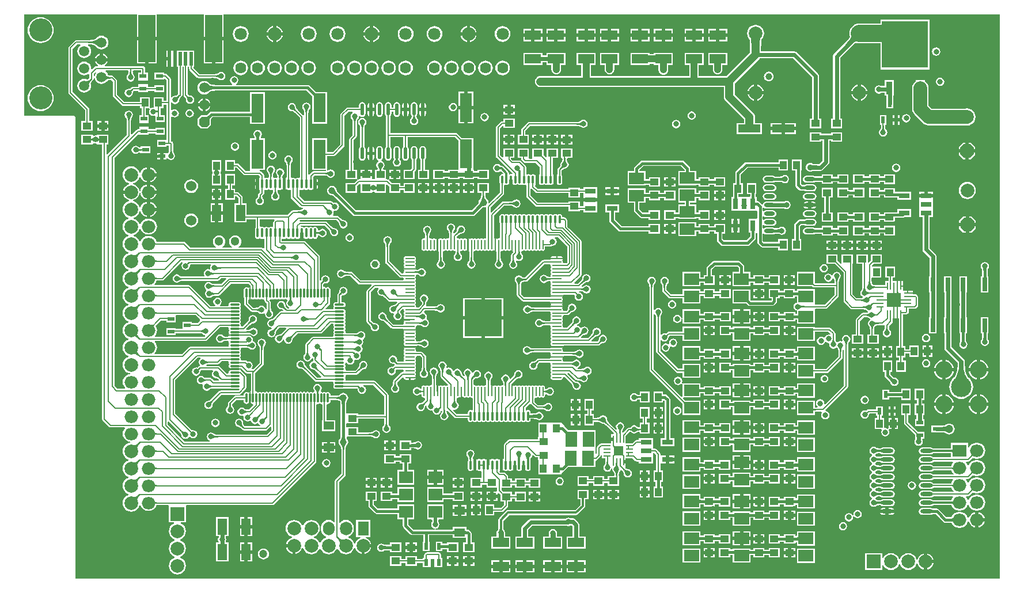
<source format=gbr>
%TF.GenerationSoftware,Altium Limited,Altium Designer,21.1.1 (26)*%
G04 Layer_Physical_Order=1*
G04 Layer_Color=255*
%FSLAX44Y44*%
%MOMM*%
%TF.SameCoordinates,65C39E2D-3F9F-43AC-B9A9-9728AD9587AC*%
%TF.FilePolarity,Positive*%
%TF.FileFunction,Copper,L1,Top,Signal*%
%TF.Part,Single*%
G01*
G75*
%TA.AperFunction,SMDPad,CuDef*%
%ADD10R,0.6000X1.0000*%
%ADD11R,1.0000X1.2500*%
%ADD12R,1.0000X0.6000*%
%ADD13O,1.4000X0.2500*%
%ADD14O,0.2500X1.4000*%
%ADD15R,1.2500X1.0000*%
%ADD16R,2.0000X1.8000*%
%ADD17R,1.1000X0.2500*%
%ADD18R,0.2500X1.1000*%
%ADD19R,2.0000X2.0000*%
%ADD20R,1.4500X1.4500*%
%ADD21R,0.2500X1.1000*%
%ADD22R,1.1000X0.2500*%
%ADD23R,2.4000X1.4000*%
%ADD24R,3.3000X1.2000*%
%ADD25R,0.9500X1.9000*%
%ADD26R,6.8000X6.9000*%
%ADD27R,2.2400X1.7000*%
%ADD28O,1.8500X0.6000*%
%ADD29O,0.5500X1.7500*%
G04:AMPARAMS|DCode=30|XSize=1.6mm|YSize=0.6mm|CornerRadius=0.3mm|HoleSize=0mm|Usage=FLASHONLY|Rotation=180.000|XOffset=0mm|YOffset=0mm|HoleType=Round|Shape=RoundedRectangle|*
%AMROUNDEDRECTD30*
21,1,1.6000,0.0000,0,0,180.0*
21,1,1.0000,0.6000,0,0,180.0*
1,1,0.6000,-0.5000,0.0000*
1,1,0.6000,0.5000,0.0000*
1,1,0.6000,0.5000,0.0000*
1,1,0.6000,-0.5000,0.0000*
%
%ADD30ROUNDEDRECTD30*%
G04:AMPARAMS|DCode=31|XSize=1.4mm|YSize=0.35mm|CornerRadius=0.175mm|HoleSize=0mm|Usage=FLASHONLY|Rotation=90.000|XOffset=0mm|YOffset=0mm|HoleType=Round|Shape=RoundedRectangle|*
%AMROUNDEDRECTD31*
21,1,1.4000,0.0000,0,0,90.0*
21,1,1.0500,0.3500,0,0,90.0*
1,1,0.3500,0.0000,0.5250*
1,1,0.3500,0.0000,-0.5250*
1,1,0.3500,0.0000,-0.5250*
1,1,0.3500,0.0000,0.5250*
%
%ADD31ROUNDEDRECTD31*%
%ADD32O,0.3500X1.2000*%
%ADD33O,0.3000X1.4000*%
%ADD34O,1.4000X0.3000*%
%ADD35R,0.5000X2.0000*%
%ADD36R,2.5000X7.0000*%
%ADD37R,0.7000X2.0000*%
%ADD38R,1.8000X4.2500*%
%ADD39R,1.6500X0.7600*%
%ADD40R,0.7600X1.6500*%
%ADD41R,1.6000X1.2000*%
%ADD42R,1.4000X2.4000*%
%ADD43R,1.7000X2.2400*%
%TA.AperFunction,Conductor*%
%ADD44C,0.2000*%
%ADD45C,0.6000*%
%ADD46C,0.4000*%
%ADD47C,0.3000*%
%ADD48C,1.0000*%
%ADD49C,1.2000*%
%ADD50C,0.8000*%
%ADD51C,2.5000*%
%ADD52C,2.0000*%
%ADD53C,0.1500*%
%TA.AperFunction,ComponentPad*%
%ADD54R,2.0000X1.8000*%
%ADD55O,2.0000X1.8000*%
%TA.AperFunction,SMDPad,CuDef*%
%ADD56R,5.5000X5.5000*%
%TA.AperFunction,ComponentPad*%
%ADD57C,0.7000*%
%ADD58C,1.5000*%
%ADD59C,2.0000*%
G04:AMPARAMS|DCode=60|XSize=2mm|YSize=2mm|CornerRadius=0mm|HoleSize=0mm|Usage=FLASHONLY|Rotation=90.000|XOffset=0mm|YOffset=0mm|HoleType=Round|Shape=Octagon|*
%AMOCTAGOND60*
4,1,8,0.5000,1.0000,-0.5000,1.0000,-1.0000,0.5000,-1.0000,-0.5000,-0.5000,-1.0000,0.5000,-1.0000,1.0000,-0.5000,1.0000,0.5000,0.5000,1.0000,0.0*
%
%ADD60OCTAGOND60*%

%ADD61R,1.6000X2.0000*%
%ADD62O,1.8000X2.0000*%
%ADD63O,1.7000X2.0000*%
%ADD64R,2.0000X2.0000*%
%ADD65C,3.0000*%
%ADD66C,2.5000*%
G04:AMPARAMS|DCode=67|XSize=1.5mm|YSize=1.5mm|CornerRadius=0mm|HoleSize=0mm|Usage=FLASHONLY|Rotation=90.000|XOffset=0mm|YOffset=0mm|HoleType=Round|Shape=Octagon|*
%AMOCTAGOND67*
4,1,8,0.3750,0.7500,-0.3750,0.7500,-0.7500,0.3750,-0.7500,-0.3750,-0.3750,-0.7500,0.3750,-0.7500,0.7500,-0.3750,0.7500,0.3750,0.3750,0.7500,0.0*
%
%ADD67OCTAGOND67*%

%ADD68C,1.5240*%
%TA.AperFunction,ViaPad*%
%ADD69C,5.0000*%
%TA.AperFunction,ComponentPad*%
%ADD70R,2.0000X2.0000*%
%ADD71C,1.3000*%
%ADD72C,1.6240*%
%ADD73C,1.8000*%
%TA.AperFunction,ViaPad*%
%ADD74C,0.8000*%
%ADD75C,0.9000*%
%ADD76C,1.2000*%
%ADD77C,0.5000*%
%TA.AperFunction,TestPad*%
%ADD78C,3.4000*%
%TA.AperFunction,ViaPad*%
%ADD79C,2.0000*%
%ADD80C,1.0000*%
%ADD81C,0.7000*%
%ADD82C,1.3000*%
G36*
X1436941Y-833441D02*
X974305Y-833441D01*
X78059Y-833441D01*
Y-155000D01*
X77826Y-153829D01*
X77163Y-152837D01*
X76171Y-152174D01*
X75000Y-151941D01*
X3059D01*
Y-3059D01*
X168750D01*
Y-36000D01*
X183250D01*
X197750D01*
Y-3059D01*
X266750D01*
Y-36000D01*
X281250D01*
X295750D01*
Y-3059D01*
X1436941D01*
X1436941Y-833441D01*
D02*
G37*
%LPC*%
G36*
X516000Y-20226D02*
Y-29500D01*
X525274D01*
X525191Y-28867D01*
X523982Y-25948D01*
X522058Y-23442D01*
X519552Y-21518D01*
X516633Y-20309D01*
X516000Y-20226D01*
D02*
G37*
G36*
X511000Y-20226D02*
X510367Y-20309D01*
X507448Y-21518D01*
X504941Y-23442D01*
X503018Y-25948D01*
X501809Y-28867D01*
X501726Y-29500D01*
X511000D01*
Y-20226D01*
D02*
G37*
G36*
X658500Y-20226D02*
Y-29500D01*
X667774D01*
X667691Y-28867D01*
X666482Y-25948D01*
X664558Y-23442D01*
X662052Y-21518D01*
X659133Y-20309D01*
X658500Y-20226D01*
D02*
G37*
G36*
X653500Y-20226D02*
X652867Y-20309D01*
X649948Y-21518D01*
X647441Y-23442D01*
X645518Y-25948D01*
X644309Y-28867D01*
X644225Y-29500D01*
X653500D01*
Y-20226D01*
D02*
G37*
G36*
X373500Y-20226D02*
Y-29500D01*
X382774D01*
X382691Y-28867D01*
X381482Y-25948D01*
X379558Y-23442D01*
X377052Y-21518D01*
X374133Y-20309D01*
X373500Y-20226D01*
D02*
G37*
G36*
X368500D02*
X367867Y-20309D01*
X364948Y-21518D01*
X362441Y-23442D01*
X360518Y-25948D01*
X359309Y-28867D01*
X359226Y-29500D01*
X368500D01*
Y-20226D01*
D02*
G37*
G36*
X764583Y-24750D02*
X753083D01*
Y-31250D01*
X764583D01*
Y-24750D01*
D02*
G37*
G36*
X748083D02*
X736583D01*
Y-31250D01*
X748083D01*
Y-24750D01*
D02*
G37*
G36*
X877083D02*
X865583D01*
Y-31250D01*
X877083D01*
Y-24750D01*
D02*
G37*
G36*
X860583D02*
X849083D01*
Y-31250D01*
X860583D01*
Y-24750D01*
D02*
G37*
G36*
X1036249D02*
X1024749D01*
Y-31250D01*
X1036249D01*
Y-24750D01*
D02*
G37*
G36*
X956317D02*
X944817D01*
Y-31250D01*
X956317D01*
Y-24750D01*
D02*
G37*
G36*
X922067D02*
X910567D01*
Y-31250D01*
X922067D01*
Y-24750D01*
D02*
G37*
G36*
X1019749D02*
X1008249D01*
Y-31250D01*
X1019749D01*
Y-24750D01*
D02*
G37*
G36*
X939817D02*
X928317D01*
Y-31250D01*
X939817D01*
Y-24750D01*
D02*
G37*
G36*
X905567D02*
X894067D01*
Y-31250D01*
X905567D01*
Y-24750D01*
D02*
G37*
G36*
X1001500D02*
X990000D01*
Y-31250D01*
X1001500D01*
Y-24750D01*
D02*
G37*
G36*
X798500D02*
X787000D01*
Y-31250D01*
X798500D01*
Y-24750D01*
D02*
G37*
G36*
X985000D02*
X973500D01*
Y-31250D01*
X985000D01*
Y-24750D01*
D02*
G37*
G36*
X782000D02*
X770500D01*
Y-31250D01*
X782000D01*
Y-24750D01*
D02*
G37*
G36*
X842833D02*
X831333D01*
Y-31250D01*
X842833D01*
Y-24750D01*
D02*
G37*
G36*
X826333D02*
X814833D01*
Y-31250D01*
X826333D01*
Y-24750D01*
D02*
G37*
G36*
X116400Y-34564D02*
X113790Y-34907D01*
X111357Y-35915D01*
X109268Y-37518D01*
X108221Y-38882D01*
X107277Y-39384D01*
X106165Y-39853D01*
X104938Y-40258D01*
X103592Y-40595D01*
X102155Y-40857D01*
X98820Y-41172D01*
X97915Y-41191D01*
X79250D01*
X79250Y-41191D01*
X78080Y-41424D01*
X77087Y-42087D01*
X68587Y-50587D01*
X67924Y-51579D01*
X67691Y-52750D01*
X67691Y-52750D01*
Y-118500D01*
X67691Y-118500D01*
X67924Y-119670D01*
X68587Y-120663D01*
X92191Y-144267D01*
Y-160250D01*
X87000D01*
Y-174250D01*
X103500D01*
Y-160250D01*
X98309D01*
Y-143000D01*
X98309Y-143000D01*
X98076Y-141830D01*
X97413Y-140837D01*
X97413Y-140837D01*
X73809Y-117233D01*
Y-54017D01*
X80517Y-47309D01*
X85303D01*
X85553Y-47808D01*
X85704Y-48809D01*
X83868Y-50218D01*
X82265Y-52307D01*
X81257Y-54739D01*
X80914Y-57350D01*
X81257Y-59960D01*
X82265Y-62393D01*
X83868Y-64482D01*
X85957Y-66085D01*
X88390Y-67093D01*
X91000Y-67436D01*
X93611Y-67093D01*
X96043Y-66085D01*
X98132Y-64482D01*
X99735Y-62393D01*
X100743Y-59960D01*
X101086Y-57350D01*
X100743Y-54739D01*
X99735Y-52307D01*
X98132Y-50218D01*
X96296Y-48809D01*
X96447Y-47808D01*
X96697Y-47309D01*
X97773D01*
X98769Y-47331D01*
X100478Y-47454D01*
X102050Y-47656D01*
X103483Y-47935D01*
X104776Y-48285D01*
X105930Y-48703D01*
X106946Y-49183D01*
X107624Y-49595D01*
X107665Y-49693D01*
X109268Y-51782D01*
X111357Y-53385D01*
X113790Y-54393D01*
X116400Y-54736D01*
X119011Y-54393D01*
X121443Y-53385D01*
X123532Y-51782D01*
X125135Y-49693D01*
X126143Y-47260D01*
X126486Y-44650D01*
X126143Y-42039D01*
X125135Y-39607D01*
X123532Y-37518D01*
X121443Y-35915D01*
X119011Y-34907D01*
X116400Y-34564D01*
D02*
G37*
G36*
X1036249Y-36250D02*
X1024749D01*
Y-42750D01*
X1036249D01*
Y-36250D01*
D02*
G37*
G36*
X1019749D02*
X1008249D01*
Y-42750D01*
X1019749D01*
Y-36250D01*
D02*
G37*
G36*
X1001500Y-36250D02*
X990000D01*
Y-42750D01*
X1001500D01*
Y-36250D01*
D02*
G37*
G36*
X985000D02*
X973500D01*
Y-42750D01*
X985000D01*
Y-36250D01*
D02*
G37*
G36*
X956317Y-36250D02*
X944817D01*
Y-42750D01*
X956317D01*
Y-36250D01*
D02*
G37*
G36*
X939817D02*
X928317D01*
Y-42750D01*
X939817D01*
Y-36250D01*
D02*
G37*
G36*
X922067D02*
X910567D01*
Y-42750D01*
X922067D01*
Y-36250D01*
D02*
G37*
G36*
X905567D02*
X894067D01*
Y-42750D01*
X905567D01*
Y-36250D01*
D02*
G37*
G36*
X877083Y-36250D02*
X865583D01*
Y-42750D01*
X877083D01*
Y-36250D01*
D02*
G37*
G36*
X860583D02*
X849083D01*
Y-42750D01*
X860583D01*
Y-36250D01*
D02*
G37*
G36*
X842833Y-36250D02*
X831333D01*
Y-42750D01*
X842833D01*
Y-36250D01*
D02*
G37*
G36*
X826333D02*
X814833D01*
Y-42750D01*
X826333D01*
Y-36250D01*
D02*
G37*
G36*
X798500Y-36250D02*
X787000D01*
Y-42750D01*
X798500D01*
Y-36250D01*
D02*
G37*
G36*
X782000D02*
X770500D01*
Y-42750D01*
X782000D01*
Y-36250D01*
D02*
G37*
G36*
X764583Y-36250D02*
X753083D01*
Y-42750D01*
X764583D01*
Y-36250D01*
D02*
G37*
G36*
X748083D02*
X736583D01*
Y-42750D01*
X748083D01*
Y-36250D01*
D02*
G37*
G36*
X706000Y-20401D02*
X702998Y-20796D01*
X700200Y-21955D01*
X697798Y-23798D01*
X695955Y-26200D01*
X694796Y-28998D01*
X694401Y-32000D01*
X694796Y-35002D01*
X695955Y-37800D01*
X697798Y-40202D01*
X700200Y-42045D01*
X702998Y-43204D01*
X706000Y-43599D01*
X709002Y-43204D01*
X711799Y-42045D01*
X714202Y-40202D01*
X716045Y-37800D01*
X717204Y-35002D01*
X717599Y-32000D01*
X717204Y-28998D01*
X716045Y-26200D01*
X714202Y-23798D01*
X711799Y-21955D01*
X709002Y-20796D01*
X706000Y-20401D01*
D02*
G37*
G36*
X606000D02*
X602998Y-20796D01*
X600200Y-21955D01*
X597798Y-23798D01*
X595955Y-26200D01*
X594796Y-28998D01*
X594401Y-32000D01*
X594796Y-35002D01*
X595955Y-37800D01*
X597798Y-40202D01*
X600200Y-42045D01*
X602998Y-43204D01*
X606000Y-43599D01*
X609002Y-43204D01*
X611800Y-42045D01*
X614202Y-40202D01*
X616045Y-37800D01*
X617204Y-35002D01*
X617599Y-32000D01*
X617204Y-28998D01*
X616045Y-26200D01*
X614202Y-23798D01*
X611800Y-21955D01*
X609002Y-20796D01*
X606000Y-20401D01*
D02*
G37*
G36*
X563500D02*
X560498Y-20796D01*
X557700Y-21955D01*
X555298Y-23798D01*
X553455Y-26200D01*
X552296Y-28998D01*
X551901Y-32000D01*
X552296Y-35002D01*
X553455Y-37800D01*
X555298Y-40202D01*
X557700Y-42045D01*
X560498Y-43204D01*
X563500Y-43599D01*
X566502Y-43204D01*
X569300Y-42045D01*
X571702Y-40202D01*
X573545Y-37800D01*
X574704Y-35002D01*
X575099Y-32000D01*
X574704Y-28998D01*
X573545Y-26200D01*
X571702Y-23798D01*
X569300Y-21955D01*
X566502Y-20796D01*
X563500Y-20401D01*
D02*
G37*
G36*
X463500D02*
X460498Y-20796D01*
X457700Y-21955D01*
X455298Y-23798D01*
X453455Y-26200D01*
X452296Y-28998D01*
X451901Y-32000D01*
X452296Y-35002D01*
X453455Y-37800D01*
X455298Y-40202D01*
X457700Y-42045D01*
X460498Y-43204D01*
X463500Y-43599D01*
X466502Y-43204D01*
X469300Y-42045D01*
X471702Y-40202D01*
X473545Y-37800D01*
X474704Y-35002D01*
X475099Y-32000D01*
X474704Y-28998D01*
X473545Y-26200D01*
X471702Y-23798D01*
X469300Y-21955D01*
X466502Y-20796D01*
X463500Y-20401D01*
D02*
G37*
G36*
X421000D02*
X417998Y-20796D01*
X415200Y-21955D01*
X412798Y-23798D01*
X410955Y-26200D01*
X409796Y-28998D01*
X409401Y-32000D01*
X409796Y-35002D01*
X410955Y-37800D01*
X412798Y-40202D01*
X415200Y-42045D01*
X417998Y-43204D01*
X421000Y-43599D01*
X424002Y-43204D01*
X426800Y-42045D01*
X429202Y-40202D01*
X431045Y-37800D01*
X432204Y-35002D01*
X432599Y-32000D01*
X432204Y-28998D01*
X431045Y-26200D01*
X429202Y-23798D01*
X426800Y-21955D01*
X424002Y-20796D01*
X421000Y-20401D01*
D02*
G37*
G36*
X321000D02*
X317998Y-20796D01*
X315200Y-21955D01*
X312798Y-23798D01*
X310955Y-26200D01*
X309796Y-28998D01*
X309401Y-32000D01*
X309796Y-35002D01*
X310955Y-37800D01*
X312798Y-40202D01*
X315200Y-42045D01*
X317998Y-43204D01*
X321000Y-43599D01*
X324002Y-43204D01*
X326800Y-42045D01*
X329202Y-40202D01*
X331045Y-37800D01*
X332204Y-35002D01*
X332599Y-32000D01*
X332204Y-28998D01*
X331045Y-26200D01*
X329202Y-23798D01*
X326800Y-21955D01*
X324002Y-20796D01*
X321000Y-20401D01*
D02*
G37*
G36*
X525274Y-34500D02*
X516000D01*
Y-43774D01*
X516633Y-43691D01*
X519552Y-42482D01*
X522058Y-40559D01*
X523982Y-38052D01*
X525191Y-35133D01*
X525274Y-34500D01*
D02*
G37*
G36*
X667774Y-34500D02*
X658500D01*
Y-43774D01*
X659133Y-43691D01*
X662052Y-42482D01*
X664558Y-40559D01*
X666482Y-38052D01*
X667691Y-35133D01*
X667774Y-34500D01*
D02*
G37*
G36*
X382774Y-34500D02*
X373500D01*
Y-43774D01*
X374133Y-43691D01*
X377052Y-42482D01*
X379558Y-40559D01*
X381482Y-38052D01*
X382691Y-35133D01*
X382774Y-34500D01*
D02*
G37*
G36*
X368500D02*
X359226D01*
X359309Y-35133D01*
X360518Y-38052D01*
X362441Y-40559D01*
X364948Y-42482D01*
X367867Y-43691D01*
X368500Y-43774D01*
Y-34500D01*
D02*
G37*
G36*
X653500Y-34500D02*
X644225D01*
X644309Y-35133D01*
X645518Y-38052D01*
X647441Y-40559D01*
X649948Y-42482D01*
X652867Y-43691D01*
X653500Y-43774D01*
Y-34500D01*
D02*
G37*
G36*
X511000Y-34500D02*
X501726D01*
X501809Y-35133D01*
X503018Y-38052D01*
X504941Y-40559D01*
X507448Y-42482D01*
X510367Y-43691D01*
X511000Y-43774D01*
Y-34500D01*
D02*
G37*
G36*
X26900Y-7358D02*
X23176Y-7724D01*
X19594Y-8811D01*
X16293Y-10575D01*
X13400Y-12950D01*
X11026Y-15843D01*
X9262Y-19143D01*
X8175Y-22725D01*
X7808Y-26450D01*
X8175Y-30174D01*
X9262Y-33756D01*
X11026Y-37057D01*
X13400Y-39950D01*
X16293Y-42324D01*
X19594Y-44088D01*
X23176Y-45175D01*
X26900Y-45542D01*
X30625Y-45175D01*
X34207Y-44088D01*
X37507Y-42324D01*
X40400Y-39950D01*
X42775Y-37057D01*
X44539Y-33756D01*
X45625Y-30174D01*
X45992Y-26450D01*
X45625Y-22725D01*
X44539Y-19143D01*
X42775Y-15843D01*
X40400Y-12950D01*
X37507Y-10575D01*
X34207Y-8811D01*
X30625Y-7724D01*
X26900Y-7358D01*
D02*
G37*
G36*
X956317Y-59750D02*
X928317D01*
Y-61690D01*
X922067D01*
Y-59750D01*
X894067D01*
Y-77750D01*
X922067D01*
Y-75810D01*
X928317D01*
Y-77750D01*
X935256D01*
Y-85000D01*
X935497Y-86828D01*
X936202Y-88530D01*
X937324Y-89993D01*
X938786Y-91115D01*
X940489Y-91820D01*
X942317Y-92061D01*
X944144Y-91820D01*
X945847Y-91115D01*
X947309Y-89993D01*
X948431Y-88530D01*
X949137Y-86828D01*
X949377Y-85000D01*
Y-77750D01*
X956317D01*
Y-59750D01*
D02*
G37*
G36*
X798500D02*
X770500D01*
Y-63652D01*
X764583D01*
Y-59750D01*
X736583D01*
Y-77750D01*
X764583D01*
Y-73848D01*
X770500D01*
Y-77750D01*
X777773D01*
Y-84250D01*
X778013Y-86077D01*
X778719Y-87780D01*
X779841Y-89242D01*
X781303Y-90365D01*
X783006Y-91070D01*
X784833Y-91310D01*
X786661Y-91070D01*
X788363Y-90365D01*
X789826Y-89242D01*
X790948Y-87780D01*
X791653Y-86077D01*
X791893Y-84250D01*
Y-77750D01*
X798500D01*
Y-59750D01*
D02*
G37*
G36*
X1343500Y-51883D02*
X1341159Y-52348D01*
X1339174Y-53674D01*
X1337848Y-55659D01*
X1337383Y-58000D01*
X1337848Y-60341D01*
X1339174Y-62326D01*
X1341159Y-63652D01*
X1343500Y-64118D01*
X1345841Y-63652D01*
X1347826Y-62326D01*
X1349152Y-60341D01*
X1349617Y-58000D01*
X1349152Y-55659D01*
X1347826Y-53674D01*
X1345841Y-52348D01*
X1343500Y-51883D01*
D02*
G37*
G36*
X213750Y-56500D02*
X211750D01*
Y-66000D01*
X213750D01*
Y-56500D01*
D02*
G37*
G36*
X118900Y-60803D02*
Y-67550D01*
X125647D01*
X124698Y-65259D01*
X123175Y-63274D01*
X121191Y-61752D01*
X118900Y-60803D01*
D02*
G37*
G36*
X113900Y-60803D02*
X111609Y-61752D01*
X109625Y-63274D01*
X108102Y-65259D01*
X107153Y-67550D01*
X113900D01*
Y-60803D01*
D02*
G37*
G36*
X295750Y-41000D02*
X283750D01*
Y-75500D01*
X295750D01*
Y-41000D01*
D02*
G37*
G36*
X278750D02*
X266750D01*
Y-75500D01*
X278750D01*
Y-41000D01*
D02*
G37*
G36*
X197750D02*
X185750D01*
Y-75500D01*
X197750D01*
Y-41000D01*
D02*
G37*
G36*
X180750D02*
X168750D01*
Y-75500D01*
X180750D01*
Y-41000D01*
D02*
G37*
G36*
X221750Y-56500D02*
X218750D01*
Y-68500D01*
Y-80500D01*
X221750D01*
Y-68500D01*
Y-56500D01*
D02*
G37*
G36*
X213750Y-71000D02*
X211750D01*
Y-80500D01*
X213750D01*
Y-71000D01*
D02*
G37*
G36*
X1333500Y-11250D02*
X1261500D01*
Y-16625D01*
X1230500D01*
X1226715Y-17123D01*
X1223188Y-18584D01*
X1220159Y-20909D01*
X1217834Y-23937D01*
X1216373Y-27465D01*
X1215875Y-31250D01*
X1216373Y-35035D01*
X1216811Y-36092D01*
X1216265Y-37009D01*
X1215239Y-38501D01*
X1210905Y-43635D01*
X1193395Y-61145D01*
X1192290Y-62799D01*
X1191902Y-64750D01*
Y-156750D01*
X1188750D01*
Y-170750D01*
X1205250D01*
Y-156750D01*
X1202098D01*
Y-66862D01*
X1218177Y-50783D01*
X1221584Y-47790D01*
X1223211Y-46537D01*
X1224740Y-45485D01*
X1225658Y-44939D01*
X1226715Y-45377D01*
X1230500Y-45875D01*
X1261500D01*
Y-84250D01*
X1333500D01*
Y-11250D01*
D02*
G37*
G36*
X1036249Y-59750D02*
X1008249D01*
Y-77750D01*
X1015168D01*
Y-84250D01*
X1015408Y-86077D01*
X1016114Y-87780D01*
X1017236Y-89242D01*
X1018698Y-90365D01*
X1020401Y-91070D01*
X1022228Y-91310D01*
X1024055Y-91070D01*
X1025758Y-90365D01*
X1027220Y-89242D01*
X1028343Y-87780D01*
X1029048Y-86077D01*
X1029288Y-84250D01*
Y-77750D01*
X1036249D01*
Y-59750D01*
D02*
G37*
G36*
X877083D02*
X849083D01*
Y-77750D01*
X856273D01*
Y-84250D01*
X856513Y-86077D01*
X857219Y-87780D01*
X858341Y-89242D01*
X859803Y-90365D01*
X861506Y-91070D01*
X863333Y-91310D01*
X865161Y-91070D01*
X866863Y-90365D01*
X868326Y-89242D01*
X869448Y-87780D01*
X870153Y-86077D01*
X870394Y-84250D01*
Y-77750D01*
X877083D01*
Y-59750D01*
D02*
G37*
G36*
X706000Y-71288D02*
X703227Y-71653D01*
X700644Y-72723D01*
X698426Y-74426D01*
X696723Y-76644D01*
X695653Y-79228D01*
X695288Y-82000D01*
X695653Y-84772D01*
X696723Y-87356D01*
X698426Y-89574D01*
X700644Y-91277D01*
X703227Y-92347D01*
X706000Y-92712D01*
X708772Y-92347D01*
X711356Y-91277D01*
X713574Y-89574D01*
X715276Y-87356D01*
X716347Y-84772D01*
X716712Y-82000D01*
X716347Y-79228D01*
X715276Y-76644D01*
X713574Y-74426D01*
X711356Y-72723D01*
X708772Y-71653D01*
X706000Y-71288D01*
D02*
G37*
G36*
X681000D02*
X678227Y-71653D01*
X675644Y-72723D01*
X673426Y-74426D01*
X671723Y-76644D01*
X670653Y-79228D01*
X670288Y-82000D01*
X670653Y-84772D01*
X671723Y-87356D01*
X673426Y-89574D01*
X675644Y-91277D01*
X678227Y-92347D01*
X681000Y-92712D01*
X683772Y-92347D01*
X686356Y-91277D01*
X688574Y-89574D01*
X690276Y-87356D01*
X691347Y-84772D01*
X691712Y-82000D01*
X691347Y-79228D01*
X690276Y-76644D01*
X688574Y-74426D01*
X686356Y-72723D01*
X683772Y-71653D01*
X681000Y-71288D01*
D02*
G37*
G36*
X656000D02*
X653227Y-71653D01*
X650644Y-72723D01*
X648426Y-74426D01*
X646723Y-76644D01*
X645653Y-79228D01*
X645288Y-82000D01*
X645653Y-84772D01*
X646723Y-87356D01*
X648426Y-89574D01*
X650644Y-91277D01*
X653227Y-92347D01*
X656000Y-92712D01*
X658772Y-92347D01*
X661356Y-91277D01*
X663574Y-89574D01*
X665276Y-87356D01*
X666347Y-84772D01*
X666712Y-82000D01*
X666347Y-79228D01*
X665276Y-76644D01*
X663574Y-74426D01*
X661356Y-72723D01*
X658772Y-71653D01*
X656000Y-71288D01*
D02*
G37*
G36*
X631000D02*
X628228Y-71653D01*
X625644Y-72723D01*
X623426Y-74426D01*
X621723Y-76644D01*
X620653Y-79228D01*
X620288Y-82000D01*
X620653Y-84772D01*
X621723Y-87356D01*
X623426Y-89574D01*
X625644Y-91277D01*
X628228Y-92347D01*
X631000Y-92712D01*
X633772Y-92347D01*
X636356Y-91277D01*
X638574Y-89574D01*
X640276Y-87356D01*
X641347Y-84772D01*
X641712Y-82000D01*
X641347Y-79228D01*
X640276Y-76644D01*
X638574Y-74426D01*
X636356Y-72723D01*
X633772Y-71653D01*
X631000Y-71288D01*
D02*
G37*
G36*
X606000D02*
X603228Y-71653D01*
X600644Y-72723D01*
X598426Y-74426D01*
X596723Y-76644D01*
X595653Y-79228D01*
X595288Y-82000D01*
X595653Y-84772D01*
X596723Y-87356D01*
X598426Y-89574D01*
X600644Y-91277D01*
X603228Y-92347D01*
X606000Y-92712D01*
X608772Y-92347D01*
X611356Y-91277D01*
X613574Y-89574D01*
X615276Y-87356D01*
X616347Y-84772D01*
X616712Y-82000D01*
X616347Y-79228D01*
X615276Y-76644D01*
X613574Y-74426D01*
X611356Y-72723D01*
X608772Y-71653D01*
X606000Y-71288D01*
D02*
G37*
G36*
X563500D02*
X560728Y-71653D01*
X558144Y-72723D01*
X555926Y-74426D01*
X554223Y-76644D01*
X553153Y-79228D01*
X552788Y-82000D01*
X553153Y-84772D01*
X554223Y-87356D01*
X555926Y-89574D01*
X558144Y-91277D01*
X560728Y-92347D01*
X563500Y-92712D01*
X566272Y-92347D01*
X568856Y-91277D01*
X571074Y-89574D01*
X572777Y-87356D01*
X573847Y-84772D01*
X574212Y-82000D01*
X573847Y-79228D01*
X572777Y-76644D01*
X571074Y-74426D01*
X568856Y-72723D01*
X566272Y-71653D01*
X563500Y-71288D01*
D02*
G37*
G36*
X538500D02*
X535728Y-71653D01*
X533144Y-72723D01*
X530926Y-74426D01*
X529223Y-76644D01*
X528153Y-79228D01*
X527788Y-82000D01*
X528153Y-84772D01*
X529223Y-87356D01*
X530926Y-89574D01*
X533144Y-91277D01*
X535728Y-92347D01*
X538500Y-92712D01*
X541272Y-92347D01*
X543856Y-91277D01*
X546074Y-89574D01*
X547777Y-87356D01*
X548847Y-84772D01*
X549212Y-82000D01*
X548847Y-79228D01*
X547777Y-76644D01*
X546074Y-74426D01*
X543856Y-72723D01*
X541272Y-71653D01*
X538500Y-71288D01*
D02*
G37*
G36*
X513500D02*
X510728Y-71653D01*
X508144Y-72723D01*
X505926Y-74426D01*
X504223Y-76644D01*
X503153Y-79228D01*
X502788Y-82000D01*
X503153Y-84772D01*
X504223Y-87356D01*
X505926Y-89574D01*
X508144Y-91277D01*
X510728Y-92347D01*
X513500Y-92712D01*
X516272Y-92347D01*
X518856Y-91277D01*
X521074Y-89574D01*
X522777Y-87356D01*
X523847Y-84772D01*
X524212Y-82000D01*
X523847Y-79228D01*
X522777Y-76644D01*
X521074Y-74426D01*
X518856Y-72723D01*
X516272Y-71653D01*
X513500Y-71288D01*
D02*
G37*
G36*
X488500D02*
X485728Y-71653D01*
X483144Y-72723D01*
X480926Y-74426D01*
X479223Y-76644D01*
X478153Y-79228D01*
X477788Y-82000D01*
X478153Y-84772D01*
X479223Y-87356D01*
X480926Y-89574D01*
X483144Y-91277D01*
X485728Y-92347D01*
X488500Y-92712D01*
X491272Y-92347D01*
X493856Y-91277D01*
X496074Y-89574D01*
X497777Y-87356D01*
X498847Y-84772D01*
X499212Y-82000D01*
X498847Y-79228D01*
X497777Y-76644D01*
X496074Y-74426D01*
X493856Y-72723D01*
X491272Y-71653D01*
X488500Y-71288D01*
D02*
G37*
G36*
X463500D02*
X460728Y-71653D01*
X458144Y-72723D01*
X455926Y-74426D01*
X454223Y-76644D01*
X453153Y-79228D01*
X452788Y-82000D01*
X453153Y-84772D01*
X454223Y-87356D01*
X455926Y-89574D01*
X458144Y-91277D01*
X460728Y-92347D01*
X463500Y-92712D01*
X466272Y-92347D01*
X468856Y-91277D01*
X471074Y-89574D01*
X472776Y-87356D01*
X473847Y-84772D01*
X474212Y-82000D01*
X473847Y-79228D01*
X472776Y-76644D01*
X471074Y-74426D01*
X468856Y-72723D01*
X466272Y-71653D01*
X463500Y-71288D01*
D02*
G37*
G36*
X421000D02*
X418228Y-71653D01*
X415644Y-72723D01*
X413426Y-74426D01*
X411723Y-76644D01*
X410653Y-79228D01*
X410288Y-82000D01*
X410653Y-84772D01*
X411723Y-87356D01*
X413426Y-89574D01*
X415644Y-91277D01*
X418228Y-92347D01*
X421000Y-92712D01*
X423772Y-92347D01*
X426356Y-91277D01*
X428574Y-89574D01*
X430277Y-87356D01*
X431347Y-84772D01*
X431712Y-82000D01*
X431347Y-79228D01*
X430277Y-76644D01*
X428574Y-74426D01*
X426356Y-72723D01*
X423772Y-71653D01*
X421000Y-71288D01*
D02*
G37*
G36*
X396000D02*
X393228Y-71653D01*
X390644Y-72723D01*
X388426Y-74426D01*
X386723Y-76644D01*
X385653Y-79228D01*
X385288Y-82000D01*
X385653Y-84772D01*
X386723Y-87356D01*
X388426Y-89574D01*
X390644Y-91277D01*
X393228Y-92347D01*
X396000Y-92712D01*
X398772Y-92347D01*
X401356Y-91277D01*
X403574Y-89574D01*
X405277Y-87356D01*
X406347Y-84772D01*
X406712Y-82000D01*
X406347Y-79228D01*
X405277Y-76644D01*
X403574Y-74426D01*
X401356Y-72723D01*
X398772Y-71653D01*
X396000Y-71288D01*
D02*
G37*
G36*
X371000D02*
X368228Y-71653D01*
X365644Y-72723D01*
X363426Y-74426D01*
X361723Y-76644D01*
X360653Y-79228D01*
X360288Y-82000D01*
X360653Y-84772D01*
X361723Y-87356D01*
X363426Y-89574D01*
X365644Y-91277D01*
X368228Y-92347D01*
X371000Y-92712D01*
X373772Y-92347D01*
X376356Y-91277D01*
X378574Y-89574D01*
X380277Y-87356D01*
X381347Y-84772D01*
X381712Y-82000D01*
X381347Y-79228D01*
X380277Y-76644D01*
X378574Y-74426D01*
X376356Y-72723D01*
X373772Y-71653D01*
X371000Y-71288D01*
D02*
G37*
G36*
X346000D02*
X343228Y-71653D01*
X340644Y-72723D01*
X338426Y-74426D01*
X336723Y-76644D01*
X335653Y-79228D01*
X335288Y-82000D01*
X335653Y-84772D01*
X336723Y-87356D01*
X338426Y-89574D01*
X340644Y-91277D01*
X343228Y-92347D01*
X346000Y-92712D01*
X348772Y-92347D01*
X351356Y-91277D01*
X353574Y-89574D01*
X355277Y-87356D01*
X356347Y-84772D01*
X356712Y-82000D01*
X356347Y-79228D01*
X355277Y-76644D01*
X353574Y-74426D01*
X351356Y-72723D01*
X348772Y-71653D01*
X346000Y-71288D01*
D02*
G37*
G36*
X321000D02*
X318228Y-71653D01*
X315644Y-72723D01*
X313426Y-74426D01*
X311723Y-76644D01*
X310653Y-79228D01*
X310288Y-82000D01*
X310653Y-84772D01*
X311723Y-87356D01*
X313426Y-89574D01*
X315644Y-91277D01*
X318228Y-92347D01*
X321000Y-92712D01*
X323772Y-92347D01*
X326356Y-91277D01*
X328574Y-89574D01*
X330277Y-87356D01*
X331347Y-84772D01*
X331712Y-82000D01*
X331347Y-79228D01*
X330277Y-76644D01*
X328574Y-74426D01*
X326356Y-72723D01*
X323772Y-71653D01*
X321000Y-71288D01*
D02*
G37*
G36*
X1078000Y-18642D02*
X1074737Y-19072D01*
X1071696Y-20331D01*
X1069085Y-22335D01*
X1067081Y-24946D01*
X1065822Y-27987D01*
X1065392Y-31250D01*
X1065822Y-34513D01*
X1067081Y-37554D01*
X1069085Y-40165D01*
X1069239Y-40283D01*
X1069931Y-51949D01*
Y-59408D01*
X1035408Y-93931D01*
X994561D01*
Y-77750D01*
X1001500D01*
Y-59750D01*
X973500D01*
Y-77750D01*
X980440D01*
Y-93931D01*
X919804D01*
X919576Y-93961D01*
X919348Y-93931D01*
X835893D01*
Y-77750D01*
X842833D01*
Y-59750D01*
X814833D01*
Y-77750D01*
X821773D01*
Y-93931D01*
X761583D01*
X759495Y-94206D01*
X757549Y-95012D01*
X755878Y-96294D01*
X754595Y-97965D01*
X753789Y-99912D01*
X753514Y-102000D01*
X753789Y-104088D01*
X754595Y-106034D01*
X755878Y-107706D01*
X757549Y-108988D01*
X759495Y-109794D01*
X761583Y-110069D01*
X919348D01*
X919576Y-110039D01*
X919804Y-110069D01*
X1031181D01*
Y-124250D01*
X1031456Y-126338D01*
X1032262Y-128285D01*
X1033544Y-129956D01*
X1060931Y-157342D01*
Y-163000D01*
X1050500D01*
Y-179000D01*
X1068476D01*
X1069000Y-179069D01*
X1069524Y-179000D01*
X1087500D01*
Y-163000D01*
X1077069D01*
Y-154000D01*
X1076794Y-151912D01*
X1075988Y-149965D01*
X1074706Y-148294D01*
X1047319Y-120908D01*
Y-104842D01*
X1083706Y-68456D01*
X1084172Y-67848D01*
X1132888D01*
X1161152Y-96112D01*
Y-156750D01*
X1158000D01*
Y-170750D01*
X1174500D01*
Y-156750D01*
X1171348D01*
Y-94000D01*
X1170960Y-92049D01*
X1169855Y-90395D01*
X1138605Y-59145D01*
X1136951Y-58040D01*
X1135000Y-57652D01*
X1086069D01*
Y-52548D01*
X1086129Y-47125D01*
X1086394Y-41716D01*
X1086512Y-40587D01*
X1086533Y-40458D01*
X1086915Y-40165D01*
X1088919Y-37554D01*
X1090178Y-34513D01*
X1090608Y-31250D01*
X1090178Y-27987D01*
X1088919Y-24946D01*
X1086915Y-22335D01*
X1084304Y-20331D01*
X1081263Y-19072D01*
X1078000Y-18642D01*
D02*
G37*
G36*
X252750Y-56500D02*
X226750D01*
Y-68500D01*
Y-80500D01*
X229191D01*
Y-120233D01*
X229118Y-120307D01*
X227766Y-121473D01*
X227177Y-121911D01*
X226620Y-122276D01*
X226120Y-122556D01*
X225683Y-122755D01*
X225317Y-122879D01*
X225034Y-122939D01*
X224750Y-122882D01*
X222409Y-123348D01*
X220424Y-124674D01*
X219809Y-125595D01*
X218309Y-125140D01*
Y-98750D01*
X218309Y-98750D01*
X218076Y-97579D01*
X217413Y-96587D01*
X212413Y-91587D01*
X211420Y-90924D01*
X210250Y-90691D01*
X210250Y-90691D01*
X208500D01*
Y-88750D01*
X194500D01*
Y-98750D01*
X208500D01*
Y-98447D01*
X210000Y-97826D01*
X212191Y-100017D01*
Y-130191D01*
X207250D01*
Y-125000D01*
X193250D01*
Y-139517D01*
X192500Y-140133D01*
X190159Y-140598D01*
X188727Y-141555D01*
X187250Y-140813D01*
X187250Y-140247D01*
Y-125000D01*
X173250D01*
Y-131691D01*
X150017D01*
X139459Y-121133D01*
Y-100900D01*
X139459Y-100900D01*
X139226Y-99729D01*
X138563Y-98737D01*
X138563Y-98737D01*
X134163Y-94337D01*
X133170Y-93674D01*
X132000Y-93441D01*
X132000Y-93441D01*
X131531D01*
X129386Y-93358D01*
X128338Y-93241D01*
X127427Y-93079D01*
X126681Y-92885D01*
X126109Y-92673D01*
X126064Y-92650D01*
X125135Y-90407D01*
X123532Y-88318D01*
X122217Y-87309D01*
X122726Y-85809D01*
X155121D01*
X156151Y-87309D01*
X156060Y-88545D01*
X155953Y-89271D01*
X155818Y-89923D01*
X155662Y-90475D01*
X155494Y-90924D01*
X155323Y-91271D01*
X155165Y-91513D01*
X154924Y-91674D01*
X153598Y-93659D01*
X153132Y-96000D01*
X153598Y-98341D01*
X154924Y-100326D01*
X156909Y-101652D01*
X159250Y-102118D01*
X161591Y-101652D01*
X163576Y-100326D01*
X164902Y-98341D01*
X165368Y-96000D01*
X164902Y-93659D01*
X163576Y-91674D01*
X163335Y-91513D01*
X163177Y-91271D01*
X163006Y-90924D01*
X162838Y-90475D01*
X162682Y-89923D01*
X162547Y-89271D01*
X162440Y-88545D01*
X162349Y-87309D01*
X163379Y-85809D01*
X174441D01*
Y-88750D01*
X170500D01*
Y-98750D01*
Y-100750D01*
X177500D01*
X184500D01*
Y-98750D01*
Y-88750D01*
X180559D01*
Y-82750D01*
X180326Y-81580D01*
X179663Y-80587D01*
X178671Y-79924D01*
X177500Y-79691D01*
X159750D01*
X159750Y-79691D01*
X159750Y-79691D01*
X121808D01*
X121465Y-78944D01*
X121396Y-78191D01*
X123175Y-76825D01*
X124698Y-74841D01*
X125647Y-72550D01*
X116400D01*
X107153D01*
X108102Y-74841D01*
X109625Y-76825D01*
X111404Y-78191D01*
X111335Y-78944D01*
X110992Y-79691D01*
X108500D01*
X108500Y-79691D01*
X107330Y-79924D01*
X106337Y-80587D01*
X102360Y-84564D01*
X100940Y-83863D01*
X101086Y-82750D01*
X100743Y-80140D01*
X99735Y-77707D01*
X98132Y-75618D01*
X96043Y-74015D01*
X93611Y-73007D01*
X91000Y-72664D01*
X88390Y-73007D01*
X85957Y-74015D01*
X83868Y-75618D01*
X82265Y-77707D01*
X81257Y-80140D01*
X80914Y-82750D01*
X81257Y-85360D01*
X82265Y-87793D01*
X83868Y-89882D01*
X85957Y-91485D01*
X88390Y-92493D01*
X91000Y-92836D01*
X93611Y-92493D01*
X96043Y-91485D01*
X97191Y-90604D01*
X98691Y-91344D01*
Y-96697D01*
X97851Y-97480D01*
X97106Y-98087D01*
X96423Y-98579D01*
X95830Y-98944D01*
X95409Y-99152D01*
X93611Y-98407D01*
X91000Y-98064D01*
X88390Y-98407D01*
X85957Y-99415D01*
X83868Y-101018D01*
X82265Y-103107D01*
X81257Y-105540D01*
X80914Y-108150D01*
X81257Y-110760D01*
X82265Y-113193D01*
X83868Y-115282D01*
X85957Y-116885D01*
X88390Y-117893D01*
X91000Y-118236D01*
X93611Y-117893D01*
X96043Y-116885D01*
X98132Y-115282D01*
X99735Y-113193D01*
X100743Y-110760D01*
X101086Y-108150D01*
X100743Y-105540D01*
X100368Y-104635D01*
X100393Y-104571D01*
X100672Y-104041D01*
X101072Y-103414D01*
X101582Y-102723D01*
X103026Y-101051D01*
X103055Y-101021D01*
X103913Y-100163D01*
X104576Y-99171D01*
X104809Y-98000D01*
X104809Y-98000D01*
Y-90767D01*
X107771Y-87805D01*
X108901Y-88796D01*
X107665Y-90407D01*
X106657Y-92839D01*
X106314Y-95450D01*
X106657Y-98061D01*
X107665Y-100493D01*
X109268Y-102582D01*
X111357Y-104185D01*
X113790Y-105193D01*
X116400Y-105536D01*
X119011Y-105193D01*
X121443Y-104185D01*
X123532Y-102582D01*
X125135Y-100493D01*
X125162Y-100429D01*
X125489Y-100297D01*
X126217Y-100081D01*
X127095Y-99894D01*
X128093Y-99745D01*
X130594Y-99562D01*
X130734Y-99560D01*
X133341Y-102167D01*
Y-122400D01*
X133341Y-122400D01*
X133574Y-123570D01*
X134237Y-124563D01*
X146587Y-136913D01*
X147579Y-137576D01*
X148750Y-137809D01*
X148750Y-137809D01*
X173250D01*
Y-141500D01*
X175691D01*
Y-151250D01*
X171750D01*
Y-161250D01*
Y-163250D01*
X178750D01*
X185750D01*
Y-161250D01*
Y-151250D01*
X181809D01*
Y-141500D01*
X186012D01*
X186654Y-141500D01*
X187534Y-142882D01*
X186848Y-143909D01*
X186383Y-146250D01*
X186848Y-148591D01*
X188174Y-150576D01*
X190159Y-151902D01*
X192500Y-152368D01*
X194250Y-152020D01*
X195750Y-152961D01*
Y-161250D01*
X209750D01*
Y-151250D01*
X203309D01*
Y-141500D01*
X207250D01*
Y-136309D01*
X212191D01*
Y-186579D01*
X212000Y-188000D01*
X198000D01*
Y-198000D01*
X212000D01*
Y-196059D01*
X215000D01*
X215000Y-196059D01*
X215691Y-197264D01*
Y-201439D01*
X215640Y-202896D01*
X215558Y-203712D01*
X215445Y-204449D01*
X215307Y-205083D01*
X215150Y-205611D01*
X214983Y-206030D01*
X214818Y-206341D01*
X214669Y-206549D01*
X214545Y-206677D01*
X214174Y-206924D01*
X213500Y-207933D01*
X212000Y-207478D01*
Y-207000D01*
X207500D01*
Y-212000D01*
Y-217000D01*
X212000D01*
Y-215022D01*
X213500Y-214567D01*
X214174Y-215576D01*
X216159Y-216902D01*
X218500Y-217367D01*
X220841Y-216902D01*
X222826Y-215576D01*
X224152Y-213591D01*
X224618Y-211250D01*
X224152Y-208909D01*
X222826Y-206924D01*
X222762Y-206881D01*
X222663Y-206715D01*
X222489Y-206333D01*
X222321Y-205853D01*
X222169Y-205278D01*
X222038Y-204609D01*
X221934Y-203870D01*
X221809Y-202097D01*
Y-193000D01*
X221576Y-191829D01*
X220913Y-190837D01*
X219921Y-190174D01*
X218750Y-189941D01*
X218309D01*
Y-153723D01*
X219201Y-153308D01*
X219809Y-153166D01*
X221670Y-154409D01*
X224011Y-154875D01*
X226352Y-154409D01*
X228337Y-153083D01*
X229663Y-151098D01*
X230128Y-148757D01*
X229663Y-146416D01*
X228337Y-144431D01*
X226352Y-143105D01*
X224011Y-142640D01*
X221670Y-143105D01*
X219809Y-144349D01*
X219201Y-144206D01*
X218309Y-143792D01*
Y-132860D01*
X219271Y-132439D01*
X219809Y-132405D01*
X220424Y-133326D01*
X222409Y-134652D01*
X224750Y-135118D01*
X227091Y-134652D01*
X229076Y-133326D01*
X230402Y-131341D01*
X230868Y-129000D01*
X230811Y-128716D01*
X230871Y-128433D01*
X230995Y-128067D01*
X231194Y-127630D01*
X231474Y-127130D01*
X231839Y-126573D01*
X232278Y-125984D01*
X233443Y-124633D01*
X234413Y-123663D01*
X234413Y-123663D01*
X235076Y-122670D01*
X235309Y-121500D01*
X235309Y-121500D01*
Y-80500D01*
X237191D01*
Y-122250D01*
X237191Y-122250D01*
X237424Y-123420D01*
X238087Y-124413D01*
X238794Y-125120D01*
X239666Y-126097D01*
X240010Y-126533D01*
X240281Y-126915D01*
X240465Y-127219D01*
X240565Y-127422D01*
X240573Y-127446D01*
X240580Y-127507D01*
X240382Y-128500D01*
X240848Y-130841D01*
X242174Y-132826D01*
X244159Y-134152D01*
X246500Y-134618D01*
X248841Y-134152D01*
X250826Y-132826D01*
X252152Y-130841D01*
X252618Y-128500D01*
X252152Y-126159D01*
X250826Y-124174D01*
X248841Y-122848D01*
X246500Y-122382D01*
X245507Y-122580D01*
X245446Y-122573D01*
X245422Y-122565D01*
X245219Y-122465D01*
X244916Y-122281D01*
X244568Y-122035D01*
X243309Y-120951D01*
Y-80500D01*
X245191D01*
Y-83000D01*
X245191Y-83000D01*
X245424Y-84171D01*
X246087Y-85163D01*
X257087Y-96163D01*
X257087Y-96163D01*
X258079Y-96826D01*
X259250Y-97059D01*
X283015D01*
X284795Y-97190D01*
X285521Y-97297D01*
X286173Y-97432D01*
X286725Y-97588D01*
X287174Y-97756D01*
X287521Y-97927D01*
X287763Y-98085D01*
X287924Y-98326D01*
X289909Y-99652D01*
X292250Y-100118D01*
X294591Y-99652D01*
X296576Y-98326D01*
X297902Y-96341D01*
X298368Y-94000D01*
X297902Y-91659D01*
X296576Y-89674D01*
X294591Y-88348D01*
X292250Y-87882D01*
X289909Y-88348D01*
X287924Y-89674D01*
X287763Y-89915D01*
X287521Y-90073D01*
X287174Y-90244D01*
X286725Y-90412D01*
X286173Y-90568D01*
X285521Y-90703D01*
X284795Y-90810D01*
X283015Y-90941D01*
X260517D01*
X251576Y-82000D01*
X251953Y-80500D01*
X252750D01*
Y-56500D01*
D02*
G37*
G36*
X1097250Y-87440D02*
X1095423Y-87680D01*
X1093720Y-88385D01*
X1092258Y-89508D01*
X1091135Y-90970D01*
X1090430Y-92673D01*
X1090190Y-94500D01*
X1090430Y-96327D01*
X1091135Y-98030D01*
X1092258Y-99492D01*
X1093720Y-100615D01*
X1095423Y-101320D01*
X1097250Y-101560D01*
X1099077Y-101320D01*
X1100780Y-100615D01*
X1102242Y-99492D01*
X1103364Y-98030D01*
X1104070Y-96327D01*
X1104310Y-94500D01*
X1104070Y-92673D01*
X1103364Y-90970D01*
X1102242Y-89508D01*
X1100780Y-88385D01*
X1099077Y-87680D01*
X1097250Y-87440D01*
D02*
G37*
G36*
X311500Y-94132D02*
X309159Y-94598D01*
X307174Y-95924D01*
X305848Y-97909D01*
X305382Y-100250D01*
X305848Y-102591D01*
X307174Y-104576D01*
X308769Y-105642D01*
X308314Y-107142D01*
X284514D01*
X281076Y-106898D01*
X279592Y-106689D01*
X278256Y-106422D01*
X277092Y-106105D01*
X276105Y-105746D01*
X275580Y-105493D01*
X274502Y-104088D01*
X272413Y-102485D01*
X269981Y-101477D01*
X267370Y-101134D01*
X264759Y-101477D01*
X262327Y-102485D01*
X260238Y-104088D01*
X258635Y-106177D01*
X257627Y-108610D01*
X257284Y-111220D01*
X257627Y-113830D01*
X258635Y-116263D01*
X260238Y-118352D01*
X262327Y-119955D01*
X264759Y-120963D01*
X267370Y-121306D01*
X269981Y-120963D01*
X272413Y-119955D01*
X274502Y-118352D01*
X275580Y-116947D01*
X276105Y-116694D01*
X277092Y-116335D01*
X278256Y-116018D01*
X279592Y-115751D01*
X281076Y-115542D01*
X284514Y-115298D01*
X417781D01*
X426250Y-123768D01*
Y-164000D01*
X448250D01*
Y-117500D01*
X431518D01*
X422354Y-108336D01*
X421031Y-107452D01*
X419470Y-107142D01*
X419470Y-107142D01*
X314686D01*
X314231Y-105642D01*
X315826Y-104576D01*
X317152Y-102591D01*
X317618Y-100250D01*
X317152Y-97909D01*
X315826Y-95924D01*
X313841Y-94598D01*
X311500Y-94132D01*
D02*
G37*
G36*
X1281450Y-100070D02*
X1267950D01*
Y-108312D01*
X1261661D01*
X1261341Y-108098D01*
X1259000Y-107633D01*
X1256659Y-108098D01*
X1254674Y-109424D01*
X1253348Y-111409D01*
X1252883Y-113750D01*
X1253348Y-116091D01*
X1254674Y-118076D01*
X1256659Y-119402D01*
X1259000Y-119868D01*
X1261341Y-119402D01*
X1262679Y-118508D01*
X1267950D01*
Y-123070D01*
X1269902D01*
Y-134500D01*
X1270000Y-134993D01*
Y-141500D01*
X1280000D01*
Y-134993D01*
X1280098Y-134500D01*
Y-123070D01*
X1281450D01*
Y-100070D01*
D02*
G37*
G36*
X1349250Y-96132D02*
X1346909Y-96598D01*
X1344924Y-97924D01*
X1343598Y-99909D01*
X1343132Y-102250D01*
X1343598Y-104591D01*
X1344924Y-106576D01*
X1346909Y-107902D01*
X1349250Y-108368D01*
X1351591Y-107902D01*
X1353576Y-106576D01*
X1354902Y-104591D01*
X1355368Y-102250D01*
X1354902Y-99909D01*
X1353576Y-97924D01*
X1351591Y-96598D01*
X1349250Y-96132D01*
D02*
G37*
G36*
X184500Y-105750D02*
X177500D01*
X170500D01*
Y-109691D01*
X162500D01*
X162500Y-109691D01*
X161329Y-109924D01*
X160337Y-110587D01*
X159768Y-111156D01*
X159256Y-111645D01*
X158351Y-112403D01*
X158023Y-112641D01*
X157758Y-112807D01*
X157650Y-112861D01*
X156500Y-112633D01*
X154159Y-113098D01*
X152174Y-114424D01*
X150848Y-116409D01*
X150382Y-118750D01*
X150848Y-121091D01*
X152174Y-123076D01*
X154159Y-124402D01*
X156500Y-124868D01*
X158841Y-124402D01*
X160826Y-123076D01*
X162152Y-121091D01*
X162617Y-118750D01*
X162389Y-117600D01*
X162443Y-117492D01*
X162609Y-117227D01*
X162836Y-116914D01*
X163798Y-115809D01*
X170500D01*
Y-117750D01*
X184500D01*
Y-115809D01*
X194500D01*
Y-117750D01*
X208500D01*
Y-107750D01*
X194500D01*
Y-109691D01*
X184500D01*
Y-105750D01*
D02*
G37*
G36*
X1233000Y-106476D02*
Y-115750D01*
X1242275D01*
X1242191Y-115118D01*
X1240982Y-112198D01*
X1239059Y-109692D01*
X1236552Y-107768D01*
X1233633Y-106559D01*
X1233000Y-106476D01*
D02*
G37*
G36*
X1228000D02*
X1227367Y-106559D01*
X1224448Y-107768D01*
X1221942Y-109692D01*
X1220018Y-112198D01*
X1218809Y-115118D01*
X1218726Y-115750D01*
X1228000D01*
Y-106476D01*
D02*
G37*
G36*
X1080500D02*
Y-115750D01*
X1089774D01*
X1089691Y-115118D01*
X1088482Y-112198D01*
X1086559Y-109692D01*
X1084052Y-107768D01*
X1081133Y-106559D01*
X1080500Y-106476D01*
D02*
G37*
G36*
X1075500D02*
X1074867Y-106559D01*
X1071948Y-107768D01*
X1069442Y-109692D01*
X1067518Y-112198D01*
X1066309Y-115118D01*
X1066226Y-115750D01*
X1075500D01*
Y-106476D01*
D02*
G37*
G36*
X1242275Y-120750D02*
X1233000D01*
Y-130024D01*
X1233633Y-129941D01*
X1236552Y-128732D01*
X1239059Y-126809D01*
X1240982Y-124302D01*
X1242191Y-121383D01*
X1242275Y-120750D01*
D02*
G37*
G36*
X1228000D02*
X1218726D01*
X1218809Y-121383D01*
X1220018Y-124302D01*
X1221942Y-126809D01*
X1224448Y-128732D01*
X1227367Y-129941D01*
X1228000Y-130024D01*
Y-120750D01*
D02*
G37*
G36*
X1089774D02*
X1080500D01*
Y-130024D01*
X1081133Y-129941D01*
X1084052Y-128732D01*
X1086559Y-126809D01*
X1088482Y-124302D01*
X1089691Y-121383D01*
X1089774Y-120750D01*
D02*
G37*
G36*
X1075500D02*
X1066226D01*
X1066309Y-121383D01*
X1067518Y-124302D01*
X1069442Y-126809D01*
X1071948Y-128732D01*
X1074867Y-129941D01*
X1075500Y-130024D01*
Y-120750D01*
D02*
G37*
G36*
X269870Y-126973D02*
Y-133720D01*
X276617D01*
X275668Y-131429D01*
X274145Y-129445D01*
X272161Y-127922D01*
X269870Y-126973D01*
D02*
G37*
G36*
X264870Y-126973D02*
X262579Y-127922D01*
X260595Y-129445D01*
X259072Y-131429D01*
X258123Y-133720D01*
X264870D01*
Y-126973D01*
D02*
G37*
G36*
X663500Y-117000D02*
X655000D01*
Y-137750D01*
X663500D01*
Y-117000D01*
D02*
G37*
G36*
X650000D02*
X641500D01*
Y-137750D01*
X650000D01*
Y-117000D01*
D02*
G37*
G36*
X550600Y-132407D02*
X548747Y-132776D01*
X547175Y-133825D01*
X546126Y-135397D01*
X545757Y-137250D01*
Y-140191D01*
X542743D01*
Y-137250D01*
X542374Y-135397D01*
X541325Y-133825D01*
X539753Y-132776D01*
X537900Y-132407D01*
X536047Y-132776D01*
X534475Y-133825D01*
X533426Y-135397D01*
X533057Y-137250D01*
Y-149250D01*
X533426Y-151103D01*
X534475Y-152675D01*
X534841Y-152919D01*
Y-180750D01*
Y-198081D01*
X534475Y-198325D01*
X533426Y-199897D01*
X533057Y-201750D01*
Y-213750D01*
X533426Y-215603D01*
X534475Y-217175D01*
X536047Y-218224D01*
X537900Y-218593D01*
X539753Y-218224D01*
X541325Y-217175D01*
X542374Y-215603D01*
X542743Y-213750D01*
Y-201750D01*
X542374Y-199897D01*
X541325Y-198325D01*
X540959Y-198081D01*
Y-183809D01*
X560241D01*
Y-198081D01*
X559875Y-198325D01*
X558826Y-199897D01*
X558457Y-201750D01*
Y-213750D01*
X558826Y-215603D01*
X559875Y-217175D01*
X561447Y-218224D01*
X563300Y-218593D01*
X565153Y-218224D01*
X566725Y-217175D01*
X567774Y-215603D01*
X568143Y-213750D01*
Y-201750D01*
X567774Y-199897D01*
X566725Y-198325D01*
X566359Y-198081D01*
Y-183809D01*
X636233D01*
X641500Y-189076D01*
Y-229511D01*
X641500Y-230896D01*
X640186Y-231500D01*
X640000D01*
X626250D01*
Y-233402D01*
X620750D01*
Y-231500D01*
X604250D01*
Y-245500D01*
X620750D01*
Y-243598D01*
X626250D01*
Y-245500D01*
X642750D01*
Y-243848D01*
X647750D01*
Y-245500D01*
X664250D01*
Y-243598D01*
X669500D01*
Y-245500D01*
X686000D01*
Y-231500D01*
X669500D01*
Y-233402D01*
X664250D01*
Y-231500D01*
X663500Y-231500D01*
Y-185000D01*
X646076D01*
X639663Y-178587D01*
X638671Y-177924D01*
X637500Y-177691D01*
X637500Y-177691D01*
X540959D01*
Y-152919D01*
X541325Y-152675D01*
X542374Y-151103D01*
X542743Y-149250D01*
Y-146309D01*
X545757D01*
Y-149250D01*
X546126Y-151103D01*
X547175Y-152675D01*
X548747Y-153724D01*
X550600Y-154093D01*
X552453Y-153724D01*
X554025Y-152675D01*
X555074Y-151103D01*
X555443Y-149250D01*
Y-137250D01*
X555074Y-135397D01*
X554025Y-133825D01*
X552453Y-132776D01*
X550600Y-132407D01*
D02*
G37*
G36*
X499800D02*
X497947Y-132776D01*
X496375Y-133825D01*
X495326Y-135397D01*
X494957Y-137250D01*
Y-140191D01*
X478250D01*
X478250Y-140191D01*
X477080Y-140424D01*
X476087Y-141087D01*
X468337Y-148837D01*
X467674Y-149830D01*
X467441Y-151000D01*
X467441Y-151000D01*
Y-194483D01*
X456233Y-205691D01*
X448250D01*
Y-185500D01*
X426250D01*
Y-232000D01*
X446057D01*
X446632Y-233500D01*
X446351Y-233752D01*
X444170Y-233941D01*
X428250D01*
X427080Y-234174D01*
X426087Y-234837D01*
X426087Y-234837D01*
X422059Y-238865D01*
X421178Y-238681D01*
X420559Y-238300D01*
Y-148811D01*
X420610Y-147354D01*
X420692Y-146538D01*
X420805Y-145801D01*
X420943Y-145167D01*
X421100Y-144639D01*
X421267Y-144220D01*
X421432Y-143909D01*
X421581Y-143701D01*
X421705Y-143573D01*
X422076Y-143326D01*
X423402Y-141341D01*
X423868Y-139000D01*
X423402Y-136659D01*
X422076Y-134674D01*
X420091Y-133348D01*
X417750Y-132882D01*
X415409Y-133348D01*
X413424Y-134674D01*
X412098Y-136659D01*
X411632Y-139000D01*
X412098Y-141341D01*
X413424Y-143326D01*
X413488Y-143369D01*
X413587Y-143535D01*
X413761Y-143918D01*
X413929Y-144397D01*
X414081Y-144972D01*
X414213Y-145641D01*
X414316Y-146380D01*
X414441Y-148154D01*
Y-151050D01*
X413822Y-151431D01*
X412941Y-151615D01*
X405029Y-143703D01*
X403863Y-142357D01*
X403417Y-141764D01*
X403041Y-141201D01*
X402748Y-140690D01*
X402534Y-140238D01*
X402393Y-139853D01*
X402341Y-139635D01*
X402368Y-139500D01*
X401902Y-137159D01*
X400576Y-135174D01*
X398591Y-133848D01*
X396250Y-133383D01*
X393909Y-133848D01*
X391924Y-135174D01*
X390598Y-137159D01*
X390132Y-139500D01*
X390598Y-141841D01*
X391924Y-143826D01*
X393909Y-145152D01*
X396250Y-145618D01*
X396644Y-145539D01*
X396767Y-145543D01*
X397030Y-145590D01*
X397375Y-145699D01*
X397797Y-145883D01*
X398286Y-146151D01*
X398835Y-146506D01*
X399419Y-146936D01*
X400775Y-148101D01*
X407941Y-155267D01*
Y-243235D01*
X406441Y-244037D01*
X405963Y-243718D01*
X404500Y-243427D01*
X403037Y-243718D01*
X402288Y-244218D01*
X401250Y-244433D01*
X400212Y-244218D01*
X399463Y-243718D01*
X398000Y-243427D01*
X396537Y-243718D01*
X396059Y-244037D01*
X394559Y-243235D01*
Y-225985D01*
X394690Y-224205D01*
X394797Y-223479D01*
X394932Y-222827D01*
X395088Y-222275D01*
X395256Y-221826D01*
X395427Y-221479D01*
X395585Y-221237D01*
X395826Y-221076D01*
X397152Y-219091D01*
X397617Y-216750D01*
X397152Y-214409D01*
X395826Y-212424D01*
X393841Y-211098D01*
X391500Y-210632D01*
X389159Y-211098D01*
X387174Y-212424D01*
X385848Y-214409D01*
X385382Y-216750D01*
X385848Y-219091D01*
X387174Y-221076D01*
X387415Y-221237D01*
X387573Y-221479D01*
X387744Y-221826D01*
X387912Y-222275D01*
X388068Y-222827D01*
X388203Y-223479D01*
X388310Y-224205D01*
X388441Y-225985D01*
Y-243235D01*
X387500Y-243738D01*
Y-252500D01*
Y-260722D01*
X388250Y-260567D01*
X389288Y-260782D01*
X390037Y-261282D01*
X391500Y-261573D01*
X392963Y-261282D01*
X393441Y-260963D01*
X394941Y-261765D01*
Y-272000D01*
X394941Y-272000D01*
X395174Y-273171D01*
X395837Y-274163D01*
X408337Y-286663D01*
X409329Y-287326D01*
X410500Y-287559D01*
X410500Y-287559D01*
X412459D01*
X412607Y-289059D01*
X412409Y-289098D01*
X411223Y-289890D01*
X411093Y-289947D01*
X410745Y-290190D01*
X410421Y-290364D01*
X410006Y-290537D01*
X409499Y-290701D01*
X408902Y-290848D01*
X408261Y-290966D01*
X405670Y-291191D01*
X398250D01*
X398250Y-291191D01*
X397079Y-291424D01*
X396087Y-292087D01*
X396087Y-292087D01*
X389983Y-298191D01*
X329750D01*
Y-281250D01*
X323809D01*
Y-272250D01*
X323809Y-272250D01*
X323576Y-271079D01*
X322913Y-270087D01*
X322913Y-270087D01*
X318413Y-265587D01*
X317421Y-264924D01*
X316250Y-264691D01*
X316250Y-264691D01*
X312500D01*
Y-259500D01*
X308559D01*
Y-254750D01*
X312500D01*
Y-238250D01*
X298500D01*
Y-254750D01*
X302441D01*
Y-259500D01*
X298500D01*
Y-276000D01*
X312500D01*
Y-270809D01*
X314983D01*
X317691Y-273517D01*
Y-281250D01*
X311750D01*
Y-309250D01*
X329750D01*
Y-304309D01*
X342941D01*
Y-317078D01*
X342467Y-317787D01*
X342177Y-319250D01*
Y-329750D01*
X342467Y-331213D01*
X343296Y-332454D01*
X344537Y-333282D01*
X346000Y-333573D01*
X347463Y-333282D01*
X348212Y-332782D01*
X349250Y-332567D01*
X350288Y-332782D01*
X351037Y-333282D01*
X352500Y-333573D01*
X353963Y-333282D01*
X354441Y-332963D01*
X355941Y-333765D01*
Y-347156D01*
X354555Y-347730D01*
X354163Y-347337D01*
X353171Y-346674D01*
X352000Y-346441D01*
X352000Y-346441D01*
X318169D01*
X317855Y-345780D01*
X317761Y-344941D01*
X319419Y-343669D01*
X320861Y-341789D01*
X321768Y-339599D01*
X322078Y-337250D01*
X321768Y-334901D01*
X320861Y-332711D01*
X319419Y-330831D01*
X317539Y-329389D01*
X315350Y-328482D01*
X313000Y-328172D01*
X310651Y-328482D01*
X308461Y-329389D01*
X306581Y-330831D01*
X305138Y-332711D01*
X304232Y-334901D01*
X303922Y-337250D01*
X304232Y-339599D01*
X305138Y-341789D01*
X306581Y-343669D01*
X308239Y-344941D01*
X308144Y-345780D01*
X307831Y-346441D01*
X294419D01*
X294105Y-345780D01*
X294011Y-344941D01*
X295669Y-343669D01*
X297111Y-341789D01*
X298018Y-339599D01*
X298328Y-337250D01*
X298018Y-334901D01*
X297111Y-332711D01*
X295669Y-330831D01*
X293789Y-329389D01*
X291600Y-328482D01*
X289250Y-328172D01*
X286901Y-328482D01*
X284711Y-329389D01*
X282831Y-330831D01*
X281388Y-332711D01*
X280482Y-334901D01*
X280172Y-337250D01*
X280482Y-339599D01*
X281388Y-341789D01*
X282831Y-343669D01*
X284489Y-344941D01*
X284394Y-345780D01*
X284081Y-346441D01*
X247367D01*
X239663Y-338737D01*
X238671Y-338074D01*
X237500Y-337841D01*
X237500Y-337841D01*
X197581D01*
X196445Y-335100D01*
X194602Y-332698D01*
X192200Y-330855D01*
X189402Y-329696D01*
X186400Y-329301D01*
X184400D01*
X181398Y-329696D01*
X178600Y-330855D01*
X176198Y-332698D01*
X174355Y-335100D01*
X173553Y-337036D01*
X171929D01*
X170919Y-334596D01*
X168915Y-331985D01*
X166304Y-329981D01*
X163964Y-329012D01*
Y-327388D01*
X166304Y-326419D01*
X168915Y-324415D01*
X170919Y-321804D01*
X171950Y-319314D01*
X173564Y-319291D01*
X174355Y-321200D01*
X176198Y-323602D01*
X178600Y-325445D01*
X181398Y-326604D01*
X184400Y-326999D01*
X186400D01*
X189402Y-326604D01*
X192200Y-325445D01*
X194602Y-323602D01*
X196445Y-321200D01*
X197604Y-318402D01*
X197999Y-315400D01*
X197604Y-312398D01*
X196445Y-309600D01*
X194602Y-307198D01*
X192200Y-305355D01*
X189402Y-304196D01*
X186400Y-303801D01*
X184400D01*
X181398Y-304196D01*
X178600Y-305355D01*
X176198Y-307198D01*
X174355Y-309600D01*
X173532Y-311586D01*
X171909D01*
X170919Y-309196D01*
X168915Y-306585D01*
X166304Y-304581D01*
X163843Y-303562D01*
Y-301938D01*
X166304Y-300919D01*
X168915Y-298915D01*
X170919Y-296304D01*
X172178Y-293263D01*
X172193Y-293148D01*
X173683Y-292972D01*
X174792Y-295647D01*
X176555Y-297945D01*
X178853Y-299708D01*
X181528Y-300817D01*
X182900Y-300997D01*
Y-290100D01*
Y-279203D01*
X181528Y-279383D01*
X178853Y-280492D01*
X176555Y-282255D01*
X174792Y-284553D01*
X173738Y-287095D01*
X173610Y-287144D01*
X172178Y-286737D01*
X170919Y-283696D01*
X168915Y-281085D01*
X166304Y-279081D01*
X163263Y-277822D01*
X163131Y-277804D01*
Y-276291D01*
X163133Y-276291D01*
X166052Y-275082D01*
X168559Y-273158D01*
X170482Y-270652D01*
X171691Y-267733D01*
X171948Y-265783D01*
X173461D01*
X173683Y-267472D01*
X174792Y-270147D01*
X176555Y-272445D01*
X178853Y-274209D01*
X181528Y-275317D01*
X182900Y-275497D01*
Y-264600D01*
Y-253703D01*
X181528Y-253883D01*
X178853Y-254991D01*
X176555Y-256755D01*
X174792Y-259053D01*
X173683Y-261728D01*
X173461Y-263417D01*
X171948D01*
X171691Y-261467D01*
X170482Y-258548D01*
X168559Y-256042D01*
X166052Y-254118D01*
X163133Y-252909D01*
X163131Y-252909D01*
Y-251396D01*
X163263Y-251378D01*
X166304Y-250119D01*
X168915Y-248115D01*
X170919Y-245504D01*
X172133Y-242573D01*
X173311Y-242191D01*
X173596Y-242123D01*
X173728Y-242181D01*
X174792Y-244747D01*
X176555Y-247045D01*
X178853Y-248808D01*
X181528Y-249917D01*
X182900Y-250097D01*
Y-239200D01*
Y-228303D01*
X181528Y-228483D01*
X178853Y-229592D01*
X176555Y-231355D01*
X174792Y-233653D01*
X173728Y-236219D01*
X173596Y-236277D01*
X173311Y-236209D01*
X172133Y-235827D01*
X170919Y-232896D01*
X168915Y-230285D01*
X166304Y-228281D01*
X163263Y-227022D01*
X160000Y-226592D01*
X156737Y-227022D01*
X153696Y-228281D01*
X151085Y-230285D01*
X149081Y-232896D01*
X147822Y-235937D01*
X147392Y-239200D01*
X147822Y-242463D01*
X149081Y-245504D01*
X151085Y-248115D01*
X153696Y-250119D01*
X156737Y-251378D01*
X156869Y-251396D01*
Y-252909D01*
X156867Y-252909D01*
X153948Y-254118D01*
X151441Y-256042D01*
X149518Y-258548D01*
X148309Y-261467D01*
X148226Y-262100D01*
X160000D01*
Y-267100D01*
X148226D01*
X148309Y-267733D01*
X149518Y-270652D01*
X151441Y-273158D01*
X153948Y-275082D01*
X156867Y-276291D01*
X156869Y-276291D01*
Y-277804D01*
X156737Y-277822D01*
X153696Y-279081D01*
X151085Y-281085D01*
X149081Y-283696D01*
X147822Y-286737D01*
X147392Y-290000D01*
X147822Y-293263D01*
X149081Y-296304D01*
X151085Y-298915D01*
X153696Y-300919D01*
X156157Y-301938D01*
Y-303562D01*
X153696Y-304581D01*
X151085Y-306585D01*
X149081Y-309196D01*
X147822Y-312237D01*
X147392Y-315500D01*
X147822Y-318763D01*
X149081Y-321804D01*
X151085Y-324415D01*
X153696Y-326419D01*
X156037Y-327388D01*
Y-329012D01*
X153696Y-329981D01*
X151085Y-331985D01*
X149081Y-334596D01*
X147822Y-337637D01*
X147392Y-340900D01*
X147822Y-344163D01*
X149081Y-347204D01*
X151085Y-349815D01*
X153696Y-351819D01*
X156037Y-352788D01*
Y-354412D01*
X153696Y-355381D01*
X151085Y-357385D01*
X149081Y-359996D01*
X147822Y-363037D01*
X147392Y-366300D01*
X147822Y-369563D01*
X149081Y-372604D01*
X151085Y-375215D01*
X153696Y-377219D01*
X156037Y-378188D01*
Y-379812D01*
X153696Y-380781D01*
X151085Y-382785D01*
X149081Y-385396D01*
X147822Y-388437D01*
X147392Y-391700D01*
X147822Y-394963D01*
X149081Y-398004D01*
X151085Y-400615D01*
X153696Y-402619D01*
X156157Y-403638D01*
Y-405262D01*
X153696Y-406281D01*
X151085Y-408285D01*
X149081Y-410896D01*
X147822Y-413937D01*
X147392Y-417200D01*
X147822Y-420463D01*
X149081Y-423504D01*
X151085Y-426115D01*
X153696Y-428119D01*
X156037Y-429088D01*
Y-430712D01*
X153696Y-431681D01*
X151085Y-433685D01*
X149081Y-436296D01*
X147822Y-439337D01*
X147392Y-442600D01*
X147822Y-445863D01*
X149081Y-448904D01*
X151085Y-451515D01*
X153696Y-453519D01*
X156037Y-454488D01*
Y-456112D01*
X153696Y-457081D01*
X151085Y-459085D01*
X149081Y-461696D01*
X147822Y-464737D01*
X147392Y-468000D01*
X147822Y-471263D01*
X149081Y-474304D01*
X151085Y-476915D01*
X153696Y-478919D01*
X156086Y-479909D01*
Y-481532D01*
X153696Y-482522D01*
X151085Y-484526D01*
X149081Y-487137D01*
X147822Y-490178D01*
X147392Y-493441D01*
X147822Y-496704D01*
X149081Y-499745D01*
X151085Y-502356D01*
X153696Y-504360D01*
X155746Y-505209D01*
Y-506832D01*
X153696Y-507681D01*
X151085Y-509685D01*
X149081Y-512296D01*
X147822Y-515337D01*
X147392Y-518600D01*
X147822Y-521863D01*
X149081Y-524904D01*
X151085Y-527515D01*
X153696Y-529519D01*
X156737Y-530778D01*
X158285Y-530982D01*
Y-532495D01*
X155998Y-532796D01*
X153200Y-533955D01*
X150798Y-535798D01*
X148955Y-538200D01*
X147796Y-540998D01*
X147401Y-544000D01*
X147796Y-547002D01*
X148955Y-549800D01*
X150798Y-552202D01*
X151083Y-552421D01*
X150601Y-553841D01*
X139867D01*
X135309Y-549283D01*
X135309Y-214267D01*
X170250Y-179326D01*
X171750Y-179947D01*
Y-180250D01*
X185750D01*
Y-178309D01*
X195750D01*
Y-180250D01*
X209750D01*
Y-170250D01*
X195750D01*
Y-172191D01*
X185750D01*
Y-168250D01*
X178750D01*
X171750D01*
Y-172191D01*
X170000D01*
X168829Y-172424D01*
X167837Y-173087D01*
X167837Y-173087D01*
X161195Y-179730D01*
X159809Y-179156D01*
Y-160154D01*
X159934Y-158380D01*
X160037Y-157641D01*
X160169Y-156973D01*
X160321Y-156397D01*
X160489Y-155917D01*
X160663Y-155535D01*
X160762Y-155369D01*
X160826Y-155326D01*
X162152Y-153341D01*
X162617Y-151000D01*
X162152Y-148659D01*
X160826Y-146674D01*
X158841Y-145348D01*
X156500Y-144882D01*
X154159Y-145348D01*
X152174Y-146674D01*
X150848Y-148659D01*
X150382Y-151000D01*
X150848Y-153341D01*
X152174Y-155326D01*
X152545Y-155573D01*
X152669Y-155701D01*
X152818Y-155910D01*
X152983Y-156220D01*
X153150Y-156639D01*
X153307Y-157167D01*
X153446Y-157801D01*
X153555Y-158514D01*
X153691Y-160298D01*
Y-180515D01*
X125059Y-209148D01*
X123559Y-208527D01*
Y-194250D01*
X126750D01*
Y-180250D01*
X110250D01*
Y-180250D01*
X108750Y-181381D01*
X107500Y-181133D01*
X105159Y-181598D01*
X104823Y-181823D01*
X103500Y-181116D01*
Y-180250D01*
X87000D01*
Y-194250D01*
X103500D01*
Y-193384D01*
X104823Y-192677D01*
X105159Y-192902D01*
X107500Y-193368D01*
X108750Y-193119D01*
X110250Y-194250D01*
Y-194250D01*
X117441D01*
Y-598750D01*
X117441Y-598750D01*
X117674Y-599921D01*
X118337Y-600913D01*
X127287Y-609863D01*
X128279Y-610526D01*
X129450Y-610759D01*
X129450Y-610759D01*
X150173D01*
X150598Y-612259D01*
X148955Y-614400D01*
X147796Y-617198D01*
X147401Y-620200D01*
X147796Y-623202D01*
X148955Y-626000D01*
X150798Y-628402D01*
X153200Y-630245D01*
X155998Y-631404D01*
X158285Y-631705D01*
Y-633218D01*
X156737Y-633422D01*
X153696Y-634681D01*
X151085Y-636685D01*
X149081Y-639296D01*
X147822Y-642337D01*
X147392Y-645600D01*
X147822Y-648863D01*
X149081Y-651904D01*
X151085Y-654515D01*
X153696Y-656519D01*
X156037Y-657488D01*
Y-659112D01*
X153696Y-660081D01*
X151085Y-662085D01*
X149081Y-664696D01*
X147822Y-667737D01*
X147392Y-671000D01*
X147822Y-674263D01*
X149081Y-677304D01*
X151085Y-679915D01*
X153696Y-681919D01*
X156037Y-682888D01*
Y-684512D01*
X153696Y-685481D01*
X151085Y-687485D01*
X149081Y-690096D01*
X147822Y-693137D01*
X147392Y-696400D01*
X147822Y-699663D01*
X149081Y-702704D01*
X151085Y-705315D01*
X153696Y-707319D01*
X156037Y-708288D01*
Y-709912D01*
X153696Y-710881D01*
X151085Y-712885D01*
X149081Y-715496D01*
X147822Y-718537D01*
X147392Y-721800D01*
X147822Y-725063D01*
X149081Y-728104D01*
X151085Y-730715D01*
X153696Y-732719D01*
X156737Y-733978D01*
X160000Y-734408D01*
X163263Y-733978D01*
X166304Y-732719D01*
X168915Y-730715D01*
X170919Y-728104D01*
X171929Y-725664D01*
X173553D01*
X174355Y-727600D01*
X176198Y-730002D01*
X178600Y-731845D01*
X181398Y-733004D01*
X184400Y-733399D01*
X186400D01*
X189402Y-733004D01*
X192200Y-731845D01*
X194602Y-730002D01*
X196445Y-727600D01*
X197581Y-724859D01*
X214224D01*
X215500Y-725400D01*
X215500Y-726359D01*
Y-750400D01*
X222560D01*
X222858Y-751900D01*
X221696Y-752381D01*
X219085Y-754385D01*
X217081Y-756996D01*
X215822Y-760037D01*
X215392Y-763300D01*
X215822Y-766563D01*
X217081Y-769604D01*
X219085Y-772215D01*
X221696Y-774219D01*
X224037Y-775188D01*
Y-776812D01*
X221696Y-777781D01*
X219085Y-779785D01*
X217081Y-782396D01*
X215822Y-785437D01*
X215392Y-788700D01*
X215822Y-791963D01*
X217081Y-795004D01*
X219085Y-797615D01*
X221696Y-799619D01*
X224037Y-800588D01*
Y-802212D01*
X221696Y-803181D01*
X219085Y-805185D01*
X217081Y-807796D01*
X215822Y-810837D01*
X215392Y-814100D01*
X215822Y-817363D01*
X217081Y-820404D01*
X219085Y-823015D01*
X221696Y-825019D01*
X224737Y-826278D01*
X228000Y-826708D01*
X231263Y-826278D01*
X234304Y-825019D01*
X236915Y-823015D01*
X238919Y-820404D01*
X240178Y-817363D01*
X240608Y-814100D01*
X240178Y-810837D01*
X238919Y-807796D01*
X236915Y-805185D01*
X234304Y-803181D01*
X231964Y-802212D01*
Y-800588D01*
X234304Y-799619D01*
X236915Y-797615D01*
X238919Y-795004D01*
X240178Y-791963D01*
X240608Y-788700D01*
X240178Y-785437D01*
X238919Y-782396D01*
X236915Y-779785D01*
X234304Y-777781D01*
X231964Y-776812D01*
Y-775188D01*
X234304Y-774219D01*
X236915Y-772215D01*
X238919Y-769604D01*
X240178Y-766563D01*
X240608Y-763300D01*
X240178Y-760037D01*
X238919Y-756996D01*
X236915Y-754385D01*
X234304Y-752381D01*
X233142Y-751900D01*
X233440Y-750400D01*
X240500D01*
Y-726359D01*
X240500Y-725400D01*
X241776Y-724859D01*
X367950D01*
X367950Y-724859D01*
X369120Y-724626D01*
X370113Y-723963D01*
X431413Y-662663D01*
X431413Y-662663D01*
X432076Y-661671D01*
X432309Y-660500D01*
Y-577329D01*
X433809Y-576231D01*
X434250Y-576319D01*
X435616Y-576047D01*
X436750Y-575289D01*
X437884Y-576047D01*
X439250Y-576319D01*
X439691Y-576231D01*
X441191Y-577329D01*
Y-600000D01*
X440250D01*
Y-616000D01*
X460250D01*
Y-600000D01*
X447309D01*
Y-577329D01*
X448809Y-576231D01*
X449250Y-576319D01*
X450616Y-576047D01*
X451773Y-575273D01*
X452547Y-574116D01*
X452819Y-572750D01*
Y-570309D01*
X459637D01*
X461576Y-570382D01*
X462609Y-570491D01*
X463566Y-570642D01*
X464424Y-570832D01*
X465180Y-571055D01*
X465835Y-571307D01*
X466390Y-571582D01*
X466849Y-571872D01*
X467079Y-572058D01*
X467179Y-572246D01*
X467322Y-572627D01*
X467473Y-573182D01*
X467601Y-573836D01*
X467922Y-577908D01*
Y-621207D01*
X467903Y-622089D01*
X467732Y-624258D01*
X467613Y-625103D01*
X467473Y-625818D01*
X467322Y-626373D01*
X467179Y-626754D01*
X467077Y-626945D01*
X467057Y-626970D01*
X467007Y-627008D01*
X465886Y-628470D01*
X465180Y-630173D01*
X464940Y-632000D01*
X465180Y-633827D01*
X465886Y-635530D01*
X467007Y-636992D01*
X467095Y-637060D01*
X467364Y-637362D01*
X467650Y-637782D01*
X467924Y-638301D01*
X468178Y-638926D01*
X468405Y-639659D01*
X468598Y-640500D01*
X468750Y-641421D01*
X468937Y-643672D01*
X468941Y-643875D01*
Y-678983D01*
X460337Y-687587D01*
X459674Y-688579D01*
X459441Y-689750D01*
X459441Y-689750D01*
Y-749498D01*
X459309Y-749543D01*
X457941Y-749837D01*
X455798Y-748192D01*
X453122Y-747083D01*
X450250Y-746705D01*
X447378Y-747083D01*
X444702Y-748192D01*
X442405Y-749955D01*
X440642Y-752253D01*
X439533Y-754928D01*
X439155Y-757800D01*
Y-760800D01*
X439533Y-763672D01*
X440642Y-766348D01*
X442405Y-768645D01*
X444702Y-770408D01*
X446459Y-771136D01*
X446436Y-772750D01*
X443946Y-773781D01*
X441335Y-775785D01*
X439331Y-778396D01*
X438362Y-780736D01*
X436738D01*
X435769Y-778396D01*
X433765Y-775785D01*
X431154Y-773781D01*
X428814Y-772812D01*
Y-771188D01*
X431154Y-770219D01*
X433765Y-768215D01*
X435769Y-765604D01*
X437028Y-762563D01*
X437458Y-759300D01*
X437028Y-756037D01*
X435769Y-752996D01*
X433765Y-750385D01*
X431154Y-748381D01*
X428113Y-747122D01*
X424850Y-746692D01*
X421587Y-747122D01*
X418546Y-748381D01*
X415935Y-750385D01*
X413931Y-752996D01*
X412962Y-755337D01*
X411338D01*
X410369Y-752996D01*
X408365Y-750385D01*
X405754Y-748381D01*
X402713Y-747122D01*
X399450Y-746692D01*
X396187Y-747122D01*
X393146Y-748381D01*
X390535Y-750385D01*
X388531Y-752996D01*
X387272Y-756037D01*
X386842Y-759300D01*
X387272Y-762563D01*
X388531Y-765604D01*
X390535Y-768215D01*
X393146Y-770219D01*
X396187Y-771478D01*
X396319Y-771496D01*
Y-773009D01*
X396317Y-773009D01*
X393398Y-774218D01*
X390891Y-776142D01*
X388968Y-778648D01*
X387759Y-781567D01*
X387676Y-782200D01*
X399450D01*
Y-784700D01*
X401950D01*
Y-796474D01*
X402583Y-796391D01*
X405502Y-795182D01*
X408008Y-793259D01*
X409932Y-790752D01*
X411141Y-787833D01*
X411141Y-787831D01*
X412654D01*
X412672Y-787963D01*
X413931Y-791004D01*
X415935Y-793615D01*
X418546Y-795619D01*
X421587Y-796878D01*
X424850Y-797308D01*
X428113Y-796878D01*
X431154Y-795619D01*
X433765Y-793615D01*
X435769Y-791004D01*
X436738Y-788663D01*
X438362D01*
X439331Y-791004D01*
X441335Y-793615D01*
X443946Y-795619D01*
X446987Y-796878D01*
X450250Y-797308D01*
X453513Y-796878D01*
X456554Y-795619D01*
X459165Y-793615D01*
X461169Y-791004D01*
X462138Y-788663D01*
X463762D01*
X464731Y-791004D01*
X466735Y-793615D01*
X469346Y-795619D01*
X472387Y-796878D01*
X475650Y-797308D01*
X478913Y-796878D01*
X481954Y-795619D01*
X484565Y-793615D01*
X486569Y-791004D01*
X487828Y-787963D01*
X487846Y-787831D01*
X489359D01*
X489359Y-787833D01*
X490568Y-790752D01*
X492491Y-793259D01*
X494998Y-795182D01*
X497917Y-796391D01*
X498550Y-796474D01*
Y-784700D01*
X501050D01*
Y-782200D01*
X512824D01*
X512741Y-781567D01*
X511532Y-778648D01*
X509608Y-776142D01*
X507102Y-774218D01*
X504885Y-773300D01*
X505184Y-771800D01*
X511550D01*
Y-746800D01*
X490550D01*
Y-771800D01*
X496916D01*
X497215Y-773300D01*
X494998Y-774218D01*
X492491Y-776142D01*
X490568Y-778648D01*
X489359Y-781567D01*
X489359Y-781569D01*
X487846D01*
X487828Y-781437D01*
X486569Y-778396D01*
X484565Y-775785D01*
X481954Y-773781D01*
X479514Y-772771D01*
Y-771147D01*
X481450Y-770345D01*
X483852Y-768502D01*
X485695Y-766100D01*
X486854Y-763302D01*
X487249Y-760300D01*
Y-758300D01*
X486854Y-755298D01*
X485695Y-752500D01*
X483852Y-750098D01*
X481450Y-748255D01*
X478652Y-747096D01*
X475650Y-746701D01*
X472648Y-747096D01*
X469850Y-748255D01*
X467448Y-750098D01*
X467059Y-750605D01*
X465559Y-750096D01*
Y-691017D01*
X474163Y-682413D01*
X474163Y-682413D01*
X474826Y-681421D01*
X475059Y-680250D01*
Y-644434D01*
X475135Y-642475D01*
X475246Y-641446D01*
X475402Y-640500D01*
X475595Y-639659D01*
X475822Y-638926D01*
X476076Y-638301D01*
X476350Y-637782D01*
X476636Y-637362D01*
X476905Y-637060D01*
X476992Y-636992D01*
X478115Y-635530D01*
X478820Y-633827D01*
X479060Y-632000D01*
X478820Y-630173D01*
X478115Y-628470D01*
X476992Y-627008D01*
X476943Y-626970D01*
X476923Y-626945D01*
X476821Y-626754D01*
X476678Y-626373D01*
X476527Y-625818D01*
X476449Y-625418D01*
X476996Y-624783D01*
X477831Y-624250D01*
X493750D01*
Y-624059D01*
X510597D01*
X512370Y-624184D01*
X513109Y-624287D01*
X513778Y-624419D01*
X514353Y-624571D01*
X514832Y-624739D01*
X515215Y-624913D01*
X515381Y-625012D01*
X515424Y-625076D01*
X517409Y-626402D01*
X519750Y-626868D01*
X522091Y-626402D01*
X524076Y-625076D01*
X525402Y-623091D01*
X525868Y-620750D01*
X525402Y-618409D01*
X524076Y-616424D01*
X522091Y-615098D01*
X519750Y-614632D01*
X517409Y-615098D01*
X515424Y-616424D01*
X515177Y-616795D01*
X515049Y-616919D01*
X514841Y-617068D01*
X514530Y-617233D01*
X514111Y-617400D01*
X513583Y-617557D01*
X512949Y-617696D01*
X512236Y-617805D01*
X510452Y-617941D01*
X493750D01*
Y-610250D01*
X477578D01*
X477250Y-610250D01*
X476078Y-609457D01*
Y-605043D01*
X477250Y-604250D01*
X493750D01*
Y-598059D01*
X532191D01*
Y-603265D01*
X532060Y-605045D01*
X531953Y-605771D01*
X531818Y-606423D01*
X531662Y-606975D01*
X531494Y-607424D01*
X531323Y-607771D01*
X531165Y-608013D01*
X530924Y-608174D01*
X529598Y-610159D01*
X529132Y-612500D01*
X529598Y-614841D01*
X530924Y-616826D01*
X532909Y-618152D01*
X535250Y-618618D01*
X537591Y-618152D01*
X539576Y-616826D01*
X540902Y-614841D01*
X541367Y-612500D01*
X540902Y-610159D01*
X539576Y-608174D01*
X539335Y-608013D01*
X539177Y-607771D01*
X539006Y-607424D01*
X538838Y-606975D01*
X538682Y-606423D01*
X538547Y-605771D01*
X538440Y-605045D01*
X538309Y-603265D01*
Y-594500D01*
X538309Y-594500D01*
X538309Y-594500D01*
Y-563000D01*
X538309Y-563000D01*
X538076Y-561829D01*
X537413Y-560837D01*
X537413Y-560837D01*
X519663Y-543087D01*
X518671Y-542424D01*
X517500Y-542191D01*
X517500Y-542191D01*
X476329D01*
X475231Y-540691D01*
X475319Y-540250D01*
X475047Y-538884D01*
X474289Y-537750D01*
X475047Y-536616D01*
X475319Y-535250D01*
X475231Y-534809D01*
X476329Y-533309D01*
X490500D01*
X490500Y-533309D01*
X491670Y-533076D01*
X492663Y-532413D01*
X497219Y-527857D01*
X498557Y-526693D01*
X499154Y-526239D01*
X499724Y-525852D01*
X500244Y-525545D01*
X500710Y-525315D01*
X501114Y-525158D01*
X501290Y-525110D01*
X501686Y-525031D01*
X501861Y-525005D01*
X501918Y-524985D01*
X503591Y-524652D01*
X505576Y-523326D01*
X506902Y-521341D01*
X507368Y-519000D01*
X506902Y-516659D01*
X505576Y-514674D01*
X503591Y-513348D01*
X501250Y-512882D01*
X498909Y-513348D01*
X496924Y-514674D01*
X495598Y-516659D01*
X495132Y-519000D01*
X495231Y-519496D01*
X495234Y-519755D01*
X495199Y-519991D01*
X495104Y-520314D01*
X494934Y-520719D01*
X494679Y-521197D01*
X494334Y-521739D01*
X493912Y-522317D01*
X492748Y-523676D01*
X489233Y-527191D01*
X476329D01*
X475231Y-525691D01*
X475319Y-525250D01*
X475047Y-523884D01*
X474289Y-522750D01*
X475047Y-521616D01*
X475319Y-520250D01*
X475047Y-518884D01*
X474289Y-517750D01*
X475047Y-516616D01*
X475242Y-515635D01*
X476516Y-515195D01*
X476745Y-515184D01*
X477674Y-516576D01*
X479659Y-517902D01*
X482000Y-518368D01*
X484341Y-517902D01*
X486326Y-516576D01*
X487652Y-514591D01*
X488117Y-512250D01*
X488069Y-512008D01*
X489398Y-510999D01*
X491250Y-511367D01*
X493591Y-510902D01*
X495576Y-509576D01*
X496902Y-507591D01*
X497368Y-505250D01*
X496902Y-502909D01*
X496515Y-502330D01*
X497126Y-500544D01*
X498576Y-499576D01*
X499902Y-497591D01*
X500368Y-495250D01*
X499902Y-492909D01*
X498979Y-491528D01*
X499127Y-489626D01*
X499576Y-489326D01*
X500902Y-487341D01*
X501367Y-485000D01*
X500902Y-482659D01*
X500662Y-482301D01*
X501076Y-480578D01*
X502576Y-479576D01*
X503902Y-477591D01*
X504367Y-475250D01*
X503902Y-472909D01*
X502576Y-470924D01*
X500591Y-469598D01*
X498250Y-469132D01*
X495909Y-469598D01*
X493924Y-470924D01*
X493763Y-471165D01*
X493521Y-471323D01*
X493174Y-471494D01*
X492725Y-471662D01*
X492173Y-471818D01*
X491521Y-471953D01*
X490795Y-472060D01*
X489015Y-472191D01*
X476329D01*
X475231Y-470691D01*
X475319Y-470250D01*
X475047Y-468884D01*
X474289Y-467750D01*
X475047Y-466616D01*
X475319Y-465250D01*
X475047Y-463884D01*
X474289Y-462750D01*
X475047Y-461616D01*
X475319Y-460250D01*
X475047Y-458884D01*
X474289Y-457750D01*
X475047Y-456616D01*
X475319Y-455250D01*
X475047Y-453884D01*
X474289Y-452750D01*
X475047Y-451616D01*
X475319Y-450250D01*
X475047Y-448884D01*
X474289Y-447750D01*
X475047Y-446616D01*
X475319Y-445250D01*
X475047Y-443884D01*
X474289Y-442750D01*
X475047Y-441616D01*
X475319Y-440250D01*
X475047Y-438884D01*
X474289Y-437750D01*
X474289Y-437750D01*
X474274Y-437726D01*
X473116Y-436953D01*
X471750Y-436681D01*
X466250D01*
Y-433819D01*
X471750D01*
X473116Y-433547D01*
X474274Y-432774D01*
X474289Y-432750D01*
X474289Y-432750D01*
X475047Y-431616D01*
X475319Y-430250D01*
X475047Y-428884D01*
X474273Y-427727D01*
X473116Y-426953D01*
X471750Y-426681D01*
X469309D01*
Y-417028D01*
X469417Y-416925D01*
X470246Y-416218D01*
X470541Y-415999D01*
X470743Y-415868D01*
X472000Y-416118D01*
X474341Y-415652D01*
X476326Y-414326D01*
X477652Y-412341D01*
X478117Y-410000D01*
X477652Y-407659D01*
X476326Y-405674D01*
X474341Y-404348D01*
X472000Y-403882D01*
X469659Y-404348D01*
X467674Y-405674D01*
X466348Y-407659D01*
X465882Y-410000D01*
X466133Y-411257D01*
X466001Y-411459D01*
X465792Y-411740D01*
X464733Y-412942D01*
X464087Y-413587D01*
X463424Y-414580D01*
X463191Y-415750D01*
X463191Y-415750D01*
Y-426681D01*
X460750D01*
X459384Y-426953D01*
X458227Y-427727D01*
X457453Y-428884D01*
X457182Y-430250D01*
X457453Y-431616D01*
X458211Y-432750D01*
X457453Y-433884D01*
X457182Y-435250D01*
X457269Y-435691D01*
X456171Y-437191D01*
X446094D01*
X445520Y-435805D01*
X451413Y-429913D01*
X451413Y-429913D01*
X452076Y-428921D01*
X452309Y-427750D01*
Y-420472D01*
X452547Y-420116D01*
X452819Y-418750D01*
Y-407750D01*
X452547Y-406384D01*
X451773Y-405227D01*
X450616Y-404453D01*
X449250Y-404181D01*
X447884Y-404453D01*
X446750Y-405211D01*
X445616Y-404453D01*
X444250Y-404181D01*
X443809Y-404269D01*
X442309Y-403171D01*
Y-400537D01*
X443097Y-399834D01*
X443533Y-399490D01*
X443915Y-399219D01*
X444219Y-399035D01*
X444422Y-398935D01*
X444446Y-398927D01*
X444507Y-398920D01*
X445500Y-399118D01*
X447841Y-398652D01*
X449826Y-397326D01*
X451152Y-395341D01*
X451618Y-393000D01*
X451152Y-390659D01*
X449826Y-388674D01*
X447841Y-387348D01*
X445500Y-386883D01*
X443159Y-387348D01*
X441174Y-388674D01*
X439848Y-390659D01*
X439383Y-393000D01*
X439580Y-393993D01*
X439577Y-394018D01*
X439137Y-394591D01*
X438683Y-395149D01*
X437309Y-394639D01*
Y-359500D01*
X437076Y-358329D01*
X436413Y-357337D01*
X436413Y-357337D01*
X416663Y-337587D01*
X415671Y-336924D01*
X414500Y-336691D01*
X414500Y-336691D01*
X381559D01*
Y-333765D01*
X383059Y-332963D01*
X383537Y-333282D01*
X385000Y-333573D01*
X386463Y-333282D01*
X387212Y-332782D01*
X388250Y-332567D01*
X389288Y-332782D01*
X390037Y-333282D01*
X391500Y-333573D01*
X392963Y-333282D01*
X393712Y-332782D01*
X394750Y-332567D01*
X395788Y-332782D01*
X396537Y-333282D01*
X398000Y-333573D01*
X399463Y-333282D01*
X400212Y-332782D01*
X401250Y-332567D01*
X402288Y-332782D01*
X403037Y-333282D01*
X404500Y-333573D01*
X405963Y-333282D01*
X406712Y-332782D01*
X407750Y-332567D01*
X408500Y-332722D01*
Y-324500D01*
X413500D01*
Y-332722D01*
X414250Y-332567D01*
X415288Y-332782D01*
X416037Y-333282D01*
X417500Y-333573D01*
X418963Y-333282D01*
X419712Y-332782D01*
X420750Y-332567D01*
X421788Y-332782D01*
X422537Y-333282D01*
X424000Y-333573D01*
X425463Y-333282D01*
X426212Y-332782D01*
X427250Y-332567D01*
X428288Y-332782D01*
X429037Y-333282D01*
X430500Y-333573D01*
X431963Y-333282D01*
X433204Y-332454D01*
X434033Y-331213D01*
X434324Y-329750D01*
Y-329231D01*
X434766Y-328666D01*
X435824Y-328089D01*
X435861Y-328100D01*
X436280Y-328267D01*
X436591Y-328432D01*
X436799Y-328581D01*
X436927Y-328705D01*
X437174Y-329076D01*
X439159Y-330402D01*
X441500Y-330868D01*
X443841Y-330402D01*
X445826Y-329076D01*
X447152Y-327091D01*
X447618Y-324750D01*
X447152Y-322409D01*
X445826Y-320424D01*
X443841Y-319098D01*
X441500Y-318633D01*
X439159Y-319098D01*
X437174Y-320424D01*
X437131Y-320488D01*
X436965Y-320587D01*
X436583Y-320761D01*
X436103Y-320929D01*
X435824Y-321003D01*
X435058Y-320622D01*
X434324Y-319904D01*
Y-319250D01*
X434033Y-317787D01*
X433204Y-316546D01*
X431963Y-315718D01*
X430500Y-315427D01*
X429037Y-315718D01*
X428288Y-316218D01*
X427250Y-316433D01*
X426212Y-316218D01*
X425463Y-315718D01*
X424000Y-315427D01*
X422537Y-315718D01*
X421788Y-316218D01*
X420750Y-316433D01*
X419712Y-316218D01*
X418963Y-315718D01*
X417500Y-315427D01*
X416037Y-315718D01*
X415288Y-316218D01*
X414250Y-316433D01*
X413212Y-316218D01*
X412463Y-315718D01*
X411000Y-315427D01*
X410253Y-315575D01*
X409360Y-314223D01*
X409643Y-313809D01*
X444483D01*
X449807Y-319133D01*
X450973Y-320484D01*
X451411Y-321073D01*
X451776Y-321630D01*
X452056Y-322130D01*
X452255Y-322567D01*
X452379Y-322933D01*
X452439Y-323216D01*
X452383Y-323500D01*
X452848Y-325841D01*
X454174Y-327826D01*
X456159Y-329152D01*
X458500Y-329618D01*
X460841Y-329152D01*
X462826Y-327826D01*
X464152Y-325841D01*
X464618Y-323500D01*
X464152Y-321159D01*
X462826Y-319174D01*
X460841Y-317848D01*
X458500Y-317382D01*
X458216Y-317439D01*
X457933Y-317379D01*
X457567Y-317255D01*
X457130Y-317056D01*
X456630Y-316776D01*
X456073Y-316411D01*
X455484Y-315972D01*
X454133Y-314807D01*
X447913Y-308587D01*
X446921Y-307924D01*
X445750Y-307691D01*
X445750Y-307691D01*
X408562D01*
X407787Y-306514D01*
X407735Y-306226D01*
X408012Y-305809D01*
X461733D01*
X463307Y-307383D01*
X464473Y-308734D01*
X464911Y-309323D01*
X465276Y-309880D01*
X465556Y-310380D01*
X465755Y-310817D01*
X465879Y-311183D01*
X465939Y-311466D01*
X465882Y-311750D01*
X466348Y-314091D01*
X467674Y-316076D01*
X469659Y-317402D01*
X472000Y-317868D01*
X474341Y-317402D01*
X476326Y-316076D01*
X477652Y-314091D01*
X478117Y-311750D01*
X477652Y-309409D01*
X476326Y-307424D01*
X474341Y-306098D01*
X472000Y-305632D01*
X471716Y-305689D01*
X471432Y-305629D01*
X471067Y-305505D01*
X470630Y-305306D01*
X470130Y-305026D01*
X469573Y-304661D01*
X468984Y-304223D01*
X467633Y-303057D01*
X465163Y-300587D01*
X464170Y-299924D01*
X463000Y-299691D01*
X463000Y-299691D01*
X457219D01*
X456417Y-298191D01*
X457152Y-297091D01*
X457618Y-294750D01*
X457312Y-293212D01*
X458490Y-291917D01*
X459500Y-292118D01*
X461841Y-291652D01*
X463826Y-290326D01*
X465152Y-288341D01*
X465617Y-286000D01*
X465152Y-283659D01*
X463826Y-281674D01*
X461841Y-280348D01*
X459500Y-279883D01*
X457496Y-280281D01*
X456472Y-279396D01*
X455913Y-278837D01*
X454921Y-278174D01*
X453750Y-277941D01*
X453750Y-277941D01*
X414767D01*
X407559Y-270733D01*
Y-261765D01*
X409059Y-260963D01*
X409537Y-261282D01*
X411000Y-261573D01*
X412463Y-261282D01*
X413212Y-260782D01*
X414250Y-260567D01*
X415288Y-260782D01*
X416037Y-261282D01*
X417500Y-261573D01*
X418963Y-261282D01*
X419712Y-260782D01*
X420750Y-260567D01*
X421788Y-260782D01*
X422537Y-261282D01*
X424000Y-261573D01*
X425463Y-261282D01*
X426212Y-260782D01*
X427250Y-260567D01*
X428000Y-260722D01*
Y-252500D01*
Y-242929D01*
X427774Y-242757D01*
X427673Y-241903D01*
X429517Y-240059D01*
X443385D01*
X444859Y-240112D01*
X445667Y-240196D01*
X446392Y-240311D01*
X447009Y-240451D01*
X447512Y-240608D01*
X447900Y-240772D01*
X448174Y-240929D01*
X448344Y-241061D01*
X448563Y-241299D01*
X448582Y-241313D01*
X448924Y-241826D01*
X450909Y-243152D01*
X453250Y-243617D01*
X455591Y-243152D01*
X457576Y-241826D01*
X458902Y-239841D01*
X459368Y-237500D01*
X458902Y-235159D01*
X457576Y-233174D01*
X455591Y-231848D01*
X453250Y-231382D01*
X450909Y-231848D01*
X450536Y-232097D01*
X449210Y-232673D01*
X448254Y-231776D01*
X448254Y-231776D01*
X448250Y-231769D01*
X448250Y-231041D01*
Y-231041D01*
Y-230817D01*
X448250Y-211809D01*
X457500D01*
X457500Y-211809D01*
X458671Y-211576D01*
X459663Y-210913D01*
X472663Y-197913D01*
X473326Y-196921D01*
X473559Y-195750D01*
Y-152267D01*
X479517Y-146309D01*
X485265D01*
X485719Y-147809D01*
X484424Y-148674D01*
X483098Y-150659D01*
X482632Y-153000D01*
X483098Y-155341D01*
X484424Y-157326D01*
X484665Y-157487D01*
X484823Y-157729D01*
X484994Y-158076D01*
X485162Y-158525D01*
X485318Y-159077D01*
X485453Y-159729D01*
X485560Y-160455D01*
X485691Y-162235D01*
Y-180733D01*
X481587Y-184837D01*
X480924Y-185829D01*
X480691Y-187000D01*
X480816Y-187625D01*
X480691Y-188250D01*
Y-231500D01*
X475500D01*
Y-245500D01*
X490545D01*
X491545Y-245500D01*
X492001Y-245718D01*
X492724Y-246700D01*
X487924Y-251500D01*
X475500D01*
Y-265500D01*
X492000D01*
Y-256076D01*
X495750Y-252326D01*
X497250Y-252947D01*
Y-265500D01*
X513750D01*
Y-265102D01*
X514910Y-264151D01*
X516000Y-264368D01*
X517153Y-264138D01*
X518312Y-265090D01*
Y-265500D01*
X534813D01*
Y-253760D01*
X536312Y-253138D01*
X539375Y-256201D01*
Y-265500D01*
X555875D01*
Y-261559D01*
X560438D01*
Y-265500D01*
X576937D01*
Y-251500D01*
X560438D01*
Y-255441D01*
X555875D01*
Y-251500D01*
X543326D01*
X539266Y-247440D01*
X538843Y-246149D01*
X538910Y-246071D01*
X540101Y-245500D01*
X540831Y-245500D01*
X540833Y-245500D01*
X540869Y-245500D01*
X545125D01*
Y-241000D01*
X539375D01*
Y-244014D01*
X539375Y-244025D01*
X539375Y-244026D01*
X539375Y-244824D01*
X538093Y-246013D01*
X537421Y-245924D01*
X537220Y-245884D01*
X536250Y-245691D01*
X536250Y-245691D01*
X536233D01*
X534813Y-245500D01*
X534813Y-244191D01*
Y-231500D01*
X531401D01*
X530878Y-231081D01*
X530315Y-230037D01*
X530487Y-229682D01*
X530630Y-229456D01*
X530826Y-229326D01*
X532152Y-227341D01*
X532617Y-225000D01*
X532152Y-222659D01*
X530826Y-220674D01*
X528841Y-219348D01*
X528248Y-219230D01*
X527931Y-217638D01*
X528624Y-217175D01*
X529674Y-215603D01*
X530043Y-213750D01*
Y-201750D01*
X529674Y-199897D01*
X528624Y-198325D01*
X527053Y-197276D01*
X525200Y-196907D01*
X523347Y-197276D01*
X521775Y-198325D01*
X520726Y-199897D01*
X520357Y-201750D01*
Y-213750D01*
X520726Y-215603D01*
X521775Y-217175D01*
X523244Y-218156D01*
X523402Y-218773D01*
X523505Y-219785D01*
X522174Y-220674D01*
X520848Y-222659D01*
X520382Y-225000D01*
X520848Y-227341D01*
X522174Y-229326D01*
X522450Y-229510D01*
X522475Y-229538D01*
X522634Y-229776D01*
X522746Y-230000D01*
X522621Y-230413D01*
X522180Y-231135D01*
X521682Y-231500D01*
X518312D01*
X518312Y-245500D01*
X516892Y-245691D01*
X515171D01*
X513750Y-245500D01*
X513750Y-244191D01*
Y-241000D01*
X497250D01*
Y-245500D01*
X495829Y-245691D01*
X495000D01*
X495000Y-245691D01*
X493954Y-245899D01*
X493829Y-245924D01*
X493211Y-246043D01*
X492000Y-245005D01*
X492000Y-244066D01*
Y-231500D01*
X486809D01*
Y-188267D01*
X490913Y-184163D01*
X491576Y-183171D01*
X491809Y-182000D01*
X491809Y-182000D01*
Y-162235D01*
X491940Y-160455D01*
X492047Y-159729D01*
X492182Y-159077D01*
X492338Y-158525D01*
X492506Y-158076D01*
X492677Y-157729D01*
X492835Y-157487D01*
X493076Y-157326D01*
X494402Y-155341D01*
X494850Y-153091D01*
X495141Y-152921D01*
X496314Y-152582D01*
X496375Y-152675D01*
X497947Y-153724D01*
X499800Y-154093D01*
X501653Y-153724D01*
X503224Y-152675D01*
X504274Y-151103D01*
X504643Y-149250D01*
Y-137250D01*
X504274Y-135397D01*
X503224Y-133825D01*
X501653Y-132776D01*
X499800Y-132407D01*
D02*
G37*
G36*
X565800Y-133208D02*
Y-140750D01*
X568143D01*
Y-137250D01*
X567774Y-135397D01*
X566725Y-133825D01*
X565800Y-133208D01*
D02*
G37*
G36*
X515000D02*
Y-140750D01*
X517343D01*
Y-137250D01*
X516974Y-135397D01*
X515924Y-133825D01*
X515000Y-133208D01*
D02*
G37*
G36*
X591200D02*
Y-140750D01*
X593543D01*
Y-137250D01*
X593174Y-135397D01*
X592124Y-133825D01*
X591200Y-133208D01*
D02*
G37*
G36*
X510000Y-133208D02*
X509075Y-133825D01*
X508026Y-135397D01*
X507657Y-137250D01*
Y-140750D01*
X510000D01*
Y-133208D01*
D02*
G37*
G36*
X560800D02*
X559875Y-133825D01*
X558826Y-135397D01*
X558457Y-137250D01*
Y-140750D01*
X560800D01*
Y-133208D01*
D02*
G37*
G36*
X586200D02*
X585275Y-133825D01*
X584226Y-135397D01*
X583857Y-137250D01*
Y-140750D01*
X586200D01*
Y-133208D01*
D02*
G37*
G36*
X723750Y-136500D02*
X718000D01*
Y-141000D01*
X723750D01*
Y-136500D01*
D02*
G37*
G36*
X713000D02*
X707250D01*
Y-141000D01*
X713000D01*
Y-136500D01*
D02*
G37*
G36*
X276617Y-138720D02*
X269870D01*
Y-145467D01*
X272161Y-144518D01*
X274145Y-142995D01*
X275668Y-141011D01*
X276617Y-138720D01*
D02*
G37*
G36*
X264870D02*
X258123D01*
X259072Y-141011D01*
X260595Y-142995D01*
X262579Y-144518D01*
X264870Y-145467D01*
Y-138720D01*
D02*
G37*
G36*
X26900Y-107358D02*
X23176Y-107725D01*
X19594Y-108811D01*
X16293Y-110575D01*
X13400Y-112950D01*
X11026Y-115843D01*
X9262Y-119143D01*
X8175Y-122725D01*
X7808Y-126450D01*
X8175Y-130174D01*
X9262Y-133756D01*
X11026Y-137057D01*
X13400Y-139950D01*
X16293Y-142324D01*
X19594Y-144088D01*
X23176Y-145175D01*
X26900Y-145541D01*
X30625Y-145175D01*
X34207Y-144088D01*
X37507Y-142324D01*
X40400Y-139950D01*
X42775Y-137057D01*
X44539Y-133756D01*
X45625Y-130174D01*
X45992Y-126450D01*
X45625Y-122725D01*
X44539Y-119143D01*
X42775Y-115843D01*
X40400Y-112950D01*
X37507Y-110575D01*
X34207Y-108811D01*
X30625Y-107725D01*
X26900Y-107358D01*
D02*
G37*
G36*
X633250Y-133383D02*
X630909Y-133848D01*
X628924Y-135174D01*
X627598Y-137159D01*
X627132Y-139500D01*
X627598Y-141841D01*
X628924Y-143826D01*
X630909Y-145152D01*
X633250Y-145618D01*
X635591Y-145152D01*
X637576Y-143826D01*
X638902Y-141841D01*
X639367Y-139500D01*
X638902Y-137159D01*
X637576Y-135174D01*
X635591Y-133848D01*
X633250Y-133383D01*
D02*
G37*
G36*
X357000Y-117750D02*
X335000D01*
Y-146172D01*
X278340D01*
X278340Y-146172D01*
X276779Y-146482D01*
X275456Y-147366D01*
X275456Y-147366D01*
X272029Y-150793D01*
X271659Y-151118D01*
X271529Y-151220D01*
X262370D01*
X257370Y-156220D01*
Y-166220D01*
X262370Y-171220D01*
X272370D01*
X277370Y-166220D01*
Y-157091D01*
X277878Y-156479D01*
X280029Y-154328D01*
X335000D01*
Y-164250D01*
X357000D01*
Y-117750D01*
D02*
G37*
G36*
X723750Y-146000D02*
X718000D01*
Y-150500D01*
X723750D01*
Y-146000D01*
D02*
G37*
G36*
X713000D02*
X707250D01*
Y-150500D01*
X713000D01*
Y-146000D01*
D02*
G37*
G36*
X586200Y-145750D02*
X583857D01*
Y-149250D01*
X584226Y-151103D01*
X585275Y-152675D01*
X586200Y-153292D01*
Y-145750D01*
D02*
G37*
G36*
X560800D02*
X558457D01*
Y-149250D01*
X558826Y-151103D01*
X559875Y-152675D01*
X560800Y-153292D01*
Y-145750D01*
D02*
G37*
G36*
X510000D02*
X507657D01*
Y-149250D01*
X508026Y-151103D01*
X509075Y-152675D01*
X510000Y-153292D01*
Y-145750D01*
D02*
G37*
G36*
X593543D02*
X591200D01*
Y-153293D01*
X592124Y-152675D01*
X593174Y-151103D01*
X593543Y-149250D01*
Y-145750D01*
D02*
G37*
G36*
X568143D02*
X565800D01*
Y-153293D01*
X566725Y-152675D01*
X567774Y-151103D01*
X568143Y-149250D01*
Y-145750D01*
D02*
G37*
G36*
X517343D02*
X515000D01*
Y-153293D01*
X515924Y-152675D01*
X516974Y-151103D01*
X517343Y-149250D01*
Y-145750D01*
D02*
G37*
G36*
X525200Y-132407D02*
X523347Y-132776D01*
X521775Y-133825D01*
X520726Y-135397D01*
X520357Y-137250D01*
Y-149250D01*
X520726Y-151103D01*
X521775Y-152675D01*
X523347Y-153724D01*
X525200Y-154093D01*
X527053Y-153724D01*
X528624Y-152675D01*
X529674Y-151103D01*
X530043Y-149250D01*
Y-137250D01*
X529674Y-135397D01*
X528624Y-133825D01*
X527053Y-132776D01*
X525200Y-132407D01*
D02*
G37*
G36*
X246000Y-142633D02*
X243659Y-143098D01*
X241674Y-144424D01*
X240348Y-146409D01*
X239883Y-148750D01*
X240348Y-151091D01*
X241674Y-153076D01*
X243659Y-154402D01*
X246000Y-154867D01*
X248341Y-154402D01*
X250326Y-153076D01*
X251652Y-151091D01*
X252118Y-148750D01*
X251652Y-146409D01*
X250326Y-144424D01*
X248341Y-143098D01*
X246000Y-142633D01*
D02*
G37*
G36*
X1289500Y-151500D02*
X1287000D01*
Y-156000D01*
X1289500D01*
Y-151500D01*
D02*
G37*
G36*
X1282000D02*
X1279500D01*
Y-156000D01*
X1282000D01*
Y-151500D01*
D02*
G37*
G36*
X984052Y-145900D02*
X981711Y-146366D01*
X979726Y-147692D01*
X978400Y-149677D01*
X977935Y-152018D01*
X978400Y-154359D01*
X979726Y-156344D01*
X981711Y-157670D01*
X984052Y-158136D01*
X986393Y-157670D01*
X988378Y-156344D01*
X989704Y-154359D01*
X990170Y-152018D01*
X989704Y-149677D01*
X988378Y-147692D01*
X986393Y-146366D01*
X984052Y-145900D01*
D02*
G37*
G36*
X679500Y-148132D02*
X677159Y-148598D01*
X675174Y-149924D01*
X673848Y-151909D01*
X673382Y-154250D01*
X673848Y-156591D01*
X675174Y-158576D01*
X677159Y-159902D01*
X679500Y-160368D01*
X681841Y-159902D01*
X683826Y-158576D01*
X685152Y-156591D01*
X685618Y-154250D01*
X685152Y-151909D01*
X683826Y-149924D01*
X681841Y-148598D01*
X679500Y-148132D01*
D02*
G37*
G36*
X723750Y-156500D02*
X707250D01*
Y-160441D01*
X705250D01*
X705250Y-160441D01*
X704080Y-160674D01*
X703087Y-161337D01*
X703087Y-161337D01*
X697087Y-167337D01*
X696424Y-168330D01*
X696191Y-169500D01*
X696191Y-169500D01*
Y-211750D01*
X696191Y-211750D01*
X696424Y-212920D01*
X697087Y-213913D01*
X720357Y-237183D01*
X720036Y-237822D01*
X719473Y-238420D01*
X718250Y-238176D01*
X716819Y-238461D01*
X716786Y-238467D01*
X715319Y-237645D01*
Y-236750D01*
X715047Y-235384D01*
X714273Y-234227D01*
X707273Y-227227D01*
X706116Y-226453D01*
X704750Y-226181D01*
X703249D01*
X702576Y-225174D01*
X700591Y-223848D01*
X698250Y-223382D01*
X695909Y-223848D01*
X693924Y-225174D01*
X692598Y-227159D01*
X692132Y-229500D01*
X692598Y-231841D01*
X693924Y-233826D01*
X695909Y-235152D01*
X698250Y-235618D01*
X700591Y-235152D01*
X702576Y-233826D01*
X704139Y-234186D01*
X706936Y-236982D01*
X706197Y-238365D01*
X705250Y-238176D01*
X703787Y-238468D01*
X702546Y-239296D01*
X701718Y-240537D01*
X701426Y-242000D01*
Y-250500D01*
X701718Y-251963D01*
X702191Y-252672D01*
Y-265233D01*
X686406Y-281018D01*
X684986Y-280317D01*
X685060Y-279750D01*
X684820Y-277923D01*
X684115Y-276220D01*
X682992Y-274758D01*
X682788Y-274601D01*
X682779Y-274587D01*
X682390Y-274187D01*
X682111Y-273807D01*
X681840Y-273323D01*
X681586Y-272728D01*
X681357Y-272019D01*
X681160Y-271196D01*
X681006Y-270286D01*
X680813Y-268039D01*
X680809Y-267808D01*
Y-265500D01*
X686000D01*
Y-251500D01*
X669500D01*
Y-265500D01*
X674691D01*
Y-267387D01*
X674618Y-269326D01*
X674509Y-270359D01*
X674358Y-271316D01*
X674168Y-272174D01*
X673945Y-272930D01*
X673693Y-273585D01*
X673418Y-274140D01*
X673128Y-274599D01*
X672743Y-275073D01*
X672693Y-275167D01*
X671886Y-276220D01*
X671180Y-277923D01*
X670940Y-279750D01*
X670948Y-279811D01*
X670944Y-279843D01*
X670882Y-280050D01*
X670714Y-280421D01*
X670427Y-280920D01*
X670056Y-281474D01*
X667403Y-284579D01*
X660561Y-291422D01*
X490439D01*
X465762Y-266744D01*
X464512Y-265380D01*
X463300Y-263874D01*
X462886Y-263278D01*
X462576Y-262764D01*
X462383Y-262372D01*
X462299Y-262133D01*
X462251Y-261851D01*
X462212Y-261750D01*
X462070Y-260673D01*
X461365Y-258970D01*
X460242Y-257508D01*
X458780Y-256385D01*
X457077Y-255680D01*
X455250Y-255440D01*
X453423Y-255680D01*
X451720Y-256385D01*
X450257Y-257508D01*
X449136Y-258970D01*
X448430Y-260673D01*
X448190Y-262500D01*
X448430Y-264327D01*
X449136Y-266030D01*
X450257Y-267493D01*
X451720Y-268615D01*
X453423Y-269320D01*
X455250Y-269560D01*
X455555Y-269520D01*
X455556Y-269521D01*
X455798Y-269532D01*
X455968Y-269576D01*
X456313Y-269720D01*
X456795Y-269983D01*
X457389Y-270369D01*
X458048Y-270856D01*
X460386Y-272904D01*
X485866Y-298384D01*
X485866Y-298384D01*
X487189Y-299268D01*
X488750Y-299578D01*
X488750Y-299578D01*
X662250D01*
X662250Y-299578D01*
X663811Y-299268D01*
X665134Y-298384D01*
X673252Y-290266D01*
X673889Y-289655D01*
X675543Y-288243D01*
X676225Y-287729D01*
X676830Y-287323D01*
X677329Y-287036D01*
X677700Y-286868D01*
X677907Y-286806D01*
X677939Y-286802D01*
X678000Y-286810D01*
X679827Y-286570D01*
X680722Y-286199D01*
X680965Y-286249D01*
X682191Y-287163D01*
Y-331793D01*
X680691Y-332845D01*
X680250Y-332758D01*
X678982Y-333010D01*
X677907Y-333728D01*
X677593D01*
X676518Y-333010D01*
X675250Y-332758D01*
X673982Y-333010D01*
X673937Y-333040D01*
X672750Y-333648D01*
X671563Y-333040D01*
X671518Y-333010D01*
X670250Y-332758D01*
X668982Y-333010D01*
X667907Y-333728D01*
X667593D01*
X666518Y-333010D01*
X665250Y-332758D01*
X663982Y-333010D01*
X663937Y-333040D01*
X662750Y-333648D01*
X661563Y-333040D01*
X661518Y-333010D01*
X660250Y-332758D01*
X658982Y-333010D01*
X658937Y-333040D01*
X657750Y-333648D01*
X656563Y-333040D01*
X656518Y-333010D01*
X656250Y-332957D01*
Y-341821D01*
Y-351189D01*
X657191Y-351850D01*
Y-361765D01*
X657060Y-363545D01*
X656953Y-364271D01*
X656818Y-364923D01*
X656662Y-365475D01*
X656494Y-365924D01*
X656323Y-366271D01*
X656165Y-366513D01*
X655924Y-366674D01*
X654598Y-368659D01*
X654132Y-371000D01*
X654598Y-373341D01*
X655924Y-375326D01*
X657909Y-376652D01*
X660250Y-377118D01*
X662591Y-376652D01*
X664576Y-375326D01*
X665902Y-373341D01*
X666367Y-371000D01*
X665902Y-368659D01*
X664576Y-366674D01*
X664335Y-366513D01*
X664177Y-366271D01*
X664006Y-365924D01*
X663838Y-365475D01*
X663682Y-364923D01*
X663547Y-364271D01*
X663440Y-363545D01*
X663309Y-361765D01*
Y-351850D01*
X664809Y-350797D01*
X665250Y-350885D01*
X666518Y-350633D01*
X666563Y-350603D01*
X667750Y-349995D01*
X668937Y-350603D01*
X668982Y-350633D01*
X670250Y-350885D01*
X671518Y-350633D01*
X671563Y-350603D01*
X672750Y-349995D01*
X673937Y-350603D01*
X673982Y-350633D01*
X675250Y-350885D01*
X676518Y-350633D01*
X676563Y-350603D01*
X677750Y-349995D01*
X678937Y-350603D01*
X678982Y-350633D01*
X680250Y-350885D01*
X681518Y-350633D01*
X682593Y-349914D01*
X682907D01*
X683982Y-350633D01*
X685250Y-350885D01*
X686518Y-350633D01*
X687593Y-349914D01*
X687907D01*
X688982Y-350633D01*
X690250Y-350885D01*
X691518Y-350633D01*
X692593Y-349914D01*
X692907D01*
X693982Y-350633D01*
X694250Y-350686D01*
Y-341821D01*
Y-332453D01*
X693309Y-331793D01*
Y-299517D01*
X708267Y-284559D01*
X717015D01*
X718795Y-284690D01*
X719521Y-284797D01*
X720173Y-284932D01*
X720725Y-285088D01*
X721174Y-285256D01*
X721521Y-285427D01*
X721763Y-285585D01*
X721924Y-285826D01*
X723909Y-287152D01*
X726250Y-287617D01*
X728591Y-287152D01*
X730576Y-285826D01*
X731902Y-283841D01*
X732367Y-281500D01*
X731902Y-279159D01*
X730576Y-277174D01*
X728591Y-275848D01*
X726250Y-275382D01*
X723909Y-275848D01*
X721924Y-277174D01*
X721763Y-277415D01*
X721521Y-277573D01*
X721174Y-277744D01*
X720725Y-277912D01*
X720173Y-278068D01*
X719521Y-278203D01*
X718795Y-278310D01*
X717015Y-278441D01*
X707000D01*
X705829Y-278674D01*
X704837Y-279337D01*
X704837Y-279337D01*
X689695Y-294480D01*
X688309Y-293906D01*
Y-287767D01*
X707413Y-268663D01*
X708076Y-267671D01*
X708309Y-266500D01*
X708309Y-266500D01*
Y-254515D01*
X709809Y-253713D01*
X710287Y-254032D01*
X711750Y-254323D01*
X713213Y-254032D01*
X714454Y-253204D01*
X715546D01*
X715750Y-253340D01*
Y-246250D01*
X720750D01*
Y-253472D01*
X721500Y-253317D01*
X722538Y-253532D01*
X723287Y-254032D01*
X724750Y-254323D01*
X726213Y-254032D01*
X727454Y-253204D01*
X728546D01*
X729787Y-254032D01*
X731250Y-254323D01*
X732713Y-254032D01*
X733462Y-253532D01*
X734500Y-253317D01*
X735538Y-253532D01*
X736287Y-254032D01*
X737750Y-254323D01*
X739213Y-254032D01*
X739691Y-253713D01*
X741191Y-254515D01*
Y-270750D01*
X741191Y-270750D01*
X741424Y-271921D01*
X742087Y-272913D01*
X754337Y-285163D01*
X755329Y-285826D01*
X756500Y-286059D01*
X756500Y-286059D01*
X803000D01*
Y-292500D01*
X819500D01*
Y-291559D01*
X825000D01*
Y-294300D01*
X845500D01*
Y-283100D01*
X845500Y-282700D01*
Y-281600D01*
X845500Y-281200D01*
Y-278300D01*
X825000D01*
Y-281200D01*
X825000Y-281600D01*
Y-282700D01*
X825000Y-283100D01*
Y-285441D01*
X819500D01*
Y-278500D01*
X803000D01*
Y-279941D01*
X757767D01*
X747309Y-269483D01*
Y-259950D01*
X747928Y-259569D01*
X748809Y-259384D01*
X754587Y-265163D01*
X754587Y-265163D01*
X755579Y-265826D01*
X756750Y-266059D01*
X803000D01*
Y-272500D01*
X819500D01*
Y-266159D01*
X825000D01*
Y-268500D01*
X825000Y-268900D01*
Y-270000D01*
X825000Y-270400D01*
Y-273300D01*
X845500D01*
Y-270400D01*
X845500Y-270000D01*
Y-268900D01*
X845500Y-268500D01*
Y-257300D01*
X825000D01*
Y-260041D01*
X819500D01*
Y-258500D01*
X803000D01*
Y-259941D01*
X758017D01*
X753967Y-255892D01*
X754102Y-254401D01*
X754750Y-254070D01*
Y-246250D01*
Y-239160D01*
X754546Y-239296D01*
X753454D01*
X752213Y-238468D01*
X750750Y-238176D01*
X749287Y-238468D01*
X748538Y-238968D01*
X747500Y-239183D01*
X746462Y-238968D01*
X745713Y-238468D01*
X744250Y-238176D01*
X742787Y-238468D01*
X742309Y-238787D01*
X740809Y-237985D01*
Y-228000D01*
X740809Y-228000D01*
X740576Y-226829D01*
X739913Y-225837D01*
X733163Y-219087D01*
X732170Y-218424D01*
X731000Y-218191D01*
X731000Y-218191D01*
X720767D01*
X718326Y-215750D01*
X718350Y-214250D01*
X723500D01*
Y-200250D01*
X707000D01*
Y-213053D01*
X705500Y-213674D01*
X702309Y-210483D01*
Y-170767D01*
X705750Y-167326D01*
X707250Y-167947D01*
Y-170500D01*
X723750D01*
Y-156500D01*
D02*
G37*
G36*
X1299500Y-149882D02*
X1297159Y-150348D01*
X1295174Y-151674D01*
X1293848Y-153659D01*
X1293383Y-156000D01*
X1293848Y-158341D01*
X1295174Y-160326D01*
X1297159Y-161652D01*
X1299500Y-162118D01*
X1301841Y-161652D01*
X1303826Y-160326D01*
X1305152Y-158341D01*
X1305618Y-156000D01*
X1305152Y-153659D01*
X1303826Y-151674D01*
X1301841Y-150348D01*
X1299500Y-149882D01*
D02*
G37*
G36*
X663500Y-142750D02*
X655000D01*
Y-163500D01*
X663500D01*
Y-142750D01*
D02*
G37*
G36*
X650000D02*
X641500D01*
Y-163500D01*
X650000D01*
Y-142750D01*
D02*
G37*
G36*
X126750Y-160250D02*
X121000D01*
Y-164750D01*
X126750D01*
Y-160250D01*
D02*
G37*
G36*
X116000D02*
X110250D01*
Y-164750D01*
X116000D01*
Y-160250D01*
D02*
G37*
G36*
X1289500Y-161000D02*
X1287000D01*
Y-165500D01*
X1289500D01*
Y-161000D01*
D02*
G37*
G36*
X1282000D02*
X1279500D01*
Y-165500D01*
X1282000D01*
Y-161000D01*
D02*
G37*
G36*
X576000Y-132407D02*
X574147Y-132776D01*
X572575Y-133825D01*
X571526Y-135397D01*
X571157Y-137250D01*
Y-149250D01*
X571526Y-151103D01*
X572575Y-152675D01*
X572771Y-152806D01*
X572703Y-153271D01*
X572568Y-153923D01*
X572412Y-154475D01*
X572244Y-154924D01*
X572073Y-155271D01*
X571915Y-155513D01*
X571674Y-155674D01*
X570348Y-157659D01*
X569883Y-160000D01*
X570348Y-162341D01*
X571674Y-164326D01*
X573659Y-165652D01*
X576000Y-166117D01*
X578341Y-165652D01*
X580326Y-164326D01*
X581652Y-162341D01*
X582118Y-160000D01*
X581652Y-157659D01*
X580326Y-155674D01*
X580085Y-155513D01*
X579927Y-155271D01*
X579756Y-154924D01*
X579588Y-154475D01*
X579432Y-153923D01*
X579297Y-153271D01*
X579229Y-152806D01*
X579425Y-152675D01*
X580474Y-151103D01*
X580843Y-149250D01*
Y-137250D01*
X580474Y-135397D01*
X579425Y-133825D01*
X577853Y-132776D01*
X576000Y-132407D01*
D02*
G37*
G36*
X1320300Y-99466D02*
X1317168Y-99879D01*
X1316706Y-100070D01*
X1313550D01*
Y-101624D01*
X1311742Y-103012D01*
X1309818Y-105518D01*
X1308609Y-108437D01*
X1308197Y-111570D01*
Y-142300D01*
X1308609Y-145433D01*
X1309818Y-148352D01*
X1311742Y-150859D01*
X1323692Y-162808D01*
X1326198Y-164732D01*
X1329117Y-165941D01*
X1332250Y-166354D01*
X1385306D01*
X1385487Y-166428D01*
X1388750Y-166858D01*
X1392013Y-166428D01*
X1395054Y-165169D01*
X1397665Y-163165D01*
X1399669Y-160554D01*
X1400928Y-157513D01*
X1401358Y-154250D01*
X1400928Y-150987D01*
X1399669Y-147946D01*
X1397665Y-145335D01*
X1395054Y-143331D01*
X1392013Y-142072D01*
X1388750Y-141642D01*
X1385487Y-142072D01*
X1385306Y-142147D01*
X1337263D01*
X1332404Y-137287D01*
Y-111570D01*
X1331991Y-108437D01*
X1330782Y-105518D01*
X1328859Y-103012D01*
X1327050Y-101624D01*
Y-100070D01*
X1323894D01*
X1323433Y-99879D01*
X1320300Y-99466D01*
D02*
G37*
G36*
X1137250Y-163000D02*
X1121250D01*
Y-168500D01*
X1137250D01*
Y-163000D01*
D02*
G37*
G36*
X1116250D02*
X1100250D01*
Y-168500D01*
X1116250D01*
Y-163000D01*
D02*
G37*
G36*
X824750Y-157882D02*
X822409Y-158348D01*
X820424Y-159674D01*
X820082Y-160187D01*
X820063Y-160201D01*
X819844Y-160439D01*
X819674Y-160571D01*
X819400Y-160728D01*
X819012Y-160892D01*
X818509Y-161049D01*
X817892Y-161189D01*
X817191Y-161301D01*
X815408Y-161441D01*
X745250D01*
X744080Y-161674D01*
X743087Y-162337D01*
X734420Y-171004D01*
X733757Y-171996D01*
X733525Y-173167D01*
X733525Y-173167D01*
Y-180250D01*
X728333D01*
Y-194250D01*
X744833D01*
Y-180250D01*
X739642D01*
Y-174434D01*
X746517Y-167559D01*
X815739D01*
X816570Y-167599D01*
X818239Y-167780D01*
X818902Y-167902D01*
X819499Y-168049D01*
X820006Y-168213D01*
X820421Y-168386D01*
X820745Y-168560D01*
X821093Y-168803D01*
X821223Y-168860D01*
X822409Y-169652D01*
X824750Y-170117D01*
X827091Y-169652D01*
X829076Y-168326D01*
X830402Y-166341D01*
X830868Y-164000D01*
X830402Y-161659D01*
X829076Y-159674D01*
X827091Y-158348D01*
X824750Y-157882D01*
D02*
G37*
G36*
X961338Y-158383D02*
X958997Y-158848D01*
X957012Y-160174D01*
X955686Y-162159D01*
X955221Y-164500D01*
X955686Y-166841D01*
X957012Y-168826D01*
X958997Y-170152D01*
X961338Y-170618D01*
X963679Y-170152D01*
X965664Y-168826D01*
X966990Y-166841D01*
X967456Y-164500D01*
X966990Y-162159D01*
X965664Y-160174D01*
X963679Y-158848D01*
X961338Y-158383D01*
D02*
G37*
G36*
X126750Y-169750D02*
X121000D01*
Y-174250D01*
X126750D01*
Y-169750D01*
D02*
G37*
G36*
X116000D02*
X110250D01*
Y-174250D01*
X116000D01*
Y-169750D01*
D02*
G37*
G36*
X1205250Y-176750D02*
X1188750D01*
Y-178652D01*
X1174500D01*
Y-176750D01*
X1158000D01*
Y-190750D01*
X1174500D01*
Y-188848D01*
X1176402D01*
Y-218138D01*
X1171448Y-223093D01*
X1162583D01*
X1162190Y-223074D01*
X1161458Y-222513D01*
X1159877Y-221858D01*
X1158180Y-221635D01*
X1156483Y-221858D01*
X1154902Y-222513D01*
X1153544Y-223555D01*
X1152502Y-224913D01*
X1151847Y-226494D01*
X1151624Y-228191D01*
X1151847Y-229888D01*
X1152502Y-231469D01*
X1153544Y-232826D01*
X1154902Y-233868D01*
X1156483Y-234523D01*
X1158180Y-234747D01*
X1159877Y-234523D01*
X1161458Y-233868D01*
X1162113Y-233366D01*
X1165879Y-233289D01*
X1173559D01*
X1175510Y-232901D01*
X1177164Y-231795D01*
X1185105Y-223855D01*
X1186210Y-222201D01*
X1186598Y-220250D01*
Y-188848D01*
X1188750D01*
Y-190750D01*
X1205250D01*
Y-176750D01*
D02*
G37*
G36*
X1137250Y-173500D02*
X1121250D01*
Y-179000D01*
X1137250D01*
Y-173500D01*
D02*
G37*
G36*
X1116250D02*
X1100250D01*
Y-179000D01*
X1116250D01*
Y-173500D01*
D02*
G37*
G36*
X1270500Y-151500D02*
X1260500D01*
Y-165500D01*
X1262441D01*
Y-167765D01*
X1262310Y-169545D01*
X1262203Y-170271D01*
X1262068Y-170923D01*
X1261912Y-171475D01*
X1261744Y-171924D01*
X1261573Y-172271D01*
X1261415Y-172513D01*
X1261174Y-172674D01*
X1259848Y-174659D01*
X1259382Y-177000D01*
X1259848Y-179341D01*
X1261174Y-181326D01*
X1263159Y-182652D01*
X1265500Y-183118D01*
X1267841Y-182652D01*
X1269826Y-181326D01*
X1271152Y-179341D01*
X1271618Y-177000D01*
X1271152Y-174659D01*
X1269826Y-172674D01*
X1269585Y-172513D01*
X1269427Y-172271D01*
X1269256Y-171924D01*
X1269088Y-171475D01*
X1268932Y-170923D01*
X1268797Y-170271D01*
X1268690Y-169545D01*
X1268559Y-167765D01*
Y-165500D01*
X1270500D01*
Y-151500D01*
D02*
G37*
G36*
X787500Y-180250D02*
X781750D01*
Y-184750D01*
X787500D01*
Y-180250D01*
D02*
G37*
G36*
X723500D02*
X717750D01*
Y-184750D01*
X723500D01*
Y-180250D01*
D02*
G37*
G36*
X712750D02*
X707000D01*
Y-184750D01*
X712750D01*
Y-180250D01*
D02*
G37*
G36*
X776750D02*
X771000D01*
Y-184750D01*
X776750D01*
Y-180250D01*
D02*
G37*
G36*
X766167D02*
X760417D01*
Y-184750D01*
X766167D01*
Y-180250D01*
D02*
G37*
G36*
X755417D02*
X749667D01*
Y-184750D01*
X755417D01*
Y-180250D01*
D02*
G37*
G36*
X808750Y-180500D02*
X803000D01*
Y-185000D01*
X808750D01*
Y-180500D01*
D02*
G37*
G36*
X798000D02*
X792250D01*
Y-185000D01*
X798000D01*
Y-180500D01*
D02*
G37*
G36*
X787500Y-189750D02*
X781750D01*
Y-194250D01*
X787500D01*
Y-189750D01*
D02*
G37*
G36*
X776750D02*
X771000D01*
Y-194250D01*
X776750D01*
Y-189750D01*
D02*
G37*
G36*
X766167Y-189750D02*
X760417D01*
Y-194250D01*
X766167D01*
Y-189750D01*
D02*
G37*
G36*
X755417D02*
X749667D01*
Y-194250D01*
X755417D01*
Y-189750D01*
D02*
G37*
G36*
X723500Y-189750D02*
X717750D01*
Y-194250D01*
X723500D01*
Y-189750D01*
D02*
G37*
G36*
X712750D02*
X707000D01*
Y-194250D01*
X712750D01*
Y-189750D01*
D02*
G37*
G36*
X808750Y-190000D02*
X803000D01*
Y-194500D01*
X808750D01*
Y-190000D01*
D02*
G37*
G36*
X798000D02*
X792250D01*
Y-194500D01*
X798000D01*
Y-190000D01*
D02*
G37*
G36*
X1394750Y-192250D02*
X1391250D01*
Y-201750D01*
X1400750D01*
Y-198250D01*
X1394750Y-192250D01*
D02*
G37*
G36*
X1386250D02*
X1382750D01*
X1376750Y-198250D01*
Y-201750D01*
X1386250D01*
Y-192250D01*
D02*
G37*
G36*
X312750Y-191383D02*
X310409Y-191848D01*
X308424Y-193174D01*
X307098Y-195159D01*
X306632Y-197500D01*
X307098Y-199841D01*
X308424Y-201826D01*
X310409Y-203152D01*
X312750Y-203618D01*
X315091Y-203152D01*
X317076Y-201826D01*
X318402Y-199841D01*
X318867Y-197500D01*
X318402Y-195159D01*
X317076Y-193174D01*
X315091Y-191848D01*
X312750Y-191383D01*
D02*
G37*
G36*
X515000Y-197708D02*
Y-205250D01*
X517343D01*
Y-201750D01*
X516974Y-199897D01*
X515924Y-198325D01*
X515000Y-197708D01*
D02*
G37*
G36*
X510000Y-197708D02*
X509075Y-198325D01*
X508026Y-199897D01*
X507657Y-201750D01*
Y-205250D01*
X510000D01*
Y-197708D01*
D02*
G37*
G36*
X166750Y-196383D02*
X164409Y-196848D01*
X162424Y-198174D01*
X161098Y-200159D01*
X160632Y-202500D01*
X161098Y-204841D01*
X162424Y-206826D01*
X164409Y-208152D01*
X166750Y-208618D01*
X169091Y-208152D01*
X171076Y-206826D01*
X171237Y-206585D01*
X171479Y-206427D01*
X171826Y-206256D01*
X172275Y-206088D01*
X172500Y-206024D01*
X173325Y-206436D01*
X174000Y-207119D01*
Y-207500D01*
X188000D01*
Y-197500D01*
X174000D01*
Y-197882D01*
X173325Y-198564D01*
X172500Y-198976D01*
X172275Y-198912D01*
X171826Y-198744D01*
X171479Y-198573D01*
X171237Y-198415D01*
X171076Y-198174D01*
X169091Y-196848D01*
X166750Y-196383D01*
D02*
G37*
G36*
X202500Y-207000D02*
X198000D01*
Y-209500D01*
X202500D01*
Y-207000D01*
D02*
G37*
G36*
X787500Y-200250D02*
X771000D01*
Y-212803D01*
X769500Y-213424D01*
X766167Y-210091D01*
Y-200250D01*
X749667D01*
Y-214250D01*
X749667D01*
X749525Y-215691D01*
X744975D01*
X744833Y-214250D01*
X744833D01*
Y-200250D01*
X728333D01*
Y-214250D01*
X733124D01*
X733525Y-215583D01*
X733757Y-216754D01*
X734420Y-217746D01*
X737587Y-220913D01*
X737587Y-220913D01*
X738579Y-221576D01*
X739750Y-221809D01*
X754983D01*
X760691Y-227517D01*
Y-237985D01*
X759750Y-238488D01*
Y-246250D01*
Y-253472D01*
X760500Y-253317D01*
X761538Y-253532D01*
X762287Y-254032D01*
X763750Y-254323D01*
X765213Y-254032D01*
X766453Y-253204D01*
X767546D01*
X768787Y-254032D01*
X770250Y-254323D01*
X771713Y-254032D01*
X772462Y-253532D01*
X773500Y-253317D01*
X774538Y-253532D01*
X775287Y-254032D01*
X776750Y-254323D01*
X778213Y-254032D01*
X779454Y-253204D01*
X780546D01*
X780750Y-253340D01*
Y-246250D01*
Y-238488D01*
X779809Y-237985D01*
Y-214250D01*
X787500D01*
Y-200250D01*
D02*
G37*
G36*
X1400750Y-206750D02*
X1391250D01*
Y-216250D01*
X1394750D01*
X1400750Y-210250D01*
Y-206750D01*
D02*
G37*
G36*
X1386250D02*
X1376750D01*
Y-210250D01*
X1382750Y-216250D01*
X1386250D01*
Y-206750D01*
D02*
G37*
G36*
X367750Y-204382D02*
X365409Y-204848D01*
X363424Y-206174D01*
X362098Y-208159D01*
X361632Y-210500D01*
X362098Y-212841D01*
X363424Y-214826D01*
X365409Y-216152D01*
X367750Y-216618D01*
X370091Y-216152D01*
X372076Y-214826D01*
X373402Y-212841D01*
X373868Y-210500D01*
X373402Y-208159D01*
X372076Y-206174D01*
X370091Y-204848D01*
X367750Y-204382D01*
D02*
G37*
G36*
X202500Y-214500D02*
X198000D01*
Y-217000D01*
X202500D01*
Y-214500D01*
D02*
G37*
G36*
X510000Y-210250D02*
X507657D01*
Y-213750D01*
X508026Y-215603D01*
X509075Y-217175D01*
X510000Y-217792D01*
Y-210250D01*
D02*
G37*
G36*
X517343D02*
X515000D01*
Y-217792D01*
X515924Y-217175D01*
X516974Y-215603D01*
X517343Y-213750D01*
Y-210250D01*
D02*
G37*
G36*
X970000Y-218172D02*
X970000Y-218172D01*
X911250D01*
X911250Y-218172D01*
X909689Y-218482D01*
X908366Y-219366D01*
X900295Y-227437D01*
X899411Y-228760D01*
X899101Y-230321D01*
X899101Y-230321D01*
Y-233750D01*
X889979D01*
Y-254750D01*
X916379D01*
Y-253657D01*
X921179D01*
Y-256579D01*
X937679D01*
Y-242579D01*
X921179D01*
Y-245501D01*
X916379D01*
Y-233750D01*
X907258D01*
Y-232010D01*
X912939Y-226328D01*
X968311D01*
X973601Y-231618D01*
Y-233579D01*
X964479D01*
Y-254579D01*
X990879D01*
Y-253657D01*
X994179D01*
Y-256579D01*
X1010679D01*
Y-253657D01*
X1016929D01*
Y-256579D01*
X1033429D01*
Y-242579D01*
X1016929D01*
Y-245501D01*
X1010679D01*
Y-242579D01*
X994179D01*
Y-245501D01*
X990879D01*
Y-233579D01*
X981758D01*
Y-229929D01*
X981447Y-228368D01*
X980563Y-227045D01*
X980563Y-227045D01*
X972884Y-219366D01*
X971561Y-218482D01*
X971302Y-218431D01*
X970000Y-218172D01*
D02*
G37*
G36*
X499750Y-155632D02*
X497409Y-156098D01*
X495424Y-157424D01*
X494098Y-159409D01*
X493633Y-161750D01*
X494098Y-164091D01*
X495424Y-166076D01*
X495694Y-166256D01*
X495712Y-166277D01*
X495871Y-166516D01*
X496041Y-166856D01*
X496209Y-167299D01*
X496366Y-167847D01*
X496502Y-168495D01*
X496609Y-169218D01*
X496741Y-170999D01*
Y-198081D01*
X496375Y-198325D01*
X495326Y-199897D01*
X494957Y-201750D01*
Y-213750D01*
X495326Y-215603D01*
X496375Y-217175D01*
X497947Y-218224D01*
X499800Y-218593D01*
X501653Y-218224D01*
X503224Y-217175D01*
X504274Y-215603D01*
X504643Y-213750D01*
Y-201750D01*
X504274Y-199897D01*
X503224Y-198325D01*
X502859Y-198081D01*
Y-170970D01*
X502989Y-169191D01*
X503095Y-168463D01*
X503230Y-167807D01*
X503385Y-167251D01*
X503553Y-166795D01*
X503725Y-166441D01*
X503871Y-166212D01*
X504076Y-166076D01*
X505402Y-164091D01*
X505868Y-161750D01*
X505402Y-159409D01*
X504076Y-157424D01*
X502091Y-156098D01*
X499750Y-155632D01*
D02*
G37*
G36*
X1125500Y-216500D02*
X1111500D01*
Y-220672D01*
X1064250D01*
X1064250Y-220672D01*
X1062689Y-220982D01*
X1061366Y-221866D01*
X1049295Y-233937D01*
X1048411Y-235260D01*
X1048101Y-236821D01*
X1048101Y-236821D01*
Y-251329D01*
X1045179D01*
Y-261117D01*
X1044911Y-261518D01*
X1044601Y-263079D01*
X1044601Y-263079D01*
Y-271829D01*
X1042879D01*
Y-292328D01*
X1054079D01*
X1054479Y-292329D01*
X1055579D01*
X1055979Y-292328D01*
X1066779D01*
X1067179Y-292329D01*
X1068279D01*
X1068679Y-292328D01*
X1079879D01*
X1080422Y-293604D01*
Y-302353D01*
X1079879Y-303629D01*
X1078922Y-303629D01*
X1068279D01*
Y-324129D01*
X1070001D01*
Y-330232D01*
X1064811Y-335422D01*
X1031189D01*
X1029258Y-333490D01*
Y-325579D01*
X1033429D01*
Y-311579D01*
X1016929D01*
Y-314501D01*
X1010679D01*
Y-311579D01*
X994179D01*
Y-314501D01*
X990879D01*
Y-308579D01*
X964479D01*
Y-329579D01*
X990879D01*
Y-322657D01*
X994179D01*
Y-325579D01*
X1010679D01*
Y-322657D01*
X1016929D01*
Y-325579D01*
X1021101D01*
Y-335179D01*
X1021101Y-335179D01*
X1021411Y-336740D01*
X1022295Y-338063D01*
X1026616Y-342384D01*
X1027939Y-343268D01*
X1029500Y-343578D01*
X1029500Y-343578D01*
X1066500D01*
X1066500Y-343578D01*
X1068061Y-343268D01*
X1069384Y-342384D01*
X1076963Y-334805D01*
X1077847Y-333482D01*
X1078157Y-331921D01*
X1078157Y-331921D01*
Y-325189D01*
X1078538Y-324809D01*
X1080304Y-325128D01*
X1080422Y-325404D01*
Y-338250D01*
X1080422Y-338250D01*
X1080732Y-339811D01*
X1081616Y-341134D01*
X1085366Y-344884D01*
X1085366Y-344884D01*
X1086689Y-345768D01*
X1088250Y-346078D01*
X1088250Y-346078D01*
X1111250D01*
Y-350250D01*
X1125250D01*
Y-333750D01*
X1111250D01*
Y-337922D01*
X1089939D01*
X1088578Y-336561D01*
Y-326084D01*
X1089297Y-325686D01*
X1090078Y-325477D01*
X1091549Y-326460D01*
X1093500Y-326848D01*
X1103500D01*
X1105451Y-326460D01*
X1106396Y-325828D01*
X1109236D01*
X1110755Y-325900D01*
X1112034Y-326031D01*
X1112430Y-326100D01*
X1112673Y-326161D01*
X1112681Y-326164D01*
X1114159Y-327152D01*
X1116500Y-327618D01*
X1118841Y-327152D01*
X1120826Y-325826D01*
X1122152Y-323841D01*
X1122618Y-321500D01*
X1122152Y-319159D01*
X1120826Y-317174D01*
X1118841Y-315848D01*
X1116500Y-315382D01*
X1114159Y-315848D01*
X1112174Y-317174D01*
X1112067Y-317335D01*
X1112021Y-317349D01*
X1111716Y-317414D01*
X1108055Y-317672D01*
X1106396D01*
X1105451Y-317040D01*
X1103500Y-316652D01*
X1093500D01*
X1091549Y-317040D01*
X1090078Y-318023D01*
X1089297Y-317814D01*
X1088578Y-317416D01*
Y-313384D01*
X1089297Y-312986D01*
X1090078Y-312777D01*
X1091549Y-313760D01*
X1093500Y-314148D01*
X1103500D01*
X1105451Y-313760D01*
X1107105Y-312655D01*
X1108210Y-311001D01*
X1108598Y-309050D01*
X1108210Y-307099D01*
X1107105Y-305445D01*
X1105451Y-304340D01*
X1103500Y-303952D01*
X1093500D01*
X1091549Y-304340D01*
X1090078Y-305323D01*
X1089297Y-305114D01*
X1088578Y-304716D01*
Y-300684D01*
X1089297Y-300286D01*
X1090078Y-300077D01*
X1091549Y-301060D01*
X1093500Y-301448D01*
X1103500D01*
X1105451Y-301060D01*
X1107105Y-299955D01*
X1108210Y-298301D01*
X1108598Y-296350D01*
X1108210Y-294399D01*
X1107105Y-292745D01*
X1105451Y-291640D01*
X1103500Y-291252D01*
X1093500D01*
X1091549Y-291640D01*
X1090078Y-292623D01*
X1089297Y-292414D01*
X1088578Y-292016D01*
Y-287984D01*
X1089297Y-287586D01*
X1090078Y-287377D01*
X1091549Y-288360D01*
X1093500Y-288748D01*
X1120554D01*
X1121159Y-289152D01*
X1123500Y-289618D01*
X1125841Y-289152D01*
X1127826Y-287826D01*
X1129152Y-285841D01*
X1129618Y-283500D01*
X1129152Y-281159D01*
X1127826Y-279174D01*
X1125841Y-277848D01*
X1123500Y-277383D01*
X1121159Y-277848D01*
X1120106Y-278552D01*
X1093500D01*
X1091549Y-278940D01*
X1089895Y-280045D01*
X1088790Y-281699D01*
X1088702Y-282140D01*
X1088231Y-282399D01*
X1087087Y-282570D01*
X1083712Y-279195D01*
X1082389Y-278311D01*
X1080829Y-278000D01*
X1079879Y-276968D01*
Y-271829D01*
X1078157D01*
Y-267829D01*
X1079179D01*
Y-251329D01*
X1065179D01*
Y-267829D01*
X1070001D01*
Y-270768D01*
X1068940Y-271829D01*
X1067179Y-271828D01*
X1066779Y-271829D01*
X1055979D01*
X1055579Y-271828D01*
X1054257Y-271829D01*
X1052757Y-271398D01*
Y-267829D01*
X1059179D01*
Y-251329D01*
X1056257D01*
Y-238510D01*
X1065939Y-228828D01*
X1111500D01*
Y-233000D01*
X1125500D01*
Y-216500D01*
D02*
G37*
G36*
X550600Y-196907D02*
X548747Y-197276D01*
X547175Y-198325D01*
X546126Y-199897D01*
X545757Y-201750D01*
Y-213750D01*
X546126Y-215603D01*
X546699Y-216461D01*
X546665Y-216513D01*
X546424Y-216674D01*
X545098Y-218659D01*
X544632Y-221000D01*
X545098Y-223341D01*
X546424Y-225326D01*
X548409Y-226652D01*
X550750Y-227118D01*
X553091Y-226652D01*
X555076Y-225326D01*
X556402Y-223341D01*
X556867Y-221000D01*
X556402Y-218659D01*
X555076Y-216674D01*
X554835Y-216513D01*
X554677Y-216271D01*
X554656Y-216229D01*
X555074Y-215603D01*
X555443Y-213750D01*
Y-201750D01*
X555074Y-199897D01*
X554025Y-198325D01*
X552453Y-197276D01*
X550600Y-196907D01*
D02*
G37*
G36*
X808750Y-200500D02*
X792250D01*
Y-214500D01*
X792773D01*
X794100Y-216000D01*
X794060Y-216545D01*
X793953Y-217271D01*
X793818Y-217923D01*
X793662Y-218475D01*
X793494Y-218924D01*
X793323Y-219271D01*
X793165Y-219513D01*
X792924Y-219674D01*
X791598Y-221659D01*
X791133Y-224000D01*
X791211Y-224394D01*
X791207Y-224517D01*
X791160Y-224780D01*
X791051Y-225125D01*
X790867Y-225547D01*
X790599Y-226036D01*
X790245Y-226585D01*
X789814Y-227169D01*
X788649Y-228525D01*
X787587Y-229587D01*
X786924Y-230579D01*
X786691Y-231750D01*
X786691Y-231750D01*
Y-237985D01*
X785750Y-238488D01*
Y-246250D01*
Y-253472D01*
X786500Y-253317D01*
X787538Y-253532D01*
X788287Y-254032D01*
X789750Y-254323D01*
X791213Y-254032D01*
X792454Y-253204D01*
X793282Y-251963D01*
X793573Y-250500D01*
Y-242000D01*
X793282Y-240537D01*
X792809Y-239828D01*
Y-233017D01*
X793047Y-232779D01*
X794393Y-231613D01*
X794986Y-231167D01*
X795550Y-230791D01*
X796060Y-230498D01*
X796512Y-230284D01*
X796897Y-230143D01*
X797115Y-230091D01*
X797250Y-230117D01*
X799591Y-229652D01*
X801576Y-228326D01*
X802902Y-226341D01*
X803368Y-224000D01*
X802902Y-221659D01*
X801576Y-219674D01*
X801335Y-219513D01*
X801177Y-219271D01*
X801006Y-218924D01*
X800838Y-218475D01*
X800682Y-217923D01*
X800547Y-217271D01*
X800440Y-216545D01*
X800400Y-216000D01*
X801727Y-214500D01*
X808750D01*
Y-200500D01*
D02*
G37*
G36*
X346000Y-173382D02*
X343659Y-173848D01*
X341674Y-175174D01*
X340348Y-177159D01*
X339883Y-179500D01*
X340348Y-181841D01*
X341603Y-183719D01*
X341622Y-183786D01*
X341685Y-184115D01*
X341721Y-184656D01*
X340695Y-185750D01*
X335000D01*
Y-232191D01*
X335000Y-232250D01*
X334858Y-233691D01*
X328517D01*
X318413Y-223587D01*
X317421Y-222924D01*
X316250Y-222691D01*
X316250Y-222691D01*
X312500D01*
Y-217500D01*
X298500D01*
Y-234000D01*
X312500D01*
Y-228809D01*
X314983D01*
X325087Y-238913D01*
X326079Y-239576D01*
X327250Y-239809D01*
X327250Y-239809D01*
X347733D01*
X349441Y-241517D01*
Y-243235D01*
X348500Y-243738D01*
Y-252500D01*
Y-261262D01*
X349441Y-261765D01*
Y-264983D01*
X347587Y-266837D01*
X346924Y-267829D01*
X346691Y-269000D01*
X346691Y-269000D01*
Y-269929D01*
X346613Y-271168D01*
X346547Y-271661D01*
X346469Y-272059D01*
X346411Y-272264D01*
X344674Y-273424D01*
X343348Y-275409D01*
X342882Y-277750D01*
X343348Y-280091D01*
X344674Y-282076D01*
X346659Y-283402D01*
X349000Y-283867D01*
X351341Y-283402D01*
X353326Y-282076D01*
X354652Y-280091D01*
X355117Y-277750D01*
X354652Y-275409D01*
X353326Y-273424D01*
X353178Y-273325D01*
X353162Y-273283D01*
X353083Y-272991D01*
X353014Y-272639D01*
X352828Y-270247D01*
X354663Y-268413D01*
X355326Y-267421D01*
X355559Y-266250D01*
X355559Y-266250D01*
Y-261765D01*
X357059Y-260963D01*
X357537Y-261282D01*
X359000Y-261573D01*
X360463Y-261282D01*
X361212Y-260782D01*
X362250Y-260567D01*
X363288Y-260782D01*
X364037Y-261282D01*
X365500Y-261573D01*
X366963Y-261282D01*
X367441Y-260963D01*
X368428Y-261326D01*
X368922Y-261778D01*
X368810Y-263295D01*
X368703Y-264021D01*
X368568Y-264673D01*
X368412Y-265225D01*
X368244Y-265674D01*
X368073Y-266021D01*
X367915Y-266264D01*
X367674Y-266424D01*
X366348Y-268409D01*
X365882Y-270750D01*
X366348Y-273091D01*
X367674Y-275076D01*
X369659Y-276402D01*
X372000Y-276868D01*
X374341Y-276402D01*
X376326Y-275076D01*
X377652Y-273091D01*
X378118Y-270750D01*
X377652Y-268409D01*
X376326Y-266424D01*
X376085Y-266263D01*
X375927Y-266021D01*
X375756Y-265674D01*
X375588Y-265225D01*
X375432Y-264673D01*
X375297Y-264021D01*
X375190Y-263295D01*
X375078Y-261778D01*
X375572Y-261326D01*
X376559Y-260963D01*
X377037Y-261282D01*
X378500Y-261573D01*
X379963Y-261282D01*
X380712Y-260782D01*
X381750Y-260567D01*
X382500Y-260722D01*
Y-252500D01*
Y-243697D01*
X382101Y-243516D01*
X381729Y-243121D01*
X381811Y-242608D01*
X381951Y-241991D01*
X382108Y-241488D01*
X382272Y-241100D01*
X382429Y-240826D01*
X382561Y-240656D01*
X382799Y-240437D01*
X382813Y-240418D01*
X383326Y-240076D01*
X384652Y-238091D01*
X385118Y-235750D01*
X384652Y-233409D01*
X383326Y-231424D01*
X381341Y-230098D01*
X379000Y-229632D01*
X376659Y-230098D01*
X374674Y-231424D01*
X373348Y-233409D01*
X372882Y-235750D01*
X373348Y-238091D01*
X374141Y-239277D01*
X374197Y-239407D01*
X374440Y-239755D01*
X374614Y-240079D01*
X374787Y-240494D01*
X374951Y-241001D01*
X375098Y-241598D01*
X375216Y-242239D01*
X375294Y-243137D01*
X373862Y-243984D01*
X373463Y-243718D01*
X372000Y-243427D01*
X370537Y-243718D01*
X370059Y-244037D01*
X368559Y-243235D01*
Y-241235D01*
X368690Y-239455D01*
X368797Y-238729D01*
X368932Y-238077D01*
X369088Y-237525D01*
X369256Y-237076D01*
X369427Y-236729D01*
X369585Y-236487D01*
X369826Y-236326D01*
X371152Y-234341D01*
X371618Y-232000D01*
X371152Y-229659D01*
X369826Y-227674D01*
X367841Y-226348D01*
X365500Y-225882D01*
X363159Y-226348D01*
X361174Y-227674D01*
X359848Y-229659D01*
X359383Y-232000D01*
X359848Y-234341D01*
X361174Y-236326D01*
X361415Y-236487D01*
X361573Y-236729D01*
X361744Y-237076D01*
X361912Y-237525D01*
X362068Y-238077D01*
X362203Y-238729D01*
X362310Y-239455D01*
X362441Y-241235D01*
Y-243235D01*
X360941Y-244037D01*
X360463Y-243718D01*
X359000Y-243427D01*
X357537Y-243718D01*
X357059Y-244037D01*
X355559Y-243235D01*
Y-240250D01*
X355559Y-240250D01*
X355326Y-239079D01*
X354663Y-238087D01*
X354663Y-238087D01*
X351163Y-234587D01*
X350171Y-233924D01*
X349295Y-233750D01*
X349443Y-232250D01*
X357000D01*
Y-185750D01*
X351231D01*
X350292Y-184250D01*
X350301Y-184186D01*
X350378Y-183786D01*
X350397Y-183719D01*
X351652Y-181841D01*
X352118Y-179500D01*
X351652Y-177159D01*
X350326Y-175174D01*
X348341Y-173848D01*
X346000Y-173382D01*
D02*
G37*
G36*
X1284718Y-222736D02*
X1282377Y-223202D01*
X1280392Y-224528D01*
X1279066Y-226513D01*
X1278601Y-228854D01*
X1279066Y-231195D01*
X1280392Y-233180D01*
X1282377Y-234506D01*
X1284718Y-234972D01*
X1287059Y-234506D01*
X1289044Y-233180D01*
X1290370Y-231195D01*
X1290836Y-228854D01*
X1290370Y-226513D01*
X1289044Y-224528D01*
X1287059Y-223202D01*
X1284718Y-222736D01*
D02*
G37*
G36*
X555875Y-231500D02*
X550125D01*
Y-236000D01*
X555875D01*
Y-231500D01*
D02*
G37*
G36*
X545125D02*
X539375D01*
Y-236000D01*
X545125D01*
Y-231500D01*
D02*
G37*
G36*
X513750D02*
X508000D01*
Y-236000D01*
X513750D01*
Y-231500D01*
D02*
G37*
G36*
X503000D02*
X497250D01*
Y-236000D01*
X503000D01*
Y-231500D01*
D02*
G37*
G36*
X187900Y-228303D02*
Y-236700D01*
X197166D01*
X197117Y-236328D01*
X196008Y-233653D01*
X194245Y-231355D01*
X191947Y-229592D01*
X189272Y-228483D01*
X187900Y-228303D01*
D02*
G37*
G36*
X1261250Y-238500D02*
X1244750D01*
Y-241422D01*
X1238000D01*
Y-238500D01*
X1221500D01*
Y-252500D01*
X1238000D01*
Y-249578D01*
X1244750D01*
Y-252500D01*
X1261250D01*
Y-249578D01*
X1266500D01*
Y-252750D01*
X1283000D01*
Y-238750D01*
X1266500D01*
Y-241422D01*
X1261250D01*
Y-238500D01*
D02*
G37*
G36*
X1121000Y-239382D02*
X1118659Y-239848D01*
X1116675Y-241174D01*
X1116567Y-241336D01*
X1116522Y-241349D01*
X1116216Y-241414D01*
X1112555Y-241672D01*
X1106695D01*
X1105451Y-240840D01*
X1103500Y-240452D01*
X1093500D01*
X1091549Y-240840D01*
X1089895Y-241945D01*
X1088790Y-243599D01*
X1088402Y-245550D01*
X1088790Y-247501D01*
X1089895Y-249155D01*
X1091549Y-250260D01*
X1093500Y-250648D01*
X1103500D01*
X1105451Y-250260D01*
X1106097Y-249828D01*
X1113736D01*
X1115255Y-249900D01*
X1116534Y-250032D01*
X1116930Y-250100D01*
X1117173Y-250161D01*
X1117181Y-250165D01*
X1118659Y-251152D01*
X1121000Y-251618D01*
X1123341Y-251152D01*
X1125326Y-249826D01*
X1126652Y-247841D01*
X1127118Y-245500D01*
X1126652Y-243159D01*
X1125326Y-241174D01*
X1123341Y-239848D01*
X1121000Y-239382D01*
D02*
G37*
G36*
X1214750Y-238500D02*
X1198250D01*
Y-241821D01*
X1191500D01*
Y-238500D01*
X1175000D01*
Y-241472D01*
X1165396D01*
X1164451Y-240840D01*
X1162500Y-240452D01*
X1152500D01*
X1150549Y-240840D01*
X1148895Y-241945D01*
X1147790Y-243599D01*
X1147402Y-245550D01*
X1147790Y-247501D01*
X1148895Y-249155D01*
X1150549Y-250260D01*
X1152500Y-250648D01*
X1162500D01*
X1164451Y-250260D01*
X1165396Y-249628D01*
X1175000D01*
Y-252500D01*
X1191500D01*
Y-249978D01*
X1198250D01*
Y-252500D01*
X1214750D01*
Y-238500D01*
D02*
G37*
G36*
X588700Y-196907D02*
X586847Y-197276D01*
X585275Y-198325D01*
X584226Y-199897D01*
X583857Y-201750D01*
Y-213750D01*
X584226Y-215603D01*
X585275Y-217175D01*
X585641Y-217419D01*
Y-231500D01*
X581500D01*
Y-245500D01*
X598000D01*
Y-231500D01*
X591759D01*
Y-217419D01*
X592124Y-217175D01*
X593174Y-215603D01*
X593543Y-213750D01*
Y-201750D01*
X593174Y-199897D01*
X592124Y-198325D01*
X590553Y-197276D01*
X588700Y-196907D01*
D02*
G37*
G36*
X576000D02*
X574147Y-197276D01*
X572575Y-198325D01*
X571526Y-199897D01*
X571157Y-201750D01*
Y-213750D01*
X571526Y-215603D01*
X572575Y-217175D01*
X572941Y-217419D01*
Y-229733D01*
X571174Y-231500D01*
X560438D01*
Y-245500D01*
X576937D01*
Y-234388D01*
X578163Y-233163D01*
X578163Y-233163D01*
X578826Y-232171D01*
X579059Y-231000D01*
Y-217419D01*
X579425Y-217175D01*
X580474Y-215603D01*
X580843Y-213750D01*
Y-201750D01*
X580474Y-199897D01*
X579425Y-198325D01*
X577853Y-197276D01*
X576000Y-196907D01*
D02*
G37*
G36*
X555875Y-241000D02*
X550125D01*
Y-245500D01*
X555875D01*
Y-241000D01*
D02*
G37*
G36*
X959929Y-242579D02*
X954179D01*
Y-247079D01*
X959929D01*
Y-242579D01*
D02*
G37*
G36*
X949179D02*
X943429D01*
Y-247079D01*
X949179D01*
Y-242579D01*
D02*
G37*
G36*
X343500Y-244410D02*
X343296Y-244546D01*
X342467Y-245787D01*
X342177Y-247250D01*
Y-250000D01*
X343500D01*
Y-244410D01*
D02*
G37*
G36*
X433000Y-244410D02*
Y-250000D01*
X434324D01*
Y-247250D01*
X434033Y-245787D01*
X433204Y-244546D01*
X433000Y-244410D01*
D02*
G37*
G36*
X197166Y-241700D02*
X187900D01*
Y-250097D01*
X189272Y-249917D01*
X191947Y-248808D01*
X194245Y-247045D01*
X196008Y-244747D01*
X197117Y-242072D01*
X197166Y-241700D01*
D02*
G37*
G36*
X292500Y-217500D02*
X278500D01*
Y-234000D01*
X278598D01*
X279550Y-235159D01*
X279382Y-236000D01*
X279599Y-237090D01*
X278648Y-238250D01*
X278500D01*
Y-254750D01*
X292500D01*
Y-238250D01*
X292352D01*
X291401Y-237090D01*
X291618Y-236000D01*
X291450Y-235159D01*
X292402Y-234000D01*
X292500D01*
Y-217500D01*
D02*
G37*
G36*
X664250Y-251500D02*
X658500D01*
Y-256000D01*
X664250D01*
Y-251500D01*
D02*
G37*
G36*
X653500D02*
X647750D01*
Y-256000D01*
X653500D01*
Y-251500D01*
D02*
G37*
G36*
X642750D02*
X637000D01*
Y-256000D01*
X642750D01*
Y-251500D01*
D02*
G37*
G36*
X632000D02*
X626250D01*
Y-256000D01*
X632000D01*
Y-251500D01*
D02*
G37*
G36*
X620750D02*
X615000D01*
Y-256000D01*
X620750D01*
Y-251500D01*
D02*
G37*
G36*
X610000D02*
X604250D01*
Y-256000D01*
X610000D01*
Y-251500D01*
D02*
G37*
G36*
X598000D02*
X592250D01*
Y-256000D01*
X598000D01*
Y-251500D01*
D02*
G37*
G36*
X587250D02*
X581500D01*
Y-256000D01*
X587250D01*
Y-251500D01*
D02*
G37*
G36*
X959929Y-252079D02*
X954179D01*
Y-256579D01*
X959929D01*
Y-252079D01*
D02*
G37*
G36*
X949179D02*
X943429D01*
Y-256579D01*
X949179D01*
Y-252079D01*
D02*
G37*
G36*
X343500Y-255000D02*
X342177D01*
Y-257750D01*
X342467Y-259213D01*
X343296Y-260454D01*
X343500Y-260590D01*
Y-255000D01*
D02*
G37*
G36*
X434324Y-255000D02*
X433000D01*
Y-260590D01*
X433204Y-260454D01*
X434033Y-259213D01*
X434324Y-257750D01*
Y-255000D01*
D02*
G37*
G36*
X877300Y-257300D02*
X869550D01*
Y-260600D01*
X877300D01*
Y-257300D01*
D02*
G37*
G36*
X864550D02*
X856800D01*
Y-260600D01*
X864550D01*
Y-257300D01*
D02*
G37*
G36*
X1238000Y-258500D02*
X1221500D01*
Y-261422D01*
X1214750D01*
Y-258500D01*
X1198250D01*
Y-272500D01*
X1214750D01*
Y-269579D01*
X1214759Y-269578D01*
X1221500D01*
Y-272500D01*
X1238000D01*
Y-258500D01*
D02*
G37*
G36*
X187900Y-253703D02*
Y-262100D01*
X197166D01*
X197117Y-261728D01*
X196008Y-259053D01*
X194245Y-256755D01*
X191947Y-254991D01*
X189272Y-253883D01*
X187900Y-253703D01*
D02*
G37*
G36*
X1145500Y-216500D02*
X1131500D01*
Y-233000D01*
X1136422D01*
Y-254250D01*
X1136422Y-254250D01*
X1136732Y-255811D01*
X1137616Y-257134D01*
X1141616Y-261134D01*
X1141616Y-261134D01*
X1142939Y-262018D01*
X1144500Y-262328D01*
X1144500Y-262328D01*
X1149604D01*
X1150549Y-262960D01*
X1152500Y-263348D01*
X1162500D01*
X1164451Y-262960D01*
X1166105Y-261855D01*
X1167210Y-260201D01*
X1167598Y-258250D01*
X1167210Y-256299D01*
X1166105Y-254645D01*
X1164451Y-253540D01*
X1162500Y-253152D01*
X1152500D01*
X1150549Y-253540D01*
X1149604Y-254172D01*
X1146189D01*
X1144578Y-252561D01*
Y-233000D01*
X1145500D01*
Y-216500D01*
D02*
G37*
G36*
X1103500Y-253152D02*
X1093500D01*
X1091549Y-253540D01*
X1089895Y-254645D01*
X1088790Y-256299D01*
X1088402Y-258250D01*
X1088790Y-260201D01*
X1089895Y-261855D01*
X1091549Y-262960D01*
X1093500Y-263348D01*
X1103500D01*
X1105451Y-262960D01*
X1107105Y-261855D01*
X1108210Y-260201D01*
X1108598Y-258250D01*
X1108210Y-256299D01*
X1107105Y-254645D01*
X1105451Y-253540D01*
X1103500Y-253152D01*
D02*
G37*
G36*
X292500Y-259500D02*
X288000D01*
Y-265250D01*
X292500D01*
Y-259500D01*
D02*
G37*
G36*
X283000D02*
X278500D01*
Y-265250D01*
X283000D01*
Y-259500D01*
D02*
G37*
G36*
X664250Y-261000D02*
X658500D01*
Y-265500D01*
X664250D01*
Y-261000D01*
D02*
G37*
G36*
X653500D02*
X647750D01*
Y-265500D01*
X653500D01*
Y-261000D01*
D02*
G37*
G36*
X642750D02*
X637000D01*
Y-265500D01*
X642750D01*
Y-261000D01*
D02*
G37*
G36*
X632000D02*
X626250D01*
Y-265500D01*
X632000D01*
Y-261000D01*
D02*
G37*
G36*
X620750D02*
X615000D01*
Y-265500D01*
X620750D01*
Y-261000D01*
D02*
G37*
G36*
X610000D02*
X604250D01*
Y-265500D01*
X610000D01*
Y-261000D01*
D02*
G37*
G36*
X598000D02*
X592250D01*
Y-265500D01*
X598000D01*
Y-261000D01*
D02*
G37*
G36*
X587250D02*
X581500D01*
Y-265500D01*
X587250D01*
Y-261000D01*
D02*
G37*
G36*
X248250Y-245544D02*
X245608Y-245892D01*
X243146Y-246911D01*
X241032Y-248533D01*
X239410Y-250647D01*
X238391Y-253109D01*
X238043Y-255751D01*
X238391Y-258393D01*
X239410Y-260855D01*
X241032Y-262969D01*
X243146Y-264591D01*
X245608Y-265611D01*
X248250Y-265958D01*
X250892Y-265611D01*
X253354Y-264591D01*
X255468Y-262969D01*
X257090Y-260855D01*
X258109Y-258393D01*
X258457Y-255751D01*
X258109Y-253109D01*
X257090Y-250647D01*
X255468Y-248533D01*
X253354Y-246911D01*
X250892Y-245892D01*
X248250Y-245544D01*
D02*
G37*
G36*
X1033429Y-262579D02*
X1027679D01*
Y-267079D01*
X1033429D01*
Y-262579D01*
D02*
G37*
G36*
X1022679D02*
X1016929D01*
Y-267079D01*
X1022679D01*
Y-262579D01*
D02*
G37*
G36*
X1338750Y-264450D02*
X1331000D01*
Y-267750D01*
X1338750D01*
Y-264450D01*
D02*
G37*
G36*
X1326000D02*
X1318250D01*
Y-267750D01*
X1326000D01*
Y-264450D01*
D02*
G37*
G36*
X877300Y-265600D02*
X869550D01*
Y-268900D01*
X877300D01*
Y-265600D01*
D02*
G37*
G36*
X864550D02*
X856800D01*
Y-268900D01*
X864550D01*
Y-265600D01*
D02*
G37*
G36*
X1389250Y-249642D02*
X1385987Y-250072D01*
X1382946Y-251331D01*
X1380335Y-253335D01*
X1378331Y-255946D01*
X1377072Y-258987D01*
X1376642Y-262250D01*
X1377072Y-265513D01*
X1378331Y-268554D01*
X1380335Y-271165D01*
X1382946Y-273169D01*
X1385987Y-274428D01*
X1389250Y-274858D01*
X1392513Y-274428D01*
X1395554Y-273169D01*
X1398165Y-271165D01*
X1400169Y-268554D01*
X1401428Y-265513D01*
X1401858Y-262250D01*
X1401428Y-258987D01*
X1400169Y-255946D01*
X1398165Y-253335D01*
X1395554Y-251331D01*
X1392513Y-250072D01*
X1389250Y-249642D01*
D02*
G37*
G36*
X197166Y-267100D02*
X187900D01*
Y-275497D01*
X189272Y-275317D01*
X191947Y-274209D01*
X194245Y-272445D01*
X196008Y-270147D01*
X197117Y-267472D01*
X197166Y-267100D01*
D02*
G37*
G36*
X292500Y-270250D02*
X288000D01*
Y-276000D01*
X292500D01*
Y-270250D01*
D02*
G37*
G36*
X283000D02*
X278500D01*
Y-276000D01*
X283000D01*
Y-270250D01*
D02*
G37*
G36*
X1162500Y-265852D02*
X1152500D01*
X1150549Y-266240D01*
X1148895Y-267345D01*
X1147790Y-268999D01*
X1147402Y-270950D01*
X1147790Y-272901D01*
X1148895Y-274555D01*
X1150549Y-275660D01*
X1152500Y-276048D01*
X1162500D01*
X1164451Y-275660D01*
X1166105Y-274555D01*
X1167210Y-272901D01*
X1167598Y-270950D01*
X1167210Y-268999D01*
X1166105Y-267345D01*
X1164451Y-266240D01*
X1162500Y-265852D01*
D02*
G37*
G36*
X1103500D02*
X1093500D01*
X1091549Y-266240D01*
X1089895Y-267345D01*
X1088790Y-268999D01*
X1088402Y-270950D01*
X1088790Y-272901D01*
X1089895Y-274555D01*
X1091549Y-275660D01*
X1093500Y-276048D01*
X1103500D01*
X1105451Y-275660D01*
X1107105Y-274555D01*
X1108210Y-272901D01*
X1108598Y-270950D01*
X1108210Y-268999D01*
X1107105Y-267345D01*
X1105451Y-266240D01*
X1103500Y-265852D01*
D02*
G37*
G36*
X1261250Y-258500D02*
X1244750D01*
Y-272500D01*
X1261250D01*
Y-269578D01*
X1266500D01*
Y-272750D01*
X1283000D01*
Y-272578D01*
X1286450D01*
Y-276050D01*
X1306950D01*
Y-264450D01*
X1295093D01*
X1294950Y-264422D01*
X1294950Y-264422D01*
X1283000D01*
Y-258750D01*
X1266500D01*
Y-261422D01*
X1261250D01*
Y-258500D01*
D02*
G37*
G36*
X1033429Y-272079D02*
X1027679D01*
Y-276579D01*
X1033429D01*
Y-272079D01*
D02*
G37*
G36*
X1022679D02*
X1016929D01*
Y-276579D01*
X1022679D01*
Y-272079D01*
D02*
G37*
G36*
X990879Y-259079D02*
X964479D01*
Y-280079D01*
X973601D01*
Y-283079D01*
X964479D01*
Y-294501D01*
X959929D01*
Y-291579D01*
X943429D01*
Y-305579D01*
X959929D01*
Y-302657D01*
X964479D01*
Y-304079D01*
X990879D01*
Y-302657D01*
X994179D01*
Y-305579D01*
X1010679D01*
Y-291579D01*
X994179D01*
Y-294501D01*
X990879D01*
Y-283079D01*
X981758D01*
Y-280079D01*
X990879D01*
Y-273657D01*
X994179D01*
Y-276579D01*
X1010679D01*
Y-262579D01*
X994179D01*
Y-265501D01*
X990879D01*
Y-259079D01*
D02*
G37*
G36*
X916379Y-259250D02*
X889979D01*
Y-280250D01*
X899101D01*
Y-291079D01*
X899101Y-291079D01*
X899411Y-292640D01*
X900295Y-293963D01*
X907795Y-301463D01*
X907795Y-301463D01*
X909118Y-302347D01*
X910679Y-302657D01*
X920679D01*
Y-305579D01*
X937179D01*
Y-291579D01*
X920679D01*
Y-294501D01*
X912368D01*
X907258Y-289389D01*
Y-280250D01*
X916379D01*
Y-273657D01*
X921179D01*
Y-276579D01*
X937679D01*
Y-273657D01*
X943429D01*
Y-276579D01*
X959929D01*
Y-262579D01*
X943429D01*
Y-265501D01*
X937679D01*
Y-262579D01*
X921179D01*
Y-265501D01*
X916379D01*
Y-259250D01*
D02*
G37*
G36*
X1162500Y-278552D02*
X1160000D01*
Y-281150D01*
X1166843D01*
X1166105Y-280045D01*
X1164451Y-278940D01*
X1162500Y-278552D01*
D02*
G37*
G36*
X1155000D02*
X1152500D01*
X1150549Y-278940D01*
X1148895Y-280045D01*
X1148157Y-281150D01*
X1155000D01*
Y-278552D01*
D02*
G37*
G36*
X187900Y-279203D02*
Y-287600D01*
X197166D01*
X197117Y-287228D01*
X196008Y-284553D01*
X194245Y-282255D01*
X191947Y-280492D01*
X189272Y-279383D01*
X187900Y-279203D01*
D02*
G37*
G36*
X1166843Y-286150D02*
X1160000D01*
Y-288748D01*
X1162500D01*
X1164451Y-288360D01*
X1166105Y-287255D01*
X1166843Y-286150D01*
D02*
G37*
G36*
X1155000D02*
X1148157D01*
X1148895Y-287255D01*
X1150549Y-288360D01*
X1152500Y-288748D01*
X1155000D01*
Y-286150D01*
D02*
G37*
G36*
X294750Y-281250D02*
X288250D01*
Y-292750D01*
X294750D01*
Y-281250D01*
D02*
G37*
G36*
X283250D02*
X276750D01*
Y-292750D01*
X283250D01*
Y-281250D01*
D02*
G37*
G36*
X1306950Y-289850D02*
X1286450D01*
Y-294172D01*
X1277750D01*
X1277750Y-294172D01*
X1277356Y-294250D01*
X1266500D01*
Y-297172D01*
X1261250D01*
Y-294250D01*
X1244750D01*
Y-308250D01*
X1261250D01*
Y-305328D01*
X1266500D01*
Y-308250D01*
X1283000D01*
Y-302328D01*
X1294100D01*
X1294100Y-302328D01*
X1295661Y-302018D01*
X1296511Y-301450D01*
X1306950D01*
Y-289850D01*
D02*
G37*
G36*
X1033429Y-291579D02*
X1027679D01*
Y-296079D01*
X1033429D01*
Y-291579D01*
D02*
G37*
G36*
X1022679D02*
X1016929D01*
Y-296079D01*
X1022679D01*
Y-291579D01*
D02*
G37*
G36*
X1238000Y-294250D02*
X1221500D01*
Y-297172D01*
X1214750D01*
Y-294250D01*
X1198250D01*
Y-308250D01*
X1214750D01*
Y-305329D01*
X1214759Y-305328D01*
X1221500D01*
Y-308250D01*
X1238000D01*
Y-294250D01*
D02*
G37*
G36*
X789750Y-296677D02*
X788287Y-296968D01*
X787538Y-297468D01*
X786500Y-297683D01*
X785462Y-297468D01*
X784713Y-296968D01*
X783250Y-296677D01*
X781787Y-296968D01*
X780546Y-297796D01*
X779454D01*
X778213Y-296968D01*
X776750Y-296677D01*
X775287Y-296968D01*
X774538Y-297468D01*
X773500Y-297683D01*
X772462Y-297468D01*
X771713Y-296968D01*
X770250Y-296677D01*
X768787Y-296968D01*
X767546Y-297796D01*
X766453D01*
X765213Y-296968D01*
X763750Y-296677D01*
X762287Y-296968D01*
X761538Y-297468D01*
X760500Y-297683D01*
X759462Y-297468D01*
X758713Y-296968D01*
X757250Y-296677D01*
X755787Y-296968D01*
X754546Y-297796D01*
X753454D01*
X752213Y-296968D01*
X750750Y-296677D01*
X749287Y-296968D01*
X748538Y-297468D01*
X747500Y-297683D01*
X746462Y-297468D01*
X745713Y-296968D01*
X744250Y-296677D01*
X742787Y-296968D01*
X741546Y-297796D01*
X740453D01*
X739213Y-296968D01*
X737750Y-296677D01*
X736287Y-296968D01*
X735538Y-297468D01*
X734500Y-297683D01*
X733462Y-297468D01*
X732713Y-296968D01*
X731250Y-296677D01*
X729787Y-296968D01*
X728546Y-297796D01*
X727454D01*
X726213Y-296968D01*
X724750Y-296677D01*
X723287Y-296968D01*
X722538Y-297468D01*
X721500Y-297683D01*
X720462Y-297468D01*
X719713Y-296968D01*
X718250Y-296677D01*
X716787Y-296968D01*
X715546Y-297796D01*
X714454D01*
X713213Y-296968D01*
X711750Y-296677D01*
X710287Y-296968D01*
X709538Y-297468D01*
X708500Y-297683D01*
X707462Y-297468D01*
X706713Y-296968D01*
X705250Y-296677D01*
X703787Y-296968D01*
X702546Y-297796D01*
X701718Y-299037D01*
X701426Y-300500D01*
Y-309000D01*
X701718Y-310463D01*
X702191Y-311172D01*
Y-331793D01*
X700691Y-332845D01*
X700250Y-332758D01*
X698982Y-333010D01*
X698937Y-333040D01*
X697750Y-333648D01*
X696563Y-333040D01*
X696518Y-333010D01*
X696250Y-332957D01*
Y-341821D01*
Y-351189D01*
X697191Y-351850D01*
Y-361989D01*
X697151Y-362820D01*
X696970Y-364490D01*
X696848Y-365152D01*
X696701Y-365749D01*
X696537Y-366256D01*
X696364Y-366671D01*
X696190Y-366995D01*
X695947Y-367343D01*
X695891Y-367473D01*
X695098Y-368659D01*
X694632Y-371000D01*
X695098Y-373341D01*
X696424Y-375326D01*
X698409Y-376652D01*
X700750Y-377118D01*
X703091Y-376652D01*
X705076Y-375326D01*
X706402Y-373341D01*
X706868Y-371000D01*
X706402Y-368659D01*
X705076Y-366674D01*
X704563Y-366332D01*
X704549Y-366313D01*
X704311Y-366094D01*
X704179Y-365924D01*
X704023Y-365651D01*
X703858Y-365262D01*
X703701Y-364758D01*
X703561Y-364142D01*
X703449Y-363442D01*
X703309Y-361658D01*
Y-351850D01*
X704809Y-350797D01*
X705250Y-350885D01*
X706518Y-350633D01*
X707593Y-349914D01*
X707907D01*
X708982Y-350633D01*
X710250Y-350885D01*
X711518Y-350633D01*
X712593Y-349914D01*
X712907D01*
X713982Y-350633D01*
X715250Y-350885D01*
X716518Y-350633D01*
X717593Y-349914D01*
X717907D01*
X718982Y-350633D01*
X720250Y-350885D01*
X721462Y-351949D01*
X721548Y-353126D01*
X719462Y-355212D01*
X718799Y-356204D01*
X718566Y-357375D01*
X718566Y-357375D01*
Y-362133D01*
X718438Y-363910D01*
X718333Y-364643D01*
X718199Y-365304D01*
X718045Y-365869D01*
X717877Y-366334D01*
X717704Y-366699D01*
X717577Y-366905D01*
X717430Y-367002D01*
X716104Y-368987D01*
X715639Y-371328D01*
X716104Y-373669D01*
X717430Y-375654D01*
X719415Y-376980D01*
X721756Y-377446D01*
X724097Y-376980D01*
X726082Y-375654D01*
X727408Y-373669D01*
X727874Y-371328D01*
X727408Y-368987D01*
X726082Y-367002D01*
X725771Y-366795D01*
X725711Y-366730D01*
X725556Y-366503D01*
X725440Y-366278D01*
X725604Y-365806D01*
X727353Y-365198D01*
X727659Y-365402D01*
X730000Y-365868D01*
X732341Y-365402D01*
X734326Y-364076D01*
X735652Y-362091D01*
X736117Y-359750D01*
X735652Y-357409D01*
X734326Y-355424D01*
X734262Y-355382D01*
X734163Y-355215D01*
X733989Y-354833D01*
X733821Y-354353D01*
X733669Y-353778D01*
X733538Y-353109D01*
X733434Y-352370D01*
X733403Y-351931D01*
X733417Y-351900D01*
X734827Y-350801D01*
X735250Y-350885D01*
X736518Y-350633D01*
X736563Y-350603D01*
X737750Y-349995D01*
X738937Y-350603D01*
X738982Y-350633D01*
X740250Y-350885D01*
X741518Y-350633D01*
X741563Y-350603D01*
X742750Y-349995D01*
X743937Y-350603D01*
X743982Y-350633D01*
X745250Y-350885D01*
X746518Y-350633D01*
X746563Y-350603D01*
X747750Y-349995D01*
X748937Y-350603D01*
X748982Y-350633D01*
X750250Y-350885D01*
X751518Y-350633D01*
X751563Y-350603D01*
X752750Y-349995D01*
X753937Y-350603D01*
X753982Y-350633D01*
X755250Y-350885D01*
X756518Y-350633D01*
X756563Y-350603D01*
X757750Y-349995D01*
X758937Y-350603D01*
X758982Y-350633D01*
X760250Y-350885D01*
X761518Y-350633D01*
X761563Y-350603D01*
X762750Y-349995D01*
X763937Y-350603D01*
X763982Y-350633D01*
X765250Y-350885D01*
X766518Y-350633D01*
X767593Y-349914D01*
X768311Y-348839D01*
X768564Y-347571D01*
Y-344880D01*
X776179D01*
X776179Y-344880D01*
X777349Y-344647D01*
X778342Y-343984D01*
X778840Y-343486D01*
X779500Y-343618D01*
X781841Y-343152D01*
X783826Y-341826D01*
X785152Y-339841D01*
X785618Y-337500D01*
X785152Y-335159D01*
X783826Y-333174D01*
X782905Y-332559D01*
X783360Y-331059D01*
X787983D01*
X801441Y-344517D01*
Y-367983D01*
X800162Y-369263D01*
X795778D01*
X794726Y-367762D01*
X794814Y-367321D01*
X794561Y-366053D01*
X794532Y-366008D01*
X793924Y-364821D01*
X794532Y-363634D01*
X794561Y-363589D01*
X794615Y-363321D01*
X785750D01*
Y-362321D01*
D01*
Y-363321D01*
X776382D01*
X775722Y-364263D01*
X766429D01*
X765258Y-364495D01*
X764266Y-365158D01*
X764266Y-365158D01*
X739233Y-390191D01*
X737455Y-390060D01*
X736729Y-389953D01*
X736077Y-389818D01*
X735525Y-389662D01*
X735076Y-389494D01*
X734729Y-389323D01*
X734487Y-389165D01*
X734326Y-388924D01*
X732341Y-387598D01*
X730000Y-387132D01*
X727659Y-387598D01*
X725674Y-388924D01*
X724348Y-390909D01*
X723882Y-393250D01*
X724348Y-395591D01*
X725674Y-397576D01*
X725915Y-397737D01*
X726073Y-397979D01*
X726244Y-398326D01*
X726412Y-398775D01*
X726568Y-399327D01*
X726703Y-399979D01*
X726810Y-400705D01*
X726941Y-402485D01*
Y-415750D01*
X726941Y-415750D01*
X727174Y-416921D01*
X727837Y-417913D01*
X734408Y-424484D01*
X735401Y-425147D01*
X736571Y-425380D01*
X736571Y-425380D01*
X775722D01*
X776382Y-426321D01*
X785750D01*
X794615D01*
X794561Y-426053D01*
X794532Y-426008D01*
X793924Y-424821D01*
X794532Y-423634D01*
X794561Y-423589D01*
X794814Y-422321D01*
X794561Y-421053D01*
X793843Y-419978D01*
Y-419664D01*
X794561Y-418589D01*
X794814Y-417321D01*
X794726Y-416880D01*
X795778Y-415380D01*
X811035D01*
X812165Y-416828D01*
X811882Y-418250D01*
X812348Y-420591D01*
X813674Y-422576D01*
X815659Y-423902D01*
X818000Y-424368D01*
X820341Y-423902D01*
X822326Y-422576D01*
X823652Y-420591D01*
X824118Y-418250D01*
X823652Y-415909D01*
X822326Y-413924D01*
X820341Y-412598D01*
X818792Y-412290D01*
X818516Y-411880D01*
X819314Y-410380D01*
X820218D01*
X822001Y-410515D01*
X822718Y-410624D01*
X823357Y-410761D01*
X823892Y-410918D01*
X824320Y-411086D01*
X824640Y-411253D01*
X824860Y-411405D01*
X824950Y-411491D01*
X825174Y-411826D01*
X827159Y-413152D01*
X829500Y-413618D01*
X831841Y-413152D01*
X833826Y-411826D01*
X835152Y-409841D01*
X835618Y-407500D01*
X835152Y-405159D01*
X833826Y-403174D01*
X831841Y-401848D01*
X829500Y-401382D01*
X827159Y-401848D01*
X825174Y-403174D01*
X825099Y-403287D01*
X824908Y-403404D01*
X824536Y-403577D01*
X824065Y-403745D01*
X823496Y-403898D01*
X822937Y-404010D01*
X822772Y-403889D01*
X822224Y-402602D01*
X824883Y-399943D01*
X826234Y-398777D01*
X826823Y-398339D01*
X827380Y-397974D01*
X827880Y-397694D01*
X828317Y-397495D01*
X828683Y-397371D01*
X828966Y-397311D01*
X829250Y-397368D01*
X831591Y-396902D01*
X833576Y-395576D01*
X834902Y-393591D01*
X835368Y-391250D01*
X834902Y-388909D01*
X833576Y-386924D01*
X831591Y-385598D01*
X829250Y-385132D01*
X826909Y-385598D01*
X824924Y-386924D01*
X823598Y-388909D01*
X823132Y-391250D01*
X823189Y-391534D01*
X823129Y-391818D01*
X823005Y-392183D01*
X822806Y-392620D01*
X822526Y-393120D01*
X822161Y-393677D01*
X821722Y-394266D01*
X820557Y-395617D01*
X816912Y-399263D01*
X811773D01*
X811199Y-397877D01*
X821163Y-387913D01*
X821163Y-387913D01*
X821826Y-386921D01*
X822059Y-385750D01*
X822059Y-385750D01*
Y-337250D01*
X822059Y-337250D01*
X821826Y-336079D01*
X821163Y-335087D01*
X804163Y-318087D01*
X804011Y-317986D01*
X801559Y-315533D01*
Y-306750D01*
X801559Y-306750D01*
X801326Y-305579D01*
X800663Y-304587D01*
X800663Y-304587D01*
X798663Y-302587D01*
X797671Y-301924D01*
X796500Y-301691D01*
X796500Y-301691D01*
X793573D01*
Y-300500D01*
X793282Y-299037D01*
X792454Y-297796D01*
X791213Y-296968D01*
X789750Y-296677D01*
D02*
G37*
G36*
X197166Y-292600D02*
X187900D01*
Y-300997D01*
X189272Y-300817D01*
X191947Y-299708D01*
X194245Y-297945D01*
X196008Y-295647D01*
X197117Y-292972D01*
X197166Y-292600D01*
D02*
G37*
G36*
X1162500Y-291252D02*
X1152500D01*
X1150549Y-291640D01*
X1148895Y-292745D01*
X1147790Y-294399D01*
X1147402Y-296350D01*
X1147790Y-298301D01*
X1148895Y-299955D01*
X1150549Y-301060D01*
X1152500Y-301448D01*
X1162500D01*
X1164451Y-301060D01*
X1166105Y-299955D01*
X1167210Y-298301D01*
X1167598Y-296350D01*
X1167210Y-294399D01*
X1166105Y-292745D01*
X1164451Y-291640D01*
X1162500Y-291252D01*
D02*
G37*
G36*
X1033429Y-301079D02*
X1027679D01*
Y-305579D01*
X1033429D01*
Y-301079D01*
D02*
G37*
G36*
X1022679D02*
X1016929D01*
Y-305579D01*
X1022679D01*
Y-301079D01*
D02*
G37*
G36*
X1191500Y-258500D02*
X1175000D01*
Y-272500D01*
X1179172D01*
Y-294250D01*
X1175000D01*
Y-308250D01*
X1191500D01*
Y-294250D01*
X1187328D01*
Y-272500D01*
X1191500D01*
Y-258500D01*
D02*
G37*
G36*
X294750Y-297750D02*
X288250D01*
Y-309250D01*
X294750D01*
Y-297750D01*
D02*
G37*
G36*
X283250D02*
X276750D01*
Y-309250D01*
X283250D01*
Y-297750D01*
D02*
G37*
G36*
X1395250Y-300250D02*
X1391750D01*
Y-309750D01*
X1401250D01*
Y-306250D01*
X1395250Y-300250D01*
D02*
G37*
G36*
X1386750D02*
X1383250D01*
X1377250Y-306250D01*
Y-309750D01*
X1386750D01*
Y-300250D01*
D02*
G37*
G36*
X1054479Y-303629D02*
X1051179D01*
Y-311378D01*
X1054479D01*
Y-303629D01*
D02*
G37*
G36*
X1046179D02*
X1042879D01*
Y-311378D01*
X1046179D01*
Y-303629D01*
D02*
G37*
G36*
X1162500Y-303952D02*
X1152500D01*
X1150549Y-304340D01*
X1149604Y-304972D01*
X1142950D01*
X1141389Y-305282D01*
X1140066Y-306166D01*
X1135866Y-310366D01*
X1134982Y-311689D01*
X1134672Y-313250D01*
X1134672Y-313250D01*
Y-333750D01*
X1131250D01*
Y-350250D01*
X1145250D01*
Y-333750D01*
X1142828D01*
Y-314939D01*
X1144639Y-313128D01*
X1149604D01*
X1150549Y-313760D01*
X1152500Y-314148D01*
X1162500D01*
X1164451Y-313760D01*
X1166105Y-312655D01*
X1167210Y-311001D01*
X1167598Y-309050D01*
X1167210Y-307099D01*
X1166105Y-305445D01*
X1164451Y-304340D01*
X1162500Y-303952D01*
D02*
G37*
G36*
X959929Y-311579D02*
X954179D01*
Y-316079D01*
X959929D01*
Y-311579D01*
D02*
G37*
G36*
X949179D02*
X943429D01*
Y-316079D01*
X949179D01*
Y-311579D01*
D02*
G37*
G36*
X248250Y-296043D02*
X245608Y-296390D01*
X243146Y-297410D01*
X241032Y-299032D01*
X239410Y-301146D01*
X238391Y-303608D01*
X238043Y-306250D01*
X238391Y-308892D01*
X239410Y-311354D01*
X241032Y-313468D01*
X243146Y-315090D01*
X245608Y-316110D01*
X248250Y-316457D01*
X250892Y-316110D01*
X253354Y-315090D01*
X255468Y-313468D01*
X257090Y-311354D01*
X258109Y-308892D01*
X258457Y-306250D01*
X258109Y-303608D01*
X257090Y-301146D01*
X255468Y-299032D01*
X253354Y-297410D01*
X250892Y-296390D01*
X248250Y-296043D01*
D02*
G37*
G36*
X1261250Y-314250D02*
X1244750D01*
Y-317172D01*
X1238000D01*
Y-314250D01*
X1221500D01*
Y-328250D01*
X1238000D01*
Y-325328D01*
X1244750D01*
Y-328250D01*
X1261250D01*
Y-325328D01*
X1266500D01*
Y-328250D01*
X1283000D01*
Y-314250D01*
X1266500D01*
Y-317172D01*
X1261250D01*
Y-314250D01*
D02*
G37*
G36*
X1214750D02*
X1198250D01*
Y-317322D01*
X1191500D01*
Y-314250D01*
X1175000D01*
Y-317672D01*
X1165396D01*
X1164451Y-317040D01*
X1162500Y-316652D01*
X1152500D01*
X1150549Y-317040D01*
X1148895Y-318145D01*
X1147790Y-319799D01*
X1147402Y-321750D01*
X1147790Y-323701D01*
X1148895Y-325355D01*
X1150549Y-326460D01*
X1152500Y-326848D01*
X1162500D01*
X1164451Y-326460D01*
X1165396Y-325828D01*
X1175000D01*
Y-328250D01*
X1191500D01*
Y-325478D01*
X1198250D01*
Y-328250D01*
X1214750D01*
Y-314250D01*
D02*
G37*
G36*
X1054479Y-316378D02*
X1051179D01*
Y-324129D01*
X1054479D01*
Y-316378D01*
D02*
G37*
G36*
X1046179D02*
X1042879D01*
Y-324129D01*
X1046179D01*
Y-316378D01*
D02*
G37*
G36*
X1401250Y-314750D02*
X1391750D01*
Y-324250D01*
X1395250D01*
X1401250Y-318250D01*
Y-314750D01*
D02*
G37*
G36*
X1386750D02*
X1377250D01*
Y-318250D01*
X1383250Y-324250D01*
X1386750D01*
Y-314750D01*
D02*
G37*
G36*
X959929Y-321079D02*
X954179D01*
Y-325579D01*
X959929D01*
Y-321079D01*
D02*
G37*
G36*
X949179D02*
X943429D01*
Y-325579D01*
X949179D01*
Y-321079D01*
D02*
G37*
G36*
X877300Y-282700D02*
X856800D01*
Y-294300D01*
X862972D01*
Y-306300D01*
X862972Y-306300D01*
X863282Y-307861D01*
X864166Y-309184D01*
X876445Y-321463D01*
X876445Y-321463D01*
X877768Y-322347D01*
X879329Y-322657D01*
X920679D01*
Y-325579D01*
X937179D01*
Y-311579D01*
X920679D01*
Y-314501D01*
X881018D01*
X871128Y-304611D01*
Y-294300D01*
X877300D01*
Y-282700D01*
D02*
G37*
G36*
X630000Y-310632D02*
X627659Y-311098D01*
X625674Y-312424D01*
X624348Y-314409D01*
X623882Y-316750D01*
X624348Y-319091D01*
X625674Y-321076D01*
X626045Y-321323D01*
X626169Y-321451D01*
X626318Y-321660D01*
X626483Y-321970D01*
X626650Y-322389D01*
X626807Y-322917D01*
X626945Y-323551D01*
X627055Y-324264D01*
X627191Y-326048D01*
Y-331793D01*
X625691Y-332845D01*
X625250Y-332758D01*
X623982Y-333010D01*
X623937Y-333040D01*
X622750Y-333648D01*
X621563Y-333040D01*
X621518Y-333010D01*
X620250Y-332758D01*
X618982Y-333010D01*
X617907Y-333728D01*
X617593D01*
X616518Y-333010D01*
X615250Y-332758D01*
X613982Y-333010D01*
X613937Y-333040D01*
X612750Y-333648D01*
X611563Y-333040D01*
X611518Y-333010D01*
X611250Y-332957D01*
Y-341821D01*
Y-351189D01*
X612191Y-351850D01*
Y-361846D01*
X612066Y-363620D01*
X611963Y-364358D01*
X611831Y-365028D01*
X611679Y-365603D01*
X611511Y-366083D01*
X611337Y-366465D01*
X611238Y-366631D01*
X611174Y-366674D01*
X609848Y-368659D01*
X609382Y-371000D01*
X609848Y-373341D01*
X611174Y-375326D01*
X613159Y-376652D01*
X615500Y-377118D01*
X617841Y-376652D01*
X619826Y-375326D01*
X621152Y-373341D01*
X621618Y-371000D01*
X621152Y-368659D01*
X619826Y-366674D01*
X619455Y-366427D01*
X619331Y-366299D01*
X619182Y-366091D01*
X619017Y-365780D01*
X618850Y-365361D01*
X618693Y-364833D01*
X618555Y-364199D01*
X618445Y-363486D01*
X618309Y-361702D01*
Y-351850D01*
X619809Y-350797D01*
X620250Y-350885D01*
X621518Y-350633D01*
X621563Y-350603D01*
X622750Y-349995D01*
X623937Y-350603D01*
X623982Y-350633D01*
X625250Y-350885D01*
X626518Y-350633D01*
X626563Y-350603D01*
X627750Y-349995D01*
X628937Y-350603D01*
X628982Y-350633D01*
X630250Y-350885D01*
X631518Y-350633D01*
X631563Y-350603D01*
X632750Y-349995D01*
X633937Y-350603D01*
X633982Y-350633D01*
X635250Y-350885D01*
X635666Y-350802D01*
X637077Y-351911D01*
X637087Y-351932D01*
X637060Y-352295D01*
X636953Y-353021D01*
X636818Y-353673D01*
X636662Y-354225D01*
X636494Y-354674D01*
X636323Y-355021D01*
X636165Y-355263D01*
X635924Y-355424D01*
X634598Y-357409D01*
X634132Y-359750D01*
X634598Y-362091D01*
X635924Y-364076D01*
X637909Y-365402D01*
X640250Y-365868D01*
X642591Y-365402D01*
X644576Y-364076D01*
X645902Y-362091D01*
X646367Y-359750D01*
X645902Y-357409D01*
X644576Y-355424D01*
X644335Y-355263D01*
X644177Y-355021D01*
X644006Y-354674D01*
X643838Y-354225D01*
X643682Y-353673D01*
X643547Y-353021D01*
X643440Y-352295D01*
X643413Y-351933D01*
X643423Y-351911D01*
X644834Y-350802D01*
X645250Y-350885D01*
X646518Y-350633D01*
X647593Y-349914D01*
X647907D01*
X648982Y-350633D01*
X650250Y-350885D01*
X651518Y-350633D01*
X652593Y-349914D01*
X652907D01*
X653982Y-350633D01*
X654250Y-350686D01*
Y-341821D01*
Y-332957D01*
X653982Y-333010D01*
X653937Y-333040D01*
X652750Y-333648D01*
X651563Y-333040D01*
X651518Y-333010D01*
X650250Y-332758D01*
X648982Y-333010D01*
X648937Y-333040D01*
X647750Y-333648D01*
X646563Y-333040D01*
X646518Y-333010D01*
X645250Y-332758D01*
X643982Y-333010D01*
X642907Y-333728D01*
X642593D01*
X641518Y-333010D01*
X640250Y-332758D01*
X639950Y-332817D01*
X638722Y-331905D01*
X638631Y-330445D01*
X640633Y-328443D01*
X641984Y-327277D01*
X642573Y-326839D01*
X643130Y-326474D01*
X643630Y-326194D01*
X644067Y-325995D01*
X644433Y-325871D01*
X644716Y-325811D01*
X645000Y-325868D01*
X647341Y-325402D01*
X649326Y-324076D01*
X650652Y-322091D01*
X651117Y-319750D01*
X650652Y-317409D01*
X649326Y-315424D01*
X647341Y-314098D01*
X645000Y-313633D01*
X642659Y-314098D01*
X640674Y-315424D01*
X639348Y-317409D01*
X638882Y-319750D01*
X638939Y-320034D01*
X638879Y-320317D01*
X638755Y-320683D01*
X638556Y-321120D01*
X638276Y-321620D01*
X637911Y-322177D01*
X637472Y-322766D01*
X636307Y-324117D01*
X634835Y-325589D01*
X633378Y-324925D01*
X633434Y-324130D01*
X633537Y-323391D01*
X633669Y-322722D01*
X633821Y-322146D01*
X633989Y-321668D01*
X634163Y-321285D01*
X634262Y-321119D01*
X634326Y-321076D01*
X635652Y-319091D01*
X636118Y-316750D01*
X635652Y-314409D01*
X634326Y-312424D01*
X632341Y-311098D01*
X630000Y-310632D01*
D02*
G37*
G36*
X595250Y-314132D02*
X592909Y-314598D01*
X590924Y-315924D01*
X589598Y-317909D01*
X589132Y-320250D01*
X589598Y-322591D01*
X590924Y-324576D01*
X591165Y-324737D01*
X591323Y-324979D01*
X591494Y-325326D01*
X591662Y-325775D01*
X591818Y-326327D01*
X591953Y-326979D01*
X592060Y-327705D01*
X592191Y-329485D01*
Y-331793D01*
X590691Y-332845D01*
X590250Y-332758D01*
X588982Y-333010D01*
X587907Y-333728D01*
X587189Y-334803D01*
X586936Y-336071D01*
Y-347571D01*
X587189Y-348839D01*
X587907Y-349914D01*
X588982Y-350633D01*
X590250Y-350885D01*
X591518Y-350633D01*
X591563Y-350603D01*
X592750Y-349995D01*
X593937Y-350603D01*
X593982Y-350633D01*
X595250Y-350885D01*
X596518Y-350633D01*
X596563Y-350603D01*
X597750Y-349995D01*
X598937Y-350603D01*
X598982Y-350633D01*
X600250Y-350885D01*
X601518Y-350633D01*
X601563Y-350603D01*
X602750Y-349995D01*
X603937Y-350603D01*
X603982Y-350633D01*
X605250Y-350885D01*
X606518Y-350633D01*
X606563Y-350603D01*
X607750Y-349995D01*
X608937Y-350603D01*
X608982Y-350633D01*
X609250Y-350686D01*
Y-341821D01*
Y-332957D01*
X608982Y-333010D01*
X607907Y-333728D01*
X607593D01*
X606518Y-333010D01*
X605250Y-332758D01*
X603982Y-333010D01*
X602907Y-333728D01*
X602593D01*
X601518Y-333010D01*
X600250Y-332758D01*
X599809Y-332845D01*
X598309Y-331793D01*
Y-329485D01*
X598440Y-327705D01*
X598547Y-326979D01*
X598682Y-326327D01*
X598838Y-325775D01*
X599006Y-325326D01*
X599177Y-324979D01*
X599335Y-324737D01*
X599576Y-324576D01*
X600902Y-322591D01*
X601367Y-320250D01*
X600902Y-317909D01*
X599576Y-315924D01*
X597591Y-314598D01*
X595250Y-314132D01*
D02*
G37*
G36*
X481000Y-325382D02*
X478659Y-325848D01*
X476674Y-327174D01*
X475348Y-329159D01*
X474883Y-331500D01*
X475348Y-333841D01*
X476674Y-335826D01*
X478659Y-337152D01*
X481000Y-337617D01*
X483341Y-337152D01*
X485326Y-335826D01*
X486652Y-333841D01*
X487118Y-331500D01*
X486652Y-329159D01*
X485326Y-327174D01*
X483341Y-325848D01*
X481000Y-325382D01*
D02*
G37*
G36*
X1263750Y-336000D02*
X1258000D01*
Y-340500D01*
X1263750D01*
Y-336000D01*
D02*
G37*
G36*
X1253000D02*
X1247250D01*
Y-340500D01*
X1253000D01*
Y-336000D01*
D02*
G37*
G36*
X1242750D02*
X1237000D01*
Y-340500D01*
X1242750D01*
Y-336000D01*
D02*
G37*
G36*
X1232000D02*
X1226250D01*
Y-340500D01*
X1232000D01*
Y-336000D01*
D02*
G37*
G36*
X1221000D02*
X1215250D01*
Y-340500D01*
X1221000D01*
Y-336000D01*
D02*
G37*
G36*
X1210250D02*
X1204500D01*
Y-340500D01*
X1210250D01*
Y-336000D01*
D02*
G37*
G36*
X1198500D02*
X1192750D01*
Y-340500D01*
X1198500D01*
Y-336000D01*
D02*
G37*
G36*
X1187750D02*
X1182000D01*
Y-340500D01*
X1187750D01*
Y-336000D01*
D02*
G37*
G36*
X1263750Y-345500D02*
X1258000D01*
Y-350000D01*
X1263750D01*
Y-345500D01*
D02*
G37*
G36*
X1253000D02*
X1247250D01*
Y-350000D01*
X1253000D01*
Y-345500D01*
D02*
G37*
G36*
X1242750D02*
X1237000D01*
Y-350000D01*
X1242750D01*
Y-345500D01*
D02*
G37*
G36*
X1232000D02*
X1226250D01*
Y-350000D01*
X1232000D01*
Y-345500D01*
D02*
G37*
G36*
X1221000D02*
X1215250D01*
Y-350000D01*
X1221000D01*
Y-345500D01*
D02*
G37*
G36*
X1210250D02*
X1204500D01*
Y-350000D01*
X1210250D01*
Y-345500D01*
D02*
G37*
G36*
X1198500D02*
X1192750D01*
Y-350000D01*
X1198500D01*
Y-345500D01*
D02*
G37*
G36*
X1187750D02*
X1182000D01*
Y-350000D01*
X1187750D01*
Y-345500D01*
D02*
G37*
G36*
X791500Y-359008D02*
X786750D01*
Y-361321D01*
X794615D01*
X794561Y-361053D01*
X793843Y-359978D01*
X792768Y-359260D01*
X791500Y-359008D01*
D02*
G37*
G36*
X784750D02*
X780000D01*
X778732Y-359260D01*
X777657Y-359978D01*
X776939Y-361053D01*
X776885Y-361321D01*
X784750D01*
Y-359008D01*
D02*
G37*
G36*
X1053000Y-365922D02*
X1053000Y-365922D01*
X1016750D01*
X1016750Y-365922D01*
X1015189Y-366232D01*
X1013866Y-367116D01*
X1013866Y-367116D01*
X1006866Y-374116D01*
X1005982Y-375439D01*
X1005672Y-377000D01*
X1005672Y-377000D01*
Y-387000D01*
X1001500D01*
Y-389922D01*
X996950D01*
Y-382000D01*
X970550D01*
Y-403000D01*
X996950D01*
Y-398078D01*
X1001500D01*
Y-401000D01*
X1018000D01*
Y-387000D01*
X1013828D01*
Y-378689D01*
X1018439Y-374078D01*
X1051311D01*
X1053172Y-375939D01*
Y-382171D01*
X1044050D01*
Y-403171D01*
X1070450D01*
Y-398078D01*
X1074500D01*
Y-401000D01*
X1091000D01*
Y-398078D01*
X1097250D01*
Y-401000D01*
X1113750D01*
Y-387000D01*
X1097250D01*
Y-389922D01*
X1091000D01*
Y-387000D01*
X1074500D01*
Y-389922D01*
X1070450D01*
Y-382171D01*
X1061328D01*
Y-374250D01*
X1061018Y-372689D01*
X1060134Y-371366D01*
X1060134Y-371366D01*
X1055884Y-367116D01*
X1054561Y-366232D01*
X1054302Y-366181D01*
X1053000Y-365922D01*
D02*
G37*
G36*
X1263750Y-356000D02*
X1247250D01*
Y-365424D01*
X1244250Y-368424D01*
X1242750Y-367803D01*
Y-356000D01*
X1226250D01*
Y-370000D01*
X1234941D01*
Y-403765D01*
X1234810Y-405545D01*
X1234703Y-406271D01*
X1234568Y-406923D01*
X1234412Y-407475D01*
X1234244Y-407924D01*
X1234073Y-408271D01*
X1233915Y-408513D01*
X1233674Y-408674D01*
X1232348Y-410659D01*
X1231882Y-413000D01*
X1232348Y-415341D01*
X1233674Y-417326D01*
X1235439Y-418505D01*
X1235501Y-419596D01*
X1235423Y-420068D01*
X1234771Y-420203D01*
X1234045Y-420310D01*
X1232265Y-420441D01*
X1226517D01*
X1220559Y-414483D01*
Y-370000D01*
X1221000D01*
Y-356000D01*
X1204500D01*
Y-368737D01*
X1204500Y-369303D01*
X1203000Y-369925D01*
X1198500Y-365424D01*
Y-356000D01*
X1182000D01*
Y-370000D01*
X1194424D01*
X1207191Y-382767D01*
Y-424500D01*
X1207191Y-424500D01*
X1207424Y-425671D01*
X1208087Y-426663D01*
X1217587Y-436163D01*
X1218579Y-436826D01*
X1219750Y-437059D01*
X1235765D01*
X1237545Y-437190D01*
X1238271Y-437297D01*
X1238923Y-437432D01*
X1239475Y-437588D01*
X1239924Y-437756D01*
X1240271Y-437927D01*
X1240513Y-438085D01*
X1240674Y-438326D01*
X1242659Y-439652D01*
X1243098Y-440957D01*
X1242777Y-441718D01*
X1242423Y-441818D01*
X1241771Y-441953D01*
X1241045Y-442060D01*
X1239265Y-442191D01*
X1235750D01*
X1235750Y-442191D01*
X1234579Y-442424D01*
X1233587Y-443087D01*
X1233587Y-443087D01*
X1225837Y-450837D01*
X1225174Y-451829D01*
X1224941Y-453000D01*
X1224941Y-453000D01*
Y-474000D01*
X1219750D01*
Y-488000D01*
X1236250D01*
Y-474000D01*
X1231059D01*
Y-454267D01*
X1237017Y-448309D01*
X1239265D01*
X1241045Y-448440D01*
X1241771Y-448547D01*
X1242423Y-448682D01*
X1242975Y-448838D01*
X1243424Y-449006D01*
X1243771Y-449177D01*
X1244013Y-449335D01*
X1244174Y-449576D01*
X1246159Y-450902D01*
X1246353Y-452470D01*
X1244924Y-453424D01*
X1243598Y-455409D01*
X1243132Y-457750D01*
X1243598Y-460091D01*
X1244924Y-462076D01*
X1245165Y-462237D01*
X1245323Y-462479D01*
X1245494Y-462826D01*
X1245662Y-463275D01*
X1245818Y-463827D01*
X1245953Y-464479D01*
X1246060Y-465205D01*
X1246191Y-466985D01*
Y-474000D01*
X1242500D01*
Y-488000D01*
X1259000D01*
Y-474000D01*
X1252309D01*
Y-466985D01*
X1252440Y-465205D01*
X1252547Y-464479D01*
X1252682Y-463827D01*
X1252838Y-463275D01*
X1253006Y-462826D01*
X1253177Y-462479D01*
X1253335Y-462237D01*
X1253576Y-462076D01*
X1253823Y-461705D01*
X1253951Y-461581D01*
X1254159Y-461432D01*
X1254470Y-461267D01*
X1254889Y-461100D01*
X1255417Y-460943D01*
X1256051Y-460804D01*
X1256764Y-460695D01*
X1258548Y-460559D01*
X1264500D01*
X1264500Y-460559D01*
X1265670Y-460326D01*
X1266508Y-459766D01*
X1267240Y-460009D01*
X1267941Y-460506D01*
Y-462515D01*
X1267810Y-464295D01*
X1267703Y-465021D01*
X1267568Y-465673D01*
X1267412Y-466225D01*
X1267244Y-466674D01*
X1267073Y-467021D01*
X1266915Y-467263D01*
X1266674Y-467424D01*
X1265348Y-469409D01*
X1264883Y-471750D01*
X1265348Y-474091D01*
X1266674Y-476076D01*
X1268659Y-477402D01*
X1271000Y-477868D01*
X1273341Y-477402D01*
X1275326Y-476076D01*
X1276652Y-474091D01*
X1277117Y-471750D01*
X1276652Y-469409D01*
X1275326Y-467424D01*
X1275085Y-467263D01*
X1274927Y-467021D01*
X1274756Y-466674D01*
X1274588Y-466225D01*
X1274432Y-465673D01*
X1274297Y-465021D01*
X1274190Y-464295D01*
X1274059Y-462515D01*
Y-461517D01*
X1278663Y-456913D01*
X1279326Y-455921D01*
X1279559Y-454750D01*
Y-450750D01*
X1280500D01*
Y-443250D01*
X1282500D01*
Y-450750D01*
X1285500D01*
Y-443250D01*
X1287500D01*
Y-450750D01*
X1288691D01*
Y-491000D01*
X1284500D01*
Y-507500D01*
X1288691D01*
Y-512500D01*
X1284750D01*
Y-529000D01*
X1298750D01*
Y-512500D01*
X1294809D01*
Y-507500D01*
X1298500D01*
Y-501809D01*
X1303750D01*
Y-507000D01*
X1317750D01*
Y-490500D01*
X1303750D01*
Y-495691D01*
X1298500D01*
Y-491000D01*
X1294809D01*
Y-444559D01*
X1299000D01*
X1299000Y-444559D01*
X1300171Y-444326D01*
X1301163Y-443663D01*
X1302163Y-442663D01*
X1302163Y-442663D01*
X1302826Y-441670D01*
X1303059Y-440500D01*
X1303059Y-440500D01*
Y-436250D01*
X1309250D01*
Y-436059D01*
X1312000D01*
X1312000Y-436059D01*
X1313171Y-435826D01*
X1314163Y-435163D01*
X1316163Y-433163D01*
X1316826Y-432170D01*
X1317059Y-431000D01*
X1317059Y-431000D01*
Y-419250D01*
X1317059Y-419250D01*
X1316826Y-418079D01*
X1316163Y-417087D01*
X1316163Y-417087D01*
X1314913Y-415837D01*
X1313920Y-415174D01*
X1312750Y-414941D01*
X1312750Y-414941D01*
X1309250D01*
Y-414000D01*
X1301750D01*
Y-413000D01*
X1300750D01*
Y-409750D01*
X1294750D01*
Y-403750D01*
X1291500D01*
Y-402750D01*
X1290500D01*
Y-395250D01*
X1287500D01*
Y-402750D01*
X1285500D01*
Y-395250D01*
X1279559D01*
Y-390500D01*
X1282750D01*
Y-374000D01*
X1268750D01*
Y-390500D01*
X1273441D01*
Y-395250D01*
X1268250D01*
Y-401441D01*
X1255311D01*
X1253854Y-401390D01*
X1253038Y-401308D01*
X1252301Y-401195D01*
X1251667Y-401057D01*
X1251139Y-400900D01*
X1250720Y-400733D01*
X1250409Y-400568D01*
X1250201Y-400419D01*
X1250073Y-400295D01*
X1249826Y-399924D01*
X1249585Y-399763D01*
X1249427Y-399521D01*
X1249256Y-399174D01*
X1249088Y-398725D01*
X1248932Y-398173D01*
X1248797Y-397521D01*
X1248690Y-396795D01*
X1248559Y-395015D01*
Y-391921D01*
X1248750Y-390500D01*
X1250059Y-390500D01*
X1262750D01*
Y-374000D01*
X1249203Y-374000D01*
X1248826Y-372500D01*
X1251326Y-370000D01*
X1263750D01*
Y-356000D01*
D02*
G37*
G36*
X575500Y-359008D02*
X564000D01*
X562732Y-359260D01*
X561657Y-359978D01*
X560939Y-361053D01*
X560686Y-362321D01*
X560939Y-363589D01*
X560969Y-363634D01*
X561577Y-364821D01*
X560969Y-366008D01*
X560939Y-366053D01*
X560686Y-367321D01*
X560939Y-368589D01*
X561657Y-369664D01*
Y-369978D01*
X560939Y-371053D01*
X560686Y-372321D01*
X560939Y-373589D01*
X560969Y-373634D01*
X561577Y-374821D01*
X560969Y-376008D01*
X560939Y-376053D01*
X560885Y-376321D01*
X569750D01*
X578615D01*
X578562Y-376053D01*
X578532Y-376008D01*
X577924Y-374821D01*
X578532Y-373634D01*
X578562Y-373589D01*
X578814Y-372321D01*
X578562Y-371053D01*
X577843Y-369978D01*
Y-369664D01*
X578562Y-368589D01*
X578814Y-367321D01*
X578562Y-366053D01*
X578532Y-366008D01*
X577924Y-364821D01*
X578532Y-363634D01*
X578562Y-363589D01*
X578814Y-362321D01*
X578562Y-361053D01*
X577843Y-359978D01*
X576768Y-359260D01*
X575500Y-359008D01*
D02*
G37*
G36*
X518750Y-363690D02*
X516923Y-363930D01*
X515220Y-364636D01*
X513758Y-365758D01*
X512636Y-367220D01*
X511930Y-368923D01*
X511690Y-370750D01*
X511930Y-372577D01*
X512636Y-374280D01*
X513758Y-375742D01*
X515220Y-376865D01*
X516923Y-377570D01*
X518750Y-377810D01*
X520577Y-377570D01*
X522280Y-376865D01*
X523742Y-375742D01*
X524865Y-374280D01*
X525570Y-372577D01*
X525810Y-370750D01*
X525570Y-368923D01*
X524865Y-367220D01*
X523742Y-365758D01*
X522280Y-364636D01*
X520577Y-363930D01*
X518750Y-363690D01*
D02*
G37*
G36*
X1178500Y-370633D02*
X1176159Y-371098D01*
X1174174Y-372424D01*
X1172848Y-374409D01*
X1172383Y-376750D01*
X1172848Y-379091D01*
X1174174Y-381076D01*
X1176159Y-382402D01*
X1178500Y-382868D01*
X1180841Y-382402D01*
X1182826Y-381076D01*
X1184152Y-379091D01*
X1184617Y-376750D01*
X1184152Y-374409D01*
X1182826Y-372424D01*
X1180841Y-371098D01*
X1178500Y-370633D01*
D02*
G37*
G36*
X1197250Y-381883D02*
X1194909Y-382348D01*
X1192924Y-383674D01*
X1191598Y-385659D01*
X1191412Y-386596D01*
X1189819Y-386913D01*
X1189326Y-386174D01*
X1187341Y-384848D01*
X1185000Y-384383D01*
X1182659Y-384848D01*
X1180674Y-386174D01*
X1179348Y-388159D01*
X1178883Y-390500D01*
X1179348Y-392841D01*
X1180674Y-394826D01*
X1182659Y-396152D01*
X1185000Y-396618D01*
X1187341Y-396152D01*
X1189326Y-394826D01*
X1190652Y-392841D01*
X1190838Y-391904D01*
X1192431Y-391587D01*
X1192924Y-392326D01*
X1193165Y-392487D01*
X1193323Y-392729D01*
X1193494Y-393076D01*
X1193662Y-393525D01*
X1193818Y-394077D01*
X1193953Y-394729D01*
X1194060Y-395455D01*
X1194188Y-397191D01*
X1194180Y-398691D01*
X1165517D01*
X1165200Y-398374D01*
Y-382000D01*
X1138800D01*
Y-403000D01*
X1161174D01*
X1162087Y-403913D01*
X1162087Y-403913D01*
X1163080Y-404576D01*
X1164250Y-404809D01*
X1164250Y-404809D01*
X1194191D01*
Y-415483D01*
X1179733Y-429941D01*
X1165342D01*
X1165200Y-428500D01*
X1165200D01*
Y-407500D01*
X1138800D01*
Y-409922D01*
X1135750D01*
Y-407000D01*
X1119250D01*
Y-409922D01*
X1113750D01*
Y-407000D01*
X1097250D01*
Y-421000D01*
X1101422D01*
Y-423060D01*
X1100561Y-423922D01*
X1070939D01*
X1070450Y-423432D01*
Y-407671D01*
X1044050D01*
Y-428671D01*
X1064154D01*
X1066366Y-430884D01*
X1066366Y-430884D01*
X1067689Y-431768D01*
X1069250Y-432078D01*
X1102250D01*
X1102250Y-432078D01*
X1103811Y-431768D01*
X1105134Y-430884D01*
X1108384Y-427634D01*
X1108384Y-427634D01*
X1109268Y-426311D01*
X1109579Y-424750D01*
Y-421000D01*
X1113750D01*
Y-418078D01*
X1119250D01*
Y-421000D01*
X1135750D01*
Y-418078D01*
X1138800D01*
Y-427071D01*
X1137409Y-427348D01*
X1135424Y-428674D01*
X1134098Y-430659D01*
X1133632Y-433000D01*
X1134098Y-435341D01*
X1135424Y-437326D01*
X1137409Y-438652D01*
X1138729Y-438914D01*
Y-443922D01*
X1136250D01*
Y-441000D01*
X1119750D01*
Y-443922D01*
X1113750D01*
Y-441000D01*
X1097250D01*
Y-455000D01*
X1113750D01*
Y-452078D01*
X1119750D01*
Y-455000D01*
X1136250D01*
Y-452078D01*
X1138729D01*
Y-458171D01*
X1165129D01*
Y-437171D01*
X1166064Y-436059D01*
X1181000D01*
X1181000Y-436059D01*
X1182170Y-435826D01*
X1183163Y-435163D01*
X1199413Y-418913D01*
X1200076Y-417920D01*
X1200309Y-416750D01*
X1200309Y-416750D01*
Y-401750D01*
Y-397235D01*
X1200440Y-395455D01*
X1200547Y-394729D01*
X1200682Y-394077D01*
X1200838Y-393525D01*
X1201006Y-393076D01*
X1201177Y-392729D01*
X1201335Y-392487D01*
X1201576Y-392326D01*
X1202902Y-390341D01*
X1203367Y-388000D01*
X1202902Y-385659D01*
X1201576Y-383674D01*
X1199591Y-382348D01*
X1197250Y-381883D01*
D02*
G37*
G36*
X1135750Y-387000D02*
X1130000D01*
Y-391500D01*
X1135750D01*
Y-387000D01*
D02*
G37*
G36*
X1125000D02*
X1119250D01*
Y-391500D01*
X1125000D01*
Y-387000D01*
D02*
G37*
G36*
X1041500D02*
X1035750D01*
Y-391500D01*
X1041500D01*
Y-387000D01*
D02*
G37*
G36*
X1030750D02*
X1025000D01*
Y-391500D01*
X1030750D01*
Y-387000D01*
D02*
G37*
G36*
X537000Y-329383D02*
X534659Y-329848D01*
X532674Y-331174D01*
X531348Y-333159D01*
X530882Y-335500D01*
X531348Y-337841D01*
X532674Y-339826D01*
X532738Y-339869D01*
X532837Y-340035D01*
X533011Y-340417D01*
X533179Y-340897D01*
X533331Y-341472D01*
X533463Y-342141D01*
X533566Y-342880D01*
X533691Y-344654D01*
Y-367500D01*
X533691Y-367500D01*
X533924Y-368671D01*
X534587Y-369663D01*
X554408Y-389484D01*
X554408Y-389484D01*
X555401Y-390147D01*
X556571Y-390380D01*
X559722D01*
X560774Y-391880D01*
X560686Y-392321D01*
X560774Y-392762D01*
X559722Y-394263D01*
X497338D01*
X485663Y-382587D01*
X484671Y-381924D01*
X483500Y-381691D01*
X483500Y-381691D01*
X477985D01*
X476205Y-381560D01*
X475479Y-381453D01*
X474827Y-381318D01*
X474275Y-381162D01*
X473826Y-380994D01*
X473479Y-380823D01*
X473237Y-380665D01*
X473076Y-380424D01*
X471091Y-379098D01*
X468750Y-378633D01*
X466409Y-379098D01*
X464424Y-380424D01*
X463098Y-382409D01*
X462632Y-384750D01*
X463098Y-387091D01*
X464424Y-389076D01*
X466409Y-390402D01*
X468750Y-390868D01*
X471091Y-390402D01*
X473076Y-389076D01*
X473237Y-388835D01*
X473479Y-388677D01*
X473826Y-388506D01*
X474275Y-388338D01*
X474827Y-388182D01*
X475479Y-388047D01*
X476205Y-387940D01*
X477985Y-387809D01*
X482233D01*
X493908Y-399484D01*
X494901Y-400147D01*
X496071Y-400380D01*
X513084D01*
X513658Y-401766D01*
X506837Y-408587D01*
X506174Y-409579D01*
X505941Y-410750D01*
X505941Y-410750D01*
Y-454250D01*
X505941Y-454250D01*
X506174Y-455420D01*
X506837Y-456413D01*
X509471Y-459047D01*
X510637Y-460393D01*
X511083Y-460986D01*
X511459Y-461549D01*
X511752Y-462060D01*
X511966Y-462512D01*
X512107Y-462897D01*
X512159Y-463115D01*
X512132Y-463250D01*
X512598Y-465591D01*
X513924Y-467576D01*
X515909Y-468902D01*
X518250Y-469367D01*
X520591Y-468902D01*
X522576Y-467576D01*
X523902Y-465591D01*
X524368Y-463250D01*
X523902Y-460909D01*
X522576Y-458924D01*
X520591Y-457598D01*
X518250Y-457132D01*
X517856Y-457211D01*
X517733Y-457207D01*
X517470Y-457160D01*
X517125Y-457051D01*
X516703Y-456867D01*
X516214Y-456599D01*
X515665Y-456244D01*
X515081Y-455814D01*
X513725Y-454649D01*
X512059Y-452983D01*
Y-412017D01*
X518696Y-405380D01*
X523117D01*
X523537Y-406880D01*
X522348Y-408659D01*
X521883Y-411000D01*
X522348Y-413341D01*
X523674Y-415326D01*
X525659Y-416652D01*
X528000Y-417118D01*
X528496Y-417019D01*
X528755Y-417016D01*
X528991Y-417052D01*
X529314Y-417146D01*
X529719Y-417316D01*
X530197Y-417571D01*
X530739Y-417916D01*
X531317Y-418339D01*
X532676Y-419502D01*
X537658Y-424484D01*
X537658Y-424484D01*
X538651Y-425147D01*
X539821Y-425380D01*
X539821Y-425380D01*
X550834D01*
X551408Y-426766D01*
X549868Y-428307D01*
X548516Y-429473D01*
X547927Y-429911D01*
X547370Y-430276D01*
X546870Y-430556D01*
X546433Y-430755D01*
X546067Y-430879D01*
X545784Y-430939D01*
X545500Y-430882D01*
X543159Y-431348D01*
X541174Y-432674D01*
X539848Y-434659D01*
X539383Y-437000D01*
X539848Y-439341D01*
X541174Y-441326D01*
X543159Y-442652D01*
X545500Y-443117D01*
X545744Y-443069D01*
X546577Y-444316D01*
X546348Y-444659D01*
X545882Y-447000D01*
X546348Y-449341D01*
X547674Y-451326D01*
X549659Y-452652D01*
X552000Y-453117D01*
X554341Y-452652D01*
X556326Y-451326D01*
X557652Y-449341D01*
X558118Y-447000D01*
X557652Y-444659D01*
X556326Y-442674D01*
X555495Y-442119D01*
X555456Y-441918D01*
X555335Y-440241D01*
X559381Y-436195D01*
X560764Y-436934D01*
X560686Y-437321D01*
X560939Y-438589D01*
X561657Y-439664D01*
Y-439978D01*
X560939Y-441053D01*
X560686Y-442321D01*
X560939Y-443589D01*
X561657Y-444664D01*
Y-444978D01*
X560939Y-446053D01*
X560686Y-447321D01*
X560939Y-448589D01*
X560969Y-448634D01*
X561577Y-449821D01*
X560969Y-451008D01*
X560939Y-451053D01*
X560885Y-451321D01*
X569750D01*
Y-453321D01*
X560885D01*
X560939Y-453589D01*
X560969Y-453634D01*
X561577Y-454821D01*
X560969Y-456008D01*
X560939Y-456053D01*
X560686Y-457321D01*
X560774Y-457762D01*
X559722Y-459263D01*
X545588D01*
X538193Y-451867D01*
X537027Y-450516D01*
X536589Y-449927D01*
X536224Y-449370D01*
X535944Y-448870D01*
X535745Y-448433D01*
X535621Y-448067D01*
X535561Y-447784D01*
X535617Y-447500D01*
X535152Y-445159D01*
X533826Y-443174D01*
X531841Y-441848D01*
X529500Y-441382D01*
X527159Y-441848D01*
X525174Y-443174D01*
X523848Y-445159D01*
X523382Y-447500D01*
X523848Y-449841D01*
X525174Y-451826D01*
X527159Y-453152D01*
X529500Y-453618D01*
X529784Y-453561D01*
X530067Y-453621D01*
X530433Y-453745D01*
X530870Y-453944D01*
X531370Y-454224D01*
X531927Y-454589D01*
X532516Y-455028D01*
X533867Y-456193D01*
X542158Y-464484D01*
X542158Y-464484D01*
X543151Y-465147D01*
X544321Y-465380D01*
X559722D01*
X560382Y-466321D01*
X569750D01*
X578615D01*
X578562Y-466053D01*
X578532Y-466008D01*
X577924Y-464821D01*
X578532Y-463634D01*
X578562Y-463589D01*
X578814Y-462321D01*
X578726Y-461880D01*
X579778Y-460380D01*
X582623D01*
X584394Y-460504D01*
X585136Y-460606D01*
X585811Y-460736D01*
X586392Y-460887D01*
X586880Y-461054D01*
X587273Y-461228D01*
X587413Y-461310D01*
X587424Y-461326D01*
X587841Y-461604D01*
X587899Y-461648D01*
X587926Y-461661D01*
X589409Y-462652D01*
X591750Y-463117D01*
X594091Y-462652D01*
X596076Y-461326D01*
X597402Y-459341D01*
X597868Y-457000D01*
X597402Y-454659D01*
X596076Y-452674D01*
X594857Y-451860D01*
X594310Y-449979D01*
X594402Y-449841D01*
X594868Y-447500D01*
X594402Y-445159D01*
X593076Y-443174D01*
X591091Y-441848D01*
X590889Y-441808D01*
X590453Y-440372D01*
X592017Y-438809D01*
X605847D01*
X607621Y-438934D01*
X608359Y-439038D01*
X609028Y-439169D01*
X609604Y-439321D01*
X610083Y-439489D01*
X610465Y-439663D01*
X610632Y-439762D01*
X610675Y-439826D01*
X612659Y-441152D01*
X615000Y-441618D01*
X617341Y-441152D01*
X619326Y-439826D01*
X620652Y-437841D01*
X621118Y-435500D01*
X620652Y-433159D01*
X619326Y-431174D01*
X617341Y-429848D01*
X615000Y-429383D01*
X612659Y-429848D01*
X610675Y-431174D01*
X610427Y-431545D01*
X610299Y-431669D01*
X610091Y-431818D01*
X609780Y-431983D01*
X609361Y-432150D01*
X608834Y-432307D01*
X608199Y-432445D01*
X607486Y-432555D01*
X605702Y-432691D01*
X594531D01*
X593941Y-431906D01*
X593621Y-431191D01*
X593809Y-430250D01*
X593809Y-430250D01*
Y-429244D01*
X593889Y-427876D01*
X593958Y-427305D01*
X594043Y-426824D01*
X594133Y-426459D01*
X594216Y-426224D01*
X594246Y-426164D01*
X594275Y-426138D01*
X594319Y-426081D01*
X595076Y-425576D01*
X596402Y-423591D01*
X596867Y-421250D01*
X596402Y-418909D01*
X595076Y-416924D01*
X593091Y-415598D01*
X590750Y-415132D01*
X588409Y-415598D01*
X586424Y-416924D01*
X585098Y-418909D01*
X584632Y-421250D01*
X585098Y-423591D01*
X586424Y-425576D01*
X587181Y-426081D01*
X587225Y-426138D01*
X587254Y-426164D01*
X587284Y-426224D01*
X587366Y-426459D01*
X587457Y-426824D01*
X587534Y-427262D01*
X587669Y-429005D01*
X582412Y-434263D01*
X579778D01*
X578726Y-432762D01*
X578814Y-432321D01*
X578562Y-431053D01*
X578532Y-431008D01*
X577924Y-429821D01*
X578532Y-428634D01*
X578562Y-428589D01*
X578814Y-427321D01*
X578562Y-426053D01*
X578532Y-426008D01*
X577924Y-424821D01*
X578532Y-423634D01*
X578562Y-423589D01*
X578814Y-422321D01*
X578562Y-421053D01*
X577843Y-419978D01*
Y-419664D01*
X578562Y-418589D01*
X578814Y-417321D01*
X578562Y-416053D01*
X577843Y-414978D01*
Y-414664D01*
X578562Y-413589D01*
X578814Y-412321D01*
X578562Y-411053D01*
X577843Y-409978D01*
Y-409664D01*
X578562Y-408589D01*
X578814Y-407321D01*
X578562Y-406053D01*
X578532Y-406008D01*
X577924Y-404821D01*
X578532Y-403634D01*
X578562Y-403589D01*
X578814Y-402321D01*
X578562Y-401053D01*
X578532Y-401008D01*
X577924Y-399821D01*
X578532Y-398634D01*
X578562Y-398589D01*
X578814Y-397321D01*
X578562Y-396053D01*
X577843Y-394978D01*
Y-394664D01*
X578562Y-393589D01*
X578814Y-392321D01*
X578562Y-391053D01*
X578532Y-391008D01*
X577924Y-389821D01*
X578532Y-388634D01*
X578562Y-388589D01*
X578814Y-387321D01*
X578738Y-386943D01*
X579571Y-385769D01*
X579882Y-385535D01*
X580468Y-385624D01*
X581107Y-385761D01*
X581642Y-385918D01*
X582070Y-386086D01*
X582390Y-386253D01*
X582610Y-386405D01*
X582701Y-386491D01*
X582924Y-386826D01*
X584909Y-388152D01*
X587250Y-388618D01*
X589591Y-388152D01*
X591576Y-386826D01*
X592902Y-384841D01*
X593368Y-382500D01*
X592902Y-380159D01*
X591576Y-378174D01*
X589591Y-376848D01*
X587250Y-376382D01*
X584909Y-376848D01*
X582924Y-378174D01*
X582849Y-378287D01*
X582658Y-378404D01*
X582286Y-378577D01*
X581815Y-378745D01*
X581246Y-378898D01*
X580582Y-379031D01*
X579866Y-379132D01*
X579856Y-379128D01*
X579833Y-379117D01*
X579212Y-378321D01*
X569750D01*
X560885D01*
X560939Y-378589D01*
X560969Y-378634D01*
X561577Y-379821D01*
X560969Y-381008D01*
X560939Y-381053D01*
X560686Y-382321D01*
X560774Y-382762D01*
X559722Y-384263D01*
X557838D01*
X539809Y-366233D01*
Y-345311D01*
X539860Y-343854D01*
X539942Y-343038D01*
X540055Y-342301D01*
X540193Y-341667D01*
X540350Y-341139D01*
X540517Y-340720D01*
X540682Y-340410D01*
X540831Y-340201D01*
X540955Y-340073D01*
X541326Y-339826D01*
X542652Y-337841D01*
X543118Y-335500D01*
X542652Y-333159D01*
X541326Y-331174D01*
X539341Y-329848D01*
X537000Y-329383D01*
D02*
G37*
G36*
X1135750Y-396500D02*
X1130000D01*
Y-401000D01*
X1135750D01*
Y-396500D01*
D02*
G37*
G36*
X1125000D02*
X1119250D01*
Y-401000D01*
X1125000D01*
Y-396500D01*
D02*
G37*
G36*
X1041500D02*
X1035750D01*
Y-401000D01*
X1041500D01*
Y-396500D01*
D02*
G37*
G36*
X1030750D02*
X1025000D01*
Y-401000D01*
X1030750D01*
Y-396500D01*
D02*
G37*
G36*
X1294750Y-395250D02*
X1292500D01*
Y-401750D01*
X1294750D01*
Y-395250D01*
D02*
G37*
G36*
X1091000Y-407000D02*
X1085250D01*
Y-411500D01*
X1091000D01*
Y-407000D01*
D02*
G37*
G36*
X1080250D02*
X1074500D01*
Y-411500D01*
X1080250D01*
Y-407000D01*
D02*
G37*
G36*
X1309250Y-409750D02*
X1302750D01*
Y-412000D01*
X1309250D01*
Y-409750D01*
D02*
G37*
G36*
X1415000Y-367383D02*
X1412659Y-367848D01*
X1410674Y-369174D01*
X1409348Y-371159D01*
X1408882Y-373500D01*
X1409348Y-375841D01*
X1410603Y-377719D01*
X1410622Y-377786D01*
X1410685Y-378115D01*
X1410922Y-381759D01*
Y-388500D01*
X1409500D01*
Y-412500D01*
X1420500D01*
Y-388500D01*
X1419078D01*
Y-381622D01*
X1419109Y-380223D01*
X1419228Y-378719D01*
X1419301Y-378186D01*
X1419378Y-377786D01*
X1419397Y-377719D01*
X1420652Y-375841D01*
X1421118Y-373500D01*
X1420652Y-371159D01*
X1419326Y-369174D01*
X1417341Y-367848D01*
X1415000Y-367383D01*
D02*
G37*
G36*
X1091000Y-416500D02*
X1085250D01*
Y-421000D01*
X1091000D01*
Y-416500D01*
D02*
G37*
G36*
X1080250D02*
X1074500D01*
Y-421000D01*
X1080250D01*
Y-416500D01*
D02*
G37*
G36*
X944250Y-389132D02*
X941909Y-389598D01*
X939924Y-390924D01*
X938598Y-392909D01*
X938132Y-395250D01*
X938598Y-397591D01*
X939924Y-399576D01*
X939988Y-399619D01*
X940087Y-399785D01*
X940261Y-400167D01*
X940429Y-400647D01*
X940581Y-401222D01*
X940713Y-401891D01*
X940816Y-402630D01*
X940941Y-404403D01*
Y-409500D01*
X940941Y-409500D01*
X941174Y-410671D01*
X941837Y-411663D01*
X950337Y-420163D01*
X951329Y-420826D01*
X952500Y-421059D01*
X952500Y-421059D01*
X970550D01*
Y-428500D01*
X996950D01*
Y-417059D01*
X1001500D01*
Y-421000D01*
X1018000D01*
Y-417059D01*
X1025000D01*
Y-421000D01*
X1041500D01*
Y-407000D01*
X1025000D01*
Y-410941D01*
X1018000D01*
Y-407000D01*
X1001500D01*
Y-410941D01*
X996950D01*
Y-407500D01*
X970550D01*
Y-414941D01*
X953767D01*
X947059Y-408233D01*
Y-405061D01*
X947110Y-403604D01*
X947192Y-402788D01*
X947305Y-402051D01*
X947443Y-401417D01*
X947600Y-400889D01*
X947767Y-400470D01*
X947932Y-400159D01*
X948081Y-399951D01*
X948205Y-399823D01*
X948576Y-399576D01*
X949902Y-397591D01*
X950368Y-395250D01*
X949902Y-392909D01*
X948576Y-390924D01*
X946591Y-389598D01*
X944250Y-389132D01*
D02*
G37*
G36*
X794615Y-428321D02*
X785750D01*
X776885D01*
X776939Y-428589D01*
X776969Y-428634D01*
X777577Y-429821D01*
X776969Y-431008D01*
X776939Y-431053D01*
X776885Y-431321D01*
X785750D01*
X794615D01*
X794561Y-431053D01*
X794532Y-431008D01*
X793924Y-429821D01*
X794532Y-428634D01*
X794561Y-428589D01*
X794615Y-428321D01*
D02*
G37*
G36*
X955250Y-423633D02*
X952909Y-424098D01*
X950924Y-425424D01*
X949598Y-427409D01*
X949133Y-429750D01*
X949598Y-432091D01*
X950924Y-434076D01*
X952909Y-435402D01*
X955250Y-435868D01*
X957591Y-435402D01*
X959576Y-434076D01*
X960902Y-432091D01*
X961367Y-429750D01*
X960902Y-427409D01*
X959576Y-425424D01*
X957591Y-424098D01*
X955250Y-423633D01*
D02*
G37*
G36*
X808250Y-428633D02*
X805909Y-429098D01*
X803924Y-430424D01*
X802598Y-432409D01*
X802132Y-434750D01*
X802283Y-435508D01*
X802275Y-435578D01*
X802294Y-435854D01*
X802277Y-436012D01*
X802208Y-436272D01*
X802065Y-436626D01*
X801836Y-437063D01*
X801514Y-437573D01*
X801111Y-438124D01*
X800136Y-439263D01*
X795778D01*
X794726Y-437762D01*
X794814Y-437321D01*
X794561Y-436053D01*
X793843Y-434978D01*
Y-434664D01*
X794561Y-433589D01*
X794615Y-433321D01*
X785750D01*
X776382D01*
X775722Y-434263D01*
X751755D01*
X749974Y-434129D01*
X749251Y-434022D01*
X748604Y-433886D01*
X748059Y-433730D01*
X747618Y-433562D01*
X747282Y-433392D01*
X747046Y-433234D01*
X747013Y-433204D01*
X746826Y-432924D01*
X744841Y-431598D01*
X742500Y-431133D01*
X740159Y-431598D01*
X738174Y-432924D01*
X736848Y-434909D01*
X736382Y-437250D01*
X736848Y-439591D01*
X738174Y-441576D01*
X740159Y-442902D01*
X742500Y-443368D01*
X744841Y-442902D01*
X746826Y-441576D01*
X746952Y-441387D01*
X747175Y-441245D01*
X747532Y-441073D01*
X747990Y-440905D01*
X748549Y-440750D01*
X749206Y-440616D01*
X749935Y-440510D01*
X751714Y-440380D01*
X775722D01*
X776774Y-441880D01*
X776686Y-442321D01*
X776939Y-443589D01*
X776969Y-443634D01*
X777577Y-444821D01*
X776969Y-446008D01*
X776939Y-446053D01*
X776686Y-447321D01*
X776939Y-448589D01*
X776969Y-448634D01*
X777577Y-449821D01*
X776969Y-451008D01*
X776939Y-451053D01*
X776686Y-452321D01*
X776774Y-452762D01*
X775722Y-454263D01*
X769255D01*
X767474Y-454129D01*
X766751Y-454022D01*
X766104Y-453886D01*
X765559Y-453730D01*
X765118Y-453562D01*
X764782Y-453392D01*
X764546Y-453234D01*
X764513Y-453204D01*
X764326Y-452924D01*
X762341Y-451598D01*
X760000Y-451132D01*
X757659Y-451598D01*
X755674Y-452924D01*
X754348Y-454909D01*
X753883Y-457250D01*
X754348Y-459591D01*
X755674Y-461576D01*
X757659Y-462902D01*
X760000Y-463368D01*
X762341Y-462902D01*
X764326Y-461576D01*
X764452Y-461387D01*
X764675Y-461245D01*
X765032Y-461073D01*
X765490Y-460905D01*
X766049Y-460750D01*
X766706Y-460616D01*
X767435Y-460510D01*
X769214Y-460380D01*
X775722D01*
X776774Y-461880D01*
X776686Y-462321D01*
X776939Y-463589D01*
X776969Y-463634D01*
X777577Y-464821D01*
X776969Y-466008D01*
X776939Y-466053D01*
X776686Y-467321D01*
X776939Y-468589D01*
X777657Y-469664D01*
Y-469978D01*
X776939Y-471053D01*
X776686Y-472321D01*
X776939Y-473589D01*
X776969Y-473634D01*
X777577Y-474821D01*
X776969Y-476008D01*
X776939Y-476053D01*
X776686Y-477321D01*
X776939Y-478589D01*
X776969Y-478634D01*
X777577Y-479821D01*
X776969Y-481008D01*
X776939Y-481053D01*
X776686Y-482321D01*
X776939Y-483589D01*
X777657Y-484664D01*
Y-484978D01*
X776939Y-486053D01*
X776686Y-487321D01*
X776939Y-488589D01*
X776969Y-488634D01*
X777577Y-489821D01*
X776969Y-491008D01*
X776939Y-491053D01*
X776885Y-491321D01*
X785750D01*
X795118D01*
X795778Y-490380D01*
X846679D01*
X846679Y-490380D01*
X847849Y-490147D01*
X848842Y-489484D01*
X849574Y-488752D01*
X850775Y-487698D01*
X851296Y-487299D01*
X851771Y-486977D01*
X852173Y-486743D01*
X852490Y-486596D01*
X852704Y-486525D01*
X852798Y-486508D01*
X852959Y-486510D01*
X853500Y-486618D01*
X855841Y-486152D01*
X857826Y-484826D01*
X859152Y-482841D01*
X859617Y-480500D01*
X859152Y-478159D01*
X857826Y-476174D01*
X855841Y-474848D01*
X853500Y-474383D01*
X851159Y-474848D01*
X849174Y-476174D01*
X847848Y-478159D01*
X847383Y-480500D01*
X847490Y-481041D01*
X847492Y-481202D01*
X847475Y-481296D01*
X847404Y-481510D01*
X847257Y-481827D01*
X847023Y-482229D01*
X846728Y-482665D01*
X845382Y-484263D01*
X837023D01*
X836449Y-482877D01*
X840297Y-479029D01*
X841643Y-477863D01*
X842236Y-477417D01*
X842800Y-477041D01*
X843310Y-476748D01*
X843762Y-476534D01*
X844147Y-476393D01*
X844365Y-476341D01*
X844500Y-476368D01*
X846841Y-475902D01*
X848826Y-474576D01*
X850152Y-472591D01*
X850618Y-470250D01*
X850152Y-467909D01*
X848826Y-465924D01*
X846841Y-464598D01*
X844500Y-464132D01*
X842159Y-464598D01*
X840174Y-465924D01*
X838848Y-467909D01*
X838382Y-470250D01*
X838461Y-470644D01*
X838457Y-470767D01*
X838410Y-471030D01*
X838301Y-471375D01*
X838117Y-471796D01*
X837849Y-472286D01*
X837494Y-472835D01*
X837064Y-473419D01*
X835899Y-474775D01*
X831412Y-479263D01*
X821773D01*
X821199Y-477877D01*
X821883Y-477193D01*
X823234Y-476027D01*
X823823Y-475589D01*
X824380Y-475224D01*
X824880Y-474944D01*
X825317Y-474745D01*
X825683Y-474621D01*
X825966Y-474561D01*
X826250Y-474618D01*
X828591Y-474152D01*
X830576Y-472826D01*
X831902Y-470841D01*
X832367Y-468500D01*
X831902Y-466159D01*
X830576Y-464174D01*
X828591Y-462848D01*
X826250Y-462383D01*
X823909Y-462848D01*
X822319Y-463911D01*
X821914Y-464170D01*
X820474Y-463645D01*
X819826Y-462674D01*
X817841Y-461348D01*
X815852Y-460953D01*
X815580Y-459479D01*
X815714Y-459426D01*
X817091Y-459152D01*
X819076Y-457826D01*
X820402Y-455841D01*
X820867Y-453500D01*
X820402Y-451159D01*
X819076Y-449174D01*
X817091Y-447848D01*
X814750Y-447383D01*
X812409Y-447848D01*
X810424Y-449174D01*
X809098Y-451159D01*
X808632Y-453500D01*
X808759Y-454137D01*
X808754Y-454172D01*
X808770Y-454492D01*
X808745Y-454700D01*
X808664Y-455000D01*
X808508Y-455388D01*
X808265Y-455853D01*
X807930Y-456387D01*
X807515Y-456960D01*
X806354Y-458321D01*
X800412Y-464263D01*
X795778D01*
X794726Y-462762D01*
X794814Y-462321D01*
X794561Y-461053D01*
X793843Y-459978D01*
Y-459664D01*
X794561Y-458589D01*
X794814Y-457321D01*
X794561Y-456053D01*
X793843Y-454978D01*
Y-454664D01*
X794561Y-453589D01*
X794814Y-452321D01*
X794561Y-451053D01*
X794532Y-451008D01*
X793924Y-449821D01*
X794532Y-448634D01*
X794561Y-448589D01*
X794814Y-447321D01*
X794726Y-446880D01*
X795778Y-445380D01*
X801429D01*
X801429Y-445380D01*
X802599Y-445147D01*
X803592Y-444484D01*
X804454Y-443622D01*
X805065Y-443064D01*
X806377Y-441997D01*
X806926Y-441612D01*
X807440Y-441296D01*
X807895Y-441059D01*
X808280Y-440899D01*
X808589Y-440806D01*
X808964Y-440743D01*
X809064Y-440706D01*
X810591Y-440402D01*
X812576Y-439076D01*
X813902Y-437091D01*
X814368Y-434750D01*
X813902Y-432409D01*
X812576Y-430424D01*
X810591Y-429098D01*
X808250Y-428633D01*
D02*
G37*
G36*
X1070700Y-437000D02*
X1060000D01*
Y-445000D01*
X1070700D01*
Y-437000D01*
D02*
G37*
G36*
X1055000D02*
X1044300D01*
Y-445000D01*
X1055000D01*
Y-437000D01*
D02*
G37*
G36*
X1091000Y-441000D02*
X1085250D01*
Y-445500D01*
X1091000D01*
Y-441000D01*
D02*
G37*
G36*
X1080250D02*
X1074500D01*
Y-445500D01*
X1080250D01*
Y-441000D01*
D02*
G37*
G36*
X707250Y-420321D02*
X680250D01*
Y-447321D01*
X707250D01*
Y-420321D01*
D02*
G37*
G36*
X675250D02*
X648250D01*
Y-447321D01*
X675250D01*
Y-420321D01*
D02*
G37*
G36*
X996950Y-437000D02*
X970550D01*
Y-450513D01*
X969050Y-450660D01*
X968906Y-449935D01*
X968652Y-448659D01*
X967326Y-446674D01*
X965341Y-445348D01*
X963000Y-444882D01*
X960659Y-445348D01*
X958674Y-446674D01*
X957348Y-448659D01*
X956882Y-451000D01*
X957348Y-453341D01*
X958674Y-455326D01*
X960659Y-456652D01*
X963000Y-457118D01*
X965341Y-456652D01*
X967326Y-455326D01*
X968652Y-453341D01*
X968906Y-452065D01*
X969050Y-451340D01*
X970550Y-451487D01*
Y-458000D01*
X996950D01*
Y-452078D01*
X1001500D01*
Y-455000D01*
X1018000D01*
Y-452078D01*
X1025250D01*
Y-455000D01*
X1041750D01*
Y-441000D01*
X1025250D01*
Y-443922D01*
X1018000D01*
Y-441000D01*
X1001500D01*
Y-443922D01*
X996950D01*
Y-437000D01*
D02*
G37*
G36*
X1091000Y-450500D02*
X1085250D01*
Y-455000D01*
X1091000D01*
Y-450500D01*
D02*
G37*
G36*
X1080250D02*
X1074500D01*
Y-455000D01*
X1080250D01*
Y-450500D01*
D02*
G37*
G36*
X1070700Y-450000D02*
X1060000D01*
Y-458000D01*
X1070700D01*
Y-450000D01*
D02*
G37*
G36*
X1055000D02*
X1044300D01*
Y-458000D01*
X1055000D01*
Y-450000D01*
D02*
G37*
G36*
X1113750Y-461000D02*
X1097250D01*
Y-463922D01*
X1091000D01*
Y-461000D01*
X1074500D01*
Y-463922D01*
X1070700D01*
Y-462500D01*
X1044300D01*
Y-463922D01*
X1041750D01*
Y-461000D01*
X1025250D01*
Y-475000D01*
X1041750D01*
Y-472078D01*
X1044300D01*
Y-483500D01*
X1070700D01*
Y-472078D01*
X1074500D01*
Y-475000D01*
X1091000D01*
Y-472078D01*
X1097250D01*
Y-475000D01*
X1113750D01*
Y-461000D01*
D02*
G37*
G36*
X1136250D02*
X1130500D01*
Y-465500D01*
X1136250D01*
Y-461000D01*
D02*
G37*
G36*
X1018000D02*
X1012250D01*
Y-465500D01*
X1018000D01*
Y-461000D01*
D02*
G37*
G36*
X1125500D02*
X1119750D01*
Y-465500D01*
X1125500D01*
Y-461000D01*
D02*
G37*
G36*
X1007250D02*
X1001500D01*
Y-465500D01*
X1007250D01*
Y-461000D01*
D02*
G37*
G36*
X1338750Y-272750D02*
X1328500D01*
X1318250D01*
Y-275650D01*
X1318250Y-276050D01*
Y-277150D01*
X1318250Y-277550D01*
Y-288350D01*
X1318250Y-288750D01*
Y-289850D01*
X1318250Y-290250D01*
Y-301450D01*
X1323402D01*
Y-349000D01*
X1323790Y-350951D01*
X1324895Y-352605D01*
X1333652Y-361362D01*
Y-388500D01*
X1333250D01*
Y-412500D01*
X1333652D01*
Y-448500D01*
X1333250D01*
Y-472500D01*
X1344250D01*
Y-448500D01*
X1343848D01*
Y-412500D01*
X1344250D01*
Y-388500D01*
X1343848D01*
Y-359250D01*
X1343460Y-357299D01*
X1342355Y-355645D01*
X1333598Y-346888D01*
Y-301450D01*
X1338750D01*
Y-290250D01*
X1338750Y-289850D01*
Y-288750D01*
X1338750Y-288350D01*
Y-277550D01*
X1338750Y-277150D01*
Y-276050D01*
X1338750Y-275650D01*
Y-272750D01*
D02*
G37*
G36*
X1165129Y-462671D02*
X1138729D01*
Y-483671D01*
X1165129D01*
Y-470059D01*
X1184983D01*
X1188031Y-473106D01*
X1187292Y-474489D01*
X1185500Y-474132D01*
X1183159Y-474598D01*
X1181174Y-475924D01*
X1179848Y-477909D01*
X1179783Y-478237D01*
X1178171Y-478653D01*
X1176591Y-477598D01*
X1174250Y-477132D01*
X1171909Y-477598D01*
X1169924Y-478924D01*
X1168598Y-480909D01*
X1168132Y-483250D01*
X1168598Y-485591D01*
X1169924Y-487576D01*
X1171909Y-488902D01*
X1174250Y-489368D01*
X1176591Y-488902D01*
X1178576Y-487576D01*
X1179902Y-485591D01*
X1179967Y-485263D01*
X1181579Y-484846D01*
X1183159Y-485902D01*
X1185500Y-486367D01*
X1186335Y-487731D01*
X1186133Y-488750D01*
X1186598Y-491091D01*
X1187924Y-493076D01*
X1189909Y-494402D01*
X1192250Y-494868D01*
X1194591Y-494402D01*
X1196144Y-493364D01*
X1197999Y-493440D01*
X1198424Y-494076D01*
X1198665Y-494237D01*
X1198823Y-494479D01*
X1198994Y-494826D01*
X1199162Y-495275D01*
X1199318Y-495827D01*
X1199453Y-496479D01*
X1199560Y-497205D01*
X1199691Y-498985D01*
Y-506483D01*
X1181687Y-524488D01*
X1165129D01*
Y-517046D01*
X1138729D01*
Y-538046D01*
X1165129D01*
Y-530605D01*
X1182953D01*
X1182954Y-530605D01*
X1184124Y-530372D01*
X1185117Y-529709D01*
X1204913Y-509913D01*
X1205576Y-508921D01*
X1205809Y-507750D01*
X1205809Y-507750D01*
Y-498985D01*
X1205940Y-497205D01*
X1206047Y-496479D01*
X1206090Y-496269D01*
X1206441Y-495982D01*
X1207867Y-496658D01*
X1207941Y-496760D01*
Y-549233D01*
X1180330Y-576844D01*
X1178947Y-576106D01*
X1179118Y-575250D01*
X1178652Y-572909D01*
X1177326Y-570924D01*
X1175341Y-569598D01*
X1173000Y-569132D01*
X1170659Y-569598D01*
X1168674Y-570924D01*
X1167348Y-572909D01*
X1166882Y-575250D01*
X1167348Y-577591D01*
X1168674Y-579576D01*
X1169221Y-579941D01*
X1168766Y-581441D01*
X1166949D01*
X1166314Y-581427D01*
X1165129Y-581344D01*
Y-571421D01*
X1138729D01*
Y-592421D01*
X1165129D01*
Y-587619D01*
X1165807Y-587562D01*
X1166002Y-587559D01*
X1174975D01*
X1175750Y-589059D01*
X1174848Y-590409D01*
X1174382Y-592750D01*
X1174848Y-595091D01*
X1176174Y-597076D01*
X1178159Y-598402D01*
X1180500Y-598867D01*
X1182841Y-598402D01*
X1184826Y-597076D01*
X1186152Y-595091D01*
X1186618Y-592750D01*
X1186152Y-590409D01*
X1184826Y-588424D01*
X1182841Y-587098D01*
X1181180Y-586768D01*
X1180633Y-585193D01*
X1213163Y-552663D01*
X1213163Y-552663D01*
X1213826Y-551671D01*
X1214059Y-550500D01*
X1214059Y-550500D01*
Y-490561D01*
X1214110Y-489104D01*
X1214192Y-488288D01*
X1214305Y-487551D01*
X1214443Y-486917D01*
X1214600Y-486389D01*
X1214767Y-485970D01*
X1214932Y-485659D01*
X1215081Y-485451D01*
X1215205Y-485323D01*
X1215576Y-485076D01*
X1216902Y-483091D01*
X1217367Y-480750D01*
X1216902Y-478409D01*
X1215576Y-476424D01*
X1213591Y-475098D01*
X1211250Y-474632D01*
X1208909Y-475098D01*
X1206924Y-476424D01*
X1205598Y-478409D01*
X1205132Y-480750D01*
X1205525Y-482721D01*
X1204781Y-483666D01*
X1204371Y-483955D01*
X1202750Y-483633D01*
X1200409Y-484098D01*
X1198856Y-485136D01*
X1197001Y-485060D01*
X1196576Y-484424D01*
X1196335Y-484263D01*
X1196177Y-484021D01*
X1196006Y-483674D01*
X1195838Y-483225D01*
X1195682Y-482673D01*
X1195547Y-482021D01*
X1195440Y-481295D01*
X1195309Y-479515D01*
Y-472750D01*
X1195076Y-471579D01*
X1194413Y-470587D01*
X1193659Y-470084D01*
X1188413Y-464837D01*
X1187421Y-464174D01*
X1186250Y-463941D01*
X1186250Y-463941D01*
X1165129D01*
Y-462671D01*
D02*
G37*
G36*
X1136250Y-470500D02*
X1130500D01*
Y-475000D01*
X1136250D01*
Y-470500D01*
D02*
G37*
G36*
X1125500D02*
X1119750D01*
Y-475000D01*
X1125500D01*
Y-470500D01*
D02*
G37*
G36*
X1018000D02*
X1012250D01*
Y-475000D01*
X1018000D01*
Y-470500D01*
D02*
G37*
G36*
X1007250D02*
X1001500D01*
Y-475000D01*
X1007250D01*
Y-470500D01*
D02*
G37*
G36*
X707250Y-452321D02*
X680250D01*
Y-479321D01*
X707250D01*
Y-452321D01*
D02*
G37*
G36*
X675250D02*
X648250D01*
Y-479321D01*
X675250D01*
Y-452321D01*
D02*
G37*
G36*
X925250Y-389132D02*
X922909Y-389598D01*
X920924Y-390924D01*
X919598Y-392909D01*
X919132Y-395250D01*
X919598Y-397591D01*
X920924Y-399576D01*
X920988Y-399619D01*
X921087Y-399785D01*
X921261Y-400167D01*
X921429Y-400647D01*
X921581Y-401222D01*
X921713Y-401892D01*
X921816Y-402630D01*
X921941Y-404403D01*
Y-526000D01*
X921941Y-526000D01*
X922174Y-527170D01*
X922837Y-528163D01*
X970350Y-575676D01*
X970550Y-575883D01*
Y-592250D01*
X996950D01*
Y-571250D01*
X974590D01*
X974261Y-570936D01*
X971576Y-568250D01*
X972197Y-566750D01*
X996950D01*
Y-560330D01*
X996970Y-560328D01*
X1001500D01*
Y-563917D01*
X1018000D01*
Y-560328D01*
X1025000D01*
Y-563917D01*
X1041500D01*
Y-549917D01*
X1025000D01*
Y-552172D01*
X1018000D01*
Y-549917D01*
X1001500D01*
Y-552172D01*
X996950D01*
Y-545750D01*
X972020D01*
X971614Y-545750D01*
X970650Y-545716D01*
X969904Y-544930D01*
X969692Y-544390D01*
X969817Y-543762D01*
X970117Y-542250D01*
X969652Y-539909D01*
X968326Y-537924D01*
X966341Y-536598D01*
X964000Y-536133D01*
X961659Y-536598D01*
X959674Y-537924D01*
X958348Y-539909D01*
X957882Y-542250D01*
X958348Y-544591D01*
X959674Y-546576D01*
X961659Y-547902D01*
X964000Y-548368D01*
X966341Y-547902D01*
X968326Y-546576D01*
X968731Y-545969D01*
X969066Y-545908D01*
X970550Y-547129D01*
Y-565103D01*
X969050Y-565724D01*
X928059Y-524733D01*
Y-444486D01*
X929559Y-444030D01*
X930424Y-445326D01*
X930795Y-445573D01*
X930919Y-445701D01*
X931068Y-445910D01*
X931233Y-446220D01*
X931400Y-446639D01*
X931557Y-447167D01*
X931695Y-447801D01*
X931805Y-448514D01*
X931941Y-450298D01*
Y-499250D01*
X931941Y-499250D01*
X932174Y-500421D01*
X932837Y-501413D01*
X960962Y-529538D01*
X960962Y-529538D01*
X961954Y-530201D01*
X963125Y-530434D01*
X963125Y-530434D01*
X970550D01*
Y-537875D01*
X996950D01*
Y-516875D01*
X970550D01*
Y-524316D01*
X964392D01*
X938059Y-497983D01*
Y-482858D01*
X939559Y-482403D01*
X939674Y-482576D01*
X941659Y-483902D01*
X944000Y-484367D01*
X946341Y-483902D01*
X948326Y-482576D01*
X949652Y-480591D01*
X950117Y-478250D01*
X950089Y-478104D01*
X950183Y-477949D01*
X950371Y-477684D01*
X951791Y-476059D01*
X970550D01*
Y-483500D01*
X996950D01*
Y-462500D01*
X970550D01*
Y-469941D01*
X950500D01*
X950500Y-469941D01*
X949329Y-470174D01*
X948337Y-470837D01*
X947698Y-471477D01*
X946898Y-472188D01*
X946550Y-472460D01*
X946346Y-472601D01*
X946341Y-472598D01*
X944000Y-472132D01*
X941659Y-472598D01*
X939674Y-473924D01*
X939559Y-474097D01*
X938059Y-473642D01*
Y-450154D01*
X938184Y-448380D01*
X938288Y-447641D01*
X938419Y-446972D01*
X938571Y-446396D01*
X938739Y-445917D01*
X938913Y-445535D01*
X939012Y-445369D01*
X939076Y-445326D01*
X940402Y-443341D01*
X940867Y-441000D01*
X940402Y-438659D01*
X939076Y-436674D01*
X937091Y-435348D01*
X934750Y-434883D01*
X932409Y-435348D01*
X930424Y-436674D01*
X929559Y-437970D01*
X928059Y-437514D01*
Y-405061D01*
X928110Y-403604D01*
X928192Y-402788D01*
X928305Y-402051D01*
X928443Y-401417D01*
X928600Y-400889D01*
X928767Y-400470D01*
X928932Y-400159D01*
X929081Y-399951D01*
X929205Y-399823D01*
X929576Y-399576D01*
X930902Y-397591D01*
X931367Y-395250D01*
X930902Y-392909D01*
X929576Y-390924D01*
X927591Y-389598D01*
X925250Y-389132D01*
D02*
G37*
G36*
X1328750Y-473133D02*
X1326409Y-473598D01*
X1324424Y-474924D01*
X1323098Y-476909D01*
X1322632Y-479250D01*
X1323098Y-481591D01*
X1324424Y-483576D01*
X1326409Y-484902D01*
X1328750Y-485368D01*
X1331091Y-484902D01*
X1333076Y-483576D01*
X1334402Y-481591D01*
X1334868Y-479250D01*
X1334402Y-476909D01*
X1333076Y-474924D01*
X1331091Y-473598D01*
X1328750Y-473133D01*
D02*
G37*
G36*
X956750Y-480132D02*
X954409Y-480598D01*
X952424Y-481924D01*
X951098Y-483909D01*
X950632Y-486250D01*
X950919Y-487692D01*
X949567Y-488585D01*
X948091Y-487598D01*
X945750Y-487132D01*
X943409Y-487598D01*
X941424Y-488924D01*
X940098Y-490909D01*
X939632Y-493250D01*
X940098Y-495591D01*
X941424Y-497576D01*
X943409Y-498902D01*
X945750Y-499367D01*
X948091Y-498902D01*
X950076Y-497576D01*
X951402Y-495591D01*
X951868Y-493250D01*
X951581Y-491808D01*
X952933Y-490915D01*
X954409Y-491902D01*
X956750Y-492368D01*
X959091Y-491902D01*
X961076Y-490576D01*
X962402Y-488591D01*
X962868Y-486250D01*
X962402Y-483909D01*
X961076Y-481924D01*
X959091Y-480598D01*
X956750Y-480132D01*
D02*
G37*
G36*
X1420500Y-448500D02*
X1409500D01*
Y-472500D01*
X1410922D01*
Y-476628D01*
X1410891Y-478027D01*
X1410772Y-479531D01*
X1410699Y-480064D01*
X1410622Y-480464D01*
X1410603Y-480531D01*
X1409348Y-482409D01*
X1408882Y-484750D01*
X1409348Y-487091D01*
X1410674Y-489076D01*
X1412659Y-490402D01*
X1415000Y-490868D01*
X1417341Y-490402D01*
X1419326Y-489076D01*
X1420652Y-487091D01*
X1421118Y-484750D01*
X1420652Y-482409D01*
X1419397Y-480531D01*
X1419378Y-480464D01*
X1419315Y-480135D01*
X1419078Y-476491D01*
Y-472500D01*
X1420500D01*
Y-448500D01*
D02*
G37*
G36*
X578615Y-468321D02*
X569750D01*
X560885D01*
X560939Y-468589D01*
X561657Y-469664D01*
Y-469978D01*
X560939Y-471053D01*
X560686Y-472321D01*
X560939Y-473589D01*
X560969Y-473634D01*
X561577Y-474821D01*
X560969Y-476008D01*
X560939Y-476053D01*
X560686Y-477321D01*
X560939Y-478589D01*
X560969Y-478634D01*
X561577Y-479821D01*
X560969Y-481008D01*
X560939Y-481053D01*
X560686Y-482321D01*
X560939Y-483589D01*
X561657Y-484664D01*
Y-484978D01*
X560939Y-486053D01*
X560686Y-487321D01*
X560939Y-488589D01*
X561657Y-489664D01*
Y-489978D01*
X560939Y-491053D01*
X560885Y-491321D01*
X569750D01*
X579118D01*
X579778Y-490380D01*
X582036D01*
X583815Y-490510D01*
X584544Y-490616D01*
X585201Y-490750D01*
X585760Y-490905D01*
X586218Y-491073D01*
X586575Y-491245D01*
X586798Y-491387D01*
X586924Y-491576D01*
X588909Y-492902D01*
X591250Y-493368D01*
X593591Y-492902D01*
X595576Y-491576D01*
X596902Y-489591D01*
X597368Y-487250D01*
X596902Y-484909D01*
X595576Y-482924D01*
X593591Y-481598D01*
X591250Y-481133D01*
X588909Y-481598D01*
X586924Y-482924D01*
X586737Y-483204D01*
X586704Y-483234D01*
X586468Y-483392D01*
X586132Y-483562D01*
X585691Y-483730D01*
X585145Y-483886D01*
X584499Y-484022D01*
X583776Y-484129D01*
X581995Y-484263D01*
X579778D01*
X578726Y-482762D01*
X578814Y-482321D01*
X578562Y-481053D01*
X578532Y-481008D01*
X577924Y-479821D01*
X578532Y-478634D01*
X578562Y-478589D01*
X578814Y-477321D01*
X578562Y-476053D01*
X578532Y-476008D01*
X577924Y-474821D01*
X578532Y-473634D01*
X578562Y-473589D01*
X578814Y-472321D01*
X578562Y-471053D01*
X577843Y-469978D01*
Y-469664D01*
X578562Y-468589D01*
X578615Y-468321D01*
D02*
G37*
G36*
X1388500Y-388500D02*
X1377500D01*
Y-412500D01*
X1377902D01*
Y-448500D01*
X1377500D01*
Y-472500D01*
X1378922D01*
Y-481407D01*
X1378863Y-483224D01*
X1378748Y-484510D01*
X1378685Y-484922D01*
X1378628Y-485183D01*
X1378617Y-485217D01*
X1378593Y-485259D01*
X1378571Y-485327D01*
X1377848Y-486409D01*
X1377382Y-488750D01*
X1377848Y-491091D01*
X1379174Y-493076D01*
X1381159Y-494402D01*
X1383500Y-494868D01*
X1385841Y-494402D01*
X1387826Y-493076D01*
X1389152Y-491091D01*
X1389617Y-488750D01*
X1389152Y-486409D01*
X1387826Y-484424D01*
X1387440Y-484166D01*
X1387418Y-484100D01*
X1387335Y-483735D01*
X1387260Y-483262D01*
X1387078Y-480265D01*
Y-472500D01*
X1388500D01*
Y-448500D01*
X1388098D01*
Y-412500D01*
X1388500D01*
Y-388500D01*
D02*
G37*
G36*
X1337750Y-490500D02*
X1333250D01*
Y-496250D01*
X1337750D01*
Y-490500D01*
D02*
G37*
G36*
X1328250D02*
X1323750D01*
Y-496250D01*
X1328250D01*
Y-490500D01*
D02*
G37*
G36*
X1278500Y-491000D02*
X1274000D01*
Y-496750D01*
X1278500D01*
Y-491000D01*
D02*
G37*
G36*
X1269000D02*
X1264500D01*
Y-496750D01*
X1269000D01*
Y-491000D01*
D02*
G37*
G36*
X1236250Y-494000D02*
X1230500D01*
Y-498500D01*
X1236250D01*
Y-494000D01*
D02*
G37*
G36*
X1225500D02*
X1219750D01*
Y-498500D01*
X1225500D01*
Y-494000D01*
D02*
G37*
G36*
X1259000Y-494000D02*
X1253250D01*
Y-498500D01*
X1259000D01*
Y-494000D01*
D02*
G37*
G36*
X1248250D02*
X1242500D01*
Y-498500D01*
X1248250D01*
Y-494000D01*
D02*
G37*
G36*
X1165129Y-491546D02*
X1138729D01*
Y-498505D01*
X1136250D01*
Y-495583D01*
X1119750D01*
Y-498505D01*
X1113750D01*
Y-495583D01*
X1097250D01*
Y-509583D01*
X1113750D01*
Y-506662D01*
X1119750D01*
Y-509583D01*
X1136250D01*
Y-506662D01*
X1138729D01*
Y-512546D01*
X1165129D01*
Y-491546D01*
D02*
G37*
G36*
X1070700Y-491375D02*
X1060000D01*
Y-499375D01*
X1070700D01*
Y-491375D01*
D02*
G37*
G36*
X1055000D02*
X1044300D01*
Y-499375D01*
X1055000D01*
Y-491375D01*
D02*
G37*
G36*
X1091000Y-495583D02*
X1085250D01*
Y-500083D01*
X1091000D01*
Y-495583D01*
D02*
G37*
G36*
X1080250D02*
X1074500D01*
Y-500083D01*
X1080250D01*
Y-495583D01*
D02*
G37*
G36*
X1337750Y-501250D02*
X1333250D01*
Y-507000D01*
X1337750D01*
Y-501250D01*
D02*
G37*
G36*
X1328250D02*
X1323750D01*
Y-507000D01*
X1328250D01*
Y-501250D01*
D02*
G37*
G36*
X1278500Y-501750D02*
X1274000D01*
Y-507500D01*
X1278500D01*
Y-501750D01*
D02*
G37*
G36*
X1269000D02*
X1264500D01*
Y-507500D01*
X1269000D01*
Y-501750D01*
D02*
G37*
G36*
X1236250Y-503500D02*
X1230500D01*
Y-508000D01*
X1236250D01*
Y-503500D01*
D02*
G37*
G36*
X1225500D02*
X1219750D01*
Y-508000D01*
X1225500D01*
Y-503500D01*
D02*
G37*
G36*
X1259000Y-503500D02*
X1253250D01*
Y-508000D01*
X1259000D01*
Y-503500D01*
D02*
G37*
G36*
X1248250D02*
X1242500D01*
Y-508000D01*
X1248250D01*
Y-503500D01*
D02*
G37*
G36*
X742000Y-491133D02*
X739659Y-491598D01*
X737674Y-492924D01*
X736348Y-494909D01*
X735882Y-497250D01*
X736348Y-499591D01*
X737674Y-501576D01*
X739659Y-502902D01*
X742000Y-503368D01*
X744341Y-502902D01*
X746326Y-501576D01*
X746452Y-501387D01*
X746675Y-501245D01*
X747032Y-501073D01*
X747490Y-500905D01*
X748049Y-500750D01*
X748706Y-500616D01*
X749435Y-500510D01*
X751214Y-500380D01*
X775722D01*
X776774Y-501880D01*
X776686Y-502321D01*
X776939Y-503589D01*
X776969Y-503634D01*
X777577Y-504821D01*
X776969Y-506008D01*
X776939Y-506053D01*
X776885Y-506321D01*
X785750D01*
X795118D01*
X795778Y-505380D01*
X809786D01*
X811564Y-505510D01*
X812294Y-505616D01*
X812951Y-505750D01*
X813510Y-505905D01*
X813968Y-506073D01*
X814324Y-506245D01*
X814548Y-506387D01*
X814674Y-506576D01*
X816659Y-507902D01*
X819000Y-508368D01*
X821341Y-507902D01*
X823326Y-506576D01*
X824652Y-504591D01*
X825117Y-502250D01*
X824652Y-499909D01*
X823326Y-497924D01*
X821341Y-496598D01*
X819000Y-496133D01*
X816659Y-496598D01*
X814674Y-497924D01*
X814487Y-498204D01*
X814454Y-498234D01*
X814218Y-498392D01*
X813882Y-498562D01*
X813441Y-498730D01*
X812896Y-498886D01*
X812249Y-499022D01*
X811526Y-499129D01*
X809745Y-499263D01*
X795778D01*
X794726Y-497762D01*
X794814Y-497321D01*
X794561Y-496053D01*
X793843Y-494978D01*
Y-494664D01*
X794561Y-493589D01*
X794615Y-493321D01*
X785750D01*
X776382D01*
X775722Y-494263D01*
X751255D01*
X749474Y-494129D01*
X748751Y-494022D01*
X748104Y-493886D01*
X747559Y-493730D01*
X747118Y-493562D01*
X746782Y-493392D01*
X746546Y-493234D01*
X746513Y-493204D01*
X746326Y-492924D01*
X744341Y-491598D01*
X742000Y-491133D01*
D02*
G37*
G36*
X1091000Y-505083D02*
X1085250D01*
Y-509583D01*
X1091000D01*
Y-505083D01*
D02*
G37*
G36*
X1080250D02*
X1074500D01*
Y-509583D01*
X1080250D01*
Y-505083D01*
D02*
G37*
G36*
X996950Y-491375D02*
X970550D01*
Y-512375D01*
X996950D01*
Y-506662D01*
X1001500D01*
Y-509583D01*
X1018000D01*
Y-506662D01*
X1025000D01*
Y-509583D01*
X1041500D01*
Y-495583D01*
X1025000D01*
Y-498505D01*
X1018000D01*
Y-495583D01*
X1001500D01*
Y-498505D01*
X996950D01*
Y-491375D01*
D02*
G37*
G36*
X1070700Y-504375D02*
X1060000D01*
Y-512375D01*
X1070700D01*
Y-504375D01*
D02*
G37*
G36*
X1055000D02*
X1044300D01*
Y-512375D01*
X1055000D01*
Y-504375D01*
D02*
G37*
G36*
X794615Y-508321D02*
X785750D01*
X776382D01*
X775722Y-509263D01*
X758679D01*
X757508Y-509495D01*
X756516Y-510158D01*
X755617Y-511057D01*
X754266Y-512223D01*
X753677Y-512661D01*
X753120Y-513026D01*
X752620Y-513306D01*
X752183Y-513505D01*
X751817Y-513629D01*
X751534Y-513689D01*
X751250Y-513632D01*
X748909Y-514098D01*
X746924Y-515424D01*
X745598Y-517409D01*
X745132Y-519750D01*
X745598Y-522091D01*
X746924Y-524076D01*
X748909Y-525402D01*
X751250Y-525868D01*
X753591Y-525402D01*
X755576Y-524076D01*
X756902Y-522091D01*
X757367Y-519750D01*
X757311Y-519466D01*
X757371Y-519183D01*
X757495Y-518817D01*
X757694Y-518380D01*
X757974Y-517880D01*
X758339Y-517323D01*
X758777Y-516734D01*
X759943Y-515383D01*
X759946Y-515380D01*
X775722D01*
X776774Y-516880D01*
X776686Y-517321D01*
X776939Y-518589D01*
X776969Y-518634D01*
X777577Y-519821D01*
X776969Y-521008D01*
X776939Y-521053D01*
X776686Y-522321D01*
X776939Y-523589D01*
X777657Y-524664D01*
Y-524978D01*
X776939Y-526053D01*
X776686Y-527321D01*
X776939Y-528589D01*
X776969Y-528634D01*
X777577Y-529821D01*
X776969Y-531008D01*
X776939Y-531053D01*
X776686Y-532321D01*
X776939Y-533589D01*
X777657Y-534664D01*
Y-534978D01*
X776939Y-536053D01*
X776686Y-537321D01*
X776939Y-538589D01*
X777657Y-539664D01*
X778732Y-540383D01*
X780000Y-540635D01*
X791500D01*
X792768Y-540383D01*
X793843Y-539664D01*
X794561Y-538589D01*
X794814Y-537321D01*
X795935Y-536195D01*
X797035Y-536111D01*
X806221Y-545297D01*
X807387Y-546643D01*
X807833Y-547236D01*
X808209Y-547799D01*
X808502Y-548310D01*
X808716Y-548762D01*
X808857Y-549147D01*
X808909Y-549365D01*
X808882Y-549500D01*
X809348Y-551841D01*
X810674Y-553826D01*
X812659Y-555152D01*
X815000Y-555618D01*
X817341Y-555152D01*
X819326Y-553826D01*
X820652Y-551841D01*
X821117Y-549500D01*
X820652Y-547159D01*
X819326Y-545174D01*
X817341Y-543848D01*
X815000Y-543382D01*
X814606Y-543461D01*
X814483Y-543457D01*
X814220Y-543410D01*
X813875Y-543301D01*
X813454Y-543117D01*
X812964Y-542849D01*
X812415Y-542495D01*
X811831Y-542064D01*
X810475Y-540899D01*
X801342Y-531766D01*
X801916Y-530380D01*
X803554D01*
X813837Y-540663D01*
X813837Y-540663D01*
X814829Y-541326D01*
X816000Y-541559D01*
X816000Y-541559D01*
X817152D01*
X817847Y-541587D01*
X819378Y-541731D01*
X819950Y-541826D01*
X820437Y-541938D01*
X820807Y-542053D01*
X821053Y-542158D01*
X821068Y-542166D01*
X821174Y-542326D01*
X823159Y-543652D01*
X825500Y-544118D01*
X827841Y-543652D01*
X829826Y-542326D01*
X831152Y-540341D01*
X831618Y-538000D01*
X831152Y-535659D01*
X830588Y-534815D01*
X830731Y-534312D01*
X831375Y-533293D01*
X833341Y-532902D01*
X835326Y-531576D01*
X836652Y-529591D01*
X837117Y-527250D01*
X836652Y-524909D01*
X835326Y-522924D01*
X833341Y-521598D01*
X831000Y-521133D01*
X828659Y-521598D01*
X826674Y-522924D01*
X826427Y-523295D01*
X826299Y-523419D01*
X826091Y-523568D01*
X825780Y-523733D01*
X825361Y-523900D01*
X824833Y-524057D01*
X824199Y-524196D01*
X823486Y-524305D01*
X821702Y-524441D01*
X816555D01*
X816487Y-524301D01*
X817091Y-522652D01*
X819076Y-521326D01*
X820402Y-519341D01*
X820867Y-517000D01*
X820402Y-514659D01*
X819076Y-512674D01*
X817091Y-511348D01*
X814750Y-510882D01*
X812409Y-511348D01*
X810424Y-512674D01*
X810154Y-513079D01*
X809989Y-513245D01*
X809792Y-513389D01*
X809492Y-513552D01*
X809081Y-513719D01*
X808560Y-513876D01*
X807931Y-514015D01*
X807221Y-514125D01*
X805438Y-514263D01*
X795778D01*
X794726Y-512762D01*
X794814Y-512321D01*
X794561Y-511053D01*
X793843Y-509978D01*
Y-509664D01*
X794561Y-508589D01*
X794615Y-508321D01*
D02*
G37*
G36*
X578615Y-493321D02*
X569750D01*
X560885D01*
X560939Y-493589D01*
X561657Y-494664D01*
Y-494978D01*
X560939Y-496053D01*
X560686Y-497321D01*
X560939Y-498589D01*
X560969Y-498634D01*
X561577Y-499821D01*
X560969Y-501008D01*
X560939Y-501053D01*
X560686Y-502321D01*
X560939Y-503589D01*
X561657Y-504664D01*
Y-504978D01*
X560939Y-506053D01*
X560686Y-507321D01*
X560939Y-508589D01*
X561657Y-509664D01*
Y-509978D01*
X560939Y-511053D01*
X560686Y-512321D01*
X560774Y-512762D01*
X559722Y-514263D01*
X552361D01*
X551698Y-513519D01*
X551369Y-513100D01*
X551113Y-512735D01*
X550944Y-512452D01*
X550863Y-512281D01*
X550873Y-512228D01*
X550880Y-512200D01*
X550880Y-512196D01*
X551118Y-511000D01*
X550652Y-508659D01*
X549326Y-506674D01*
X547341Y-505348D01*
X545000Y-504883D01*
X542659Y-505348D01*
X540674Y-506674D01*
X539348Y-508659D01*
X538882Y-511000D01*
X539348Y-513341D01*
X540674Y-515326D01*
X542659Y-516652D01*
X545000Y-517118D01*
X545815Y-516955D01*
X545851Y-516961D01*
X545887Y-516974D01*
X546097Y-517081D01*
X546404Y-517273D01*
X546756Y-517527D01*
X547215Y-517925D01*
X547068Y-519038D01*
X546855Y-519598D01*
X546016Y-520158D01*
X546016Y-520158D01*
X545261Y-520914D01*
X544764Y-521377D01*
X544176Y-521866D01*
X543000Y-521632D01*
X540659Y-522098D01*
X538674Y-523424D01*
X537348Y-525409D01*
X536883Y-527750D01*
X537348Y-530091D01*
X538674Y-532076D01*
X540659Y-533402D01*
X543000Y-533867D01*
X545341Y-533402D01*
X547326Y-532076D01*
X548652Y-530091D01*
X549118Y-527750D01*
X548896Y-526637D01*
X549949Y-525380D01*
X559722D01*
X560774Y-526880D01*
X560686Y-527321D01*
X560774Y-527762D01*
X559722Y-529263D01*
X559179D01*
X558008Y-529495D01*
X557016Y-530158D01*
X545837Y-541337D01*
X545174Y-542329D01*
X544941Y-543500D01*
X544941Y-543500D01*
Y-544623D01*
X544820Y-546406D01*
X544720Y-547147D01*
X544593Y-547812D01*
X544447Y-548378D01*
X544288Y-548840D01*
X544126Y-549196D01*
X544033Y-549352D01*
X543924Y-549424D01*
X542598Y-551409D01*
X542132Y-553750D01*
X542598Y-556091D01*
X543924Y-558076D01*
X545909Y-559402D01*
X548250Y-559868D01*
X550591Y-559402D01*
X552576Y-558076D01*
X553902Y-556091D01*
X554367Y-553750D01*
X553902Y-551409D01*
X552576Y-549424D01*
X552165Y-549150D01*
X552014Y-548999D01*
X551887Y-548824D01*
X551736Y-548540D01*
X551578Y-548143D01*
X551428Y-547631D01*
X551296Y-547009D01*
X551190Y-546303D01*
X551074Y-544751D01*
X559319Y-536507D01*
X560701Y-537246D01*
X560686Y-537321D01*
X560939Y-538589D01*
X561657Y-539664D01*
X562732Y-540383D01*
X564000Y-540635D01*
X568750D01*
Y-537321D01*
X569750D01*
Y-536321D01*
X578615D01*
X578562Y-536053D01*
X577843Y-534978D01*
Y-534664D01*
X578562Y-533589D01*
X578814Y-532321D01*
X578562Y-531053D01*
X578532Y-531008D01*
X577924Y-529821D01*
X578532Y-528634D01*
X578562Y-528589D01*
X578814Y-527321D01*
X578562Y-526053D01*
X577843Y-524978D01*
Y-524664D01*
X578562Y-523589D01*
X578814Y-522321D01*
X578562Y-521053D01*
X578532Y-521008D01*
X577924Y-519821D01*
X578532Y-518634D01*
X578562Y-518589D01*
X578814Y-517321D01*
X578562Y-516053D01*
X578532Y-516008D01*
X577924Y-514821D01*
X578532Y-513634D01*
X578562Y-513589D01*
X578814Y-512321D01*
X578562Y-511053D01*
X577843Y-509978D01*
Y-509664D01*
X578562Y-508589D01*
X578814Y-507321D01*
X578726Y-506880D01*
X579778Y-505380D01*
X584554D01*
X587441Y-508267D01*
Y-522265D01*
X587310Y-524045D01*
X587203Y-524771D01*
X587068Y-525423D01*
X586912Y-525975D01*
X586744Y-526424D01*
X586573Y-526771D01*
X586415Y-527013D01*
X586174Y-527174D01*
X584848Y-529159D01*
X584382Y-531500D01*
X584848Y-533841D01*
X586174Y-535826D01*
X588159Y-537152D01*
X590500Y-537617D01*
X592841Y-537152D01*
X594826Y-535826D01*
X596152Y-533841D01*
X596618Y-531500D01*
X596152Y-529159D01*
X594826Y-527174D01*
X594585Y-527013D01*
X594427Y-526771D01*
X594256Y-526424D01*
X594088Y-525975D01*
X593932Y-525423D01*
X593797Y-524771D01*
X593690Y-524045D01*
X593559Y-522265D01*
Y-507000D01*
X593559Y-507000D01*
X593326Y-505829D01*
X592663Y-504837D01*
X587984Y-500158D01*
X586992Y-499495D01*
X585821Y-499263D01*
X585821Y-499263D01*
X579778D01*
X578726Y-497762D01*
X578814Y-497321D01*
X578562Y-4
... [312484 chars truncated]
</source>
